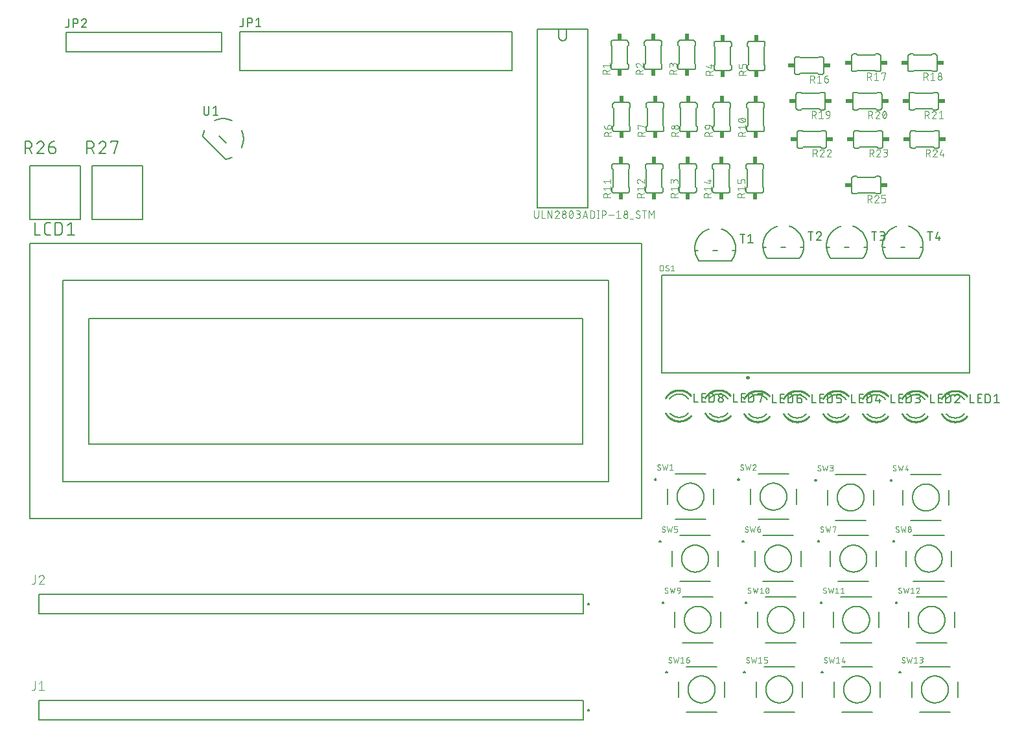
<source format=gbr>
G04 EAGLE Gerber RS-274X export*
G75*
%MOMM*%
%FSLAX34Y34*%
%LPD*%
%INSilkscreen Top*%
%IPPOS*%
%AMOC8*
5,1,8,0,0,1.08239X$1,22.5*%
G01*
%ADD10C,0.127000*%
%ADD11C,0.240000*%
%ADD12C,0.076200*%
%ADD13C,0.050800*%
%ADD14C,0.200000*%
%ADD15C,0.101600*%
%ADD16C,0.203200*%
%ADD17C,0.152400*%
%ADD18C,0.254000*%
%ADD19R,0.609600X0.863600*%
%ADD20R,0.863600X0.609600*%


D10*
X892900Y644700D02*
X1294900Y644700D01*
X1294900Y516700D01*
X892900Y516700D01*
X892900Y644700D01*
D11*
X1003700Y510700D02*
X1003702Y510769D01*
X1003708Y510838D01*
X1003718Y510906D01*
X1003732Y510974D01*
X1003749Y511041D01*
X1003771Y511107D01*
X1003796Y511171D01*
X1003825Y511234D01*
X1003858Y511295D01*
X1003894Y511354D01*
X1003933Y511411D01*
X1003976Y511465D01*
X1004021Y511517D01*
X1004070Y511567D01*
X1004121Y511613D01*
X1004175Y511656D01*
X1004232Y511697D01*
X1004290Y511733D01*
X1004351Y511767D01*
X1004413Y511797D01*
X1004477Y511823D01*
X1004542Y511845D01*
X1004609Y511864D01*
X1004677Y511879D01*
X1004745Y511890D01*
X1004814Y511897D01*
X1004883Y511900D01*
X1004952Y511899D01*
X1005021Y511894D01*
X1005089Y511885D01*
X1005157Y511872D01*
X1005224Y511855D01*
X1005291Y511835D01*
X1005355Y511810D01*
X1005418Y511782D01*
X1005480Y511751D01*
X1005539Y511715D01*
X1005597Y511677D01*
X1005652Y511635D01*
X1005705Y511590D01*
X1005755Y511542D01*
X1005802Y511492D01*
X1005846Y511438D01*
X1005887Y511383D01*
X1005925Y511325D01*
X1005959Y511265D01*
X1005990Y511203D01*
X1006017Y511139D01*
X1006040Y511074D01*
X1006060Y511008D01*
X1006076Y510940D01*
X1006088Y510872D01*
X1006096Y510804D01*
X1006100Y510735D01*
X1006100Y510665D01*
X1006096Y510596D01*
X1006088Y510528D01*
X1006076Y510460D01*
X1006060Y510392D01*
X1006040Y510326D01*
X1006017Y510261D01*
X1005990Y510197D01*
X1005959Y510135D01*
X1005925Y510075D01*
X1005887Y510017D01*
X1005846Y509962D01*
X1005802Y509908D01*
X1005755Y509858D01*
X1005705Y509810D01*
X1005652Y509765D01*
X1005597Y509723D01*
X1005539Y509685D01*
X1005480Y509649D01*
X1005418Y509618D01*
X1005355Y509590D01*
X1005291Y509565D01*
X1005224Y509545D01*
X1005157Y509528D01*
X1005089Y509515D01*
X1005021Y509506D01*
X1004952Y509501D01*
X1004883Y509500D01*
X1004814Y509503D01*
X1004745Y509510D01*
X1004677Y509521D01*
X1004609Y509536D01*
X1004542Y509555D01*
X1004477Y509577D01*
X1004413Y509603D01*
X1004351Y509633D01*
X1004290Y509667D01*
X1004232Y509703D01*
X1004175Y509744D01*
X1004121Y509787D01*
X1004070Y509833D01*
X1004021Y509883D01*
X1003976Y509935D01*
X1003933Y509989D01*
X1003894Y510046D01*
X1003858Y510105D01*
X1003825Y510166D01*
X1003796Y510229D01*
X1003771Y510293D01*
X1003749Y510359D01*
X1003732Y510426D01*
X1003718Y510494D01*
X1003708Y510562D01*
X1003702Y510631D01*
X1003700Y510700D01*
D12*
X890281Y650081D02*
X890281Y657447D01*
X892327Y657447D01*
X892416Y657445D01*
X892505Y657439D01*
X892594Y657429D01*
X892682Y657416D01*
X892770Y657399D01*
X892857Y657377D01*
X892942Y657352D01*
X893027Y657324D01*
X893110Y657291D01*
X893192Y657255D01*
X893272Y657216D01*
X893350Y657173D01*
X893426Y657127D01*
X893501Y657077D01*
X893573Y657024D01*
X893642Y656968D01*
X893709Y656909D01*
X893774Y656848D01*
X893835Y656783D01*
X893894Y656716D01*
X893950Y656647D01*
X894003Y656575D01*
X894053Y656500D01*
X894099Y656424D01*
X894142Y656346D01*
X894181Y656266D01*
X894217Y656184D01*
X894250Y656101D01*
X894278Y656016D01*
X894303Y655931D01*
X894325Y655844D01*
X894342Y655756D01*
X894355Y655668D01*
X894365Y655579D01*
X894371Y655490D01*
X894373Y655401D01*
X894373Y652127D01*
X894371Y652038D01*
X894365Y651949D01*
X894355Y651860D01*
X894342Y651772D01*
X894325Y651684D01*
X894303Y651597D01*
X894278Y651512D01*
X894250Y651427D01*
X894217Y651344D01*
X894181Y651262D01*
X894142Y651182D01*
X894099Y651104D01*
X894053Y651028D01*
X894003Y650953D01*
X893950Y650881D01*
X893894Y650812D01*
X893835Y650745D01*
X893774Y650680D01*
X893709Y650619D01*
X893642Y650560D01*
X893573Y650504D01*
X893501Y650451D01*
X893426Y650401D01*
X893350Y650355D01*
X893272Y650312D01*
X893192Y650273D01*
X893110Y650237D01*
X893027Y650204D01*
X892942Y650176D01*
X892857Y650151D01*
X892770Y650129D01*
X892682Y650112D01*
X892594Y650099D01*
X892505Y650089D01*
X892416Y650083D01*
X892327Y650081D01*
X890281Y650081D01*
X900052Y650081D02*
X900130Y650083D01*
X900208Y650088D01*
X900285Y650098D01*
X900362Y650111D01*
X900438Y650127D01*
X900513Y650147D01*
X900587Y650171D01*
X900660Y650198D01*
X900732Y650229D01*
X900802Y650263D01*
X900871Y650300D01*
X900937Y650341D01*
X901002Y650385D01*
X901064Y650431D01*
X901124Y650481D01*
X901182Y650533D01*
X901237Y650588D01*
X901289Y650646D01*
X901339Y650706D01*
X901385Y650768D01*
X901429Y650833D01*
X901470Y650900D01*
X901507Y650968D01*
X901541Y651038D01*
X901572Y651110D01*
X901599Y651183D01*
X901623Y651257D01*
X901643Y651332D01*
X901659Y651408D01*
X901672Y651485D01*
X901682Y651562D01*
X901687Y651640D01*
X901689Y651718D01*
X900052Y650081D02*
X899938Y650083D01*
X899825Y650088D01*
X899711Y650098D01*
X899598Y650111D01*
X899486Y650128D01*
X899374Y650148D01*
X899263Y650172D01*
X899152Y650200D01*
X899043Y650231D01*
X898935Y650266D01*
X898828Y650305D01*
X898722Y650347D01*
X898618Y650392D01*
X898515Y650441D01*
X898414Y650494D01*
X898315Y650549D01*
X898217Y650608D01*
X898122Y650670D01*
X898029Y650735D01*
X897937Y650803D01*
X897849Y650874D01*
X897762Y650948D01*
X897678Y651025D01*
X897597Y651104D01*
X897801Y655810D02*
X897803Y655888D01*
X897808Y655966D01*
X897818Y656043D01*
X897831Y656120D01*
X897847Y656196D01*
X897867Y656271D01*
X897891Y656345D01*
X897918Y656418D01*
X897949Y656490D01*
X897983Y656560D01*
X898020Y656629D01*
X898061Y656695D01*
X898105Y656760D01*
X898151Y656822D01*
X898201Y656882D01*
X898253Y656940D01*
X898308Y656995D01*
X898366Y657047D01*
X898426Y657097D01*
X898488Y657143D01*
X898553Y657187D01*
X898620Y657228D01*
X898688Y657265D01*
X898758Y657299D01*
X898830Y657330D01*
X898903Y657357D01*
X898977Y657381D01*
X899052Y657401D01*
X899128Y657417D01*
X899205Y657430D01*
X899282Y657440D01*
X899360Y657445D01*
X899438Y657447D01*
X899548Y657445D01*
X899657Y657439D01*
X899767Y657429D01*
X899875Y657416D01*
X899984Y657398D01*
X900091Y657377D01*
X900198Y657351D01*
X900304Y657322D01*
X900409Y657290D01*
X900512Y657253D01*
X900614Y657213D01*
X900715Y657169D01*
X900814Y657121D01*
X900911Y657071D01*
X901006Y657016D01*
X901099Y656958D01*
X901190Y656897D01*
X901279Y656833D01*
X898619Y654377D02*
X898552Y654419D01*
X898487Y654463D01*
X898425Y654511D01*
X898365Y654561D01*
X898307Y654614D01*
X898252Y654670D01*
X898200Y654729D01*
X898150Y654789D01*
X898103Y654853D01*
X898060Y654918D01*
X898019Y654985D01*
X897982Y655054D01*
X897948Y655125D01*
X897917Y655197D01*
X897890Y655271D01*
X897866Y655345D01*
X897846Y655421D01*
X897830Y655498D01*
X897817Y655575D01*
X897807Y655653D01*
X897802Y655732D01*
X897800Y655810D01*
X900870Y653150D02*
X900936Y653108D01*
X901001Y653064D01*
X901063Y653017D01*
X901123Y652966D01*
X901181Y652913D01*
X901236Y652857D01*
X901289Y652799D01*
X901338Y652738D01*
X901385Y652675D01*
X901428Y652610D01*
X901469Y652543D01*
X901506Y652474D01*
X901540Y652403D01*
X901571Y652331D01*
X901598Y652257D01*
X901622Y652182D01*
X901642Y652107D01*
X901658Y652030D01*
X901671Y651953D01*
X901681Y651875D01*
X901686Y651796D01*
X901688Y651718D01*
X900870Y653150D02*
X898619Y654378D01*
X904668Y655810D02*
X906714Y657447D01*
X906714Y650081D01*
X904668Y650081D02*
X908760Y650081D01*
D10*
X755580Y966540D02*
X730180Y966540D01*
X755580Y966540D02*
X765740Y966540D01*
X796220Y966540D01*
X796220Y732860D01*
X730180Y732860D01*
X730180Y966540D01*
X758120Y956380D02*
X758122Y956239D01*
X758128Y956098D01*
X758138Y955957D01*
X758151Y955816D01*
X758169Y955676D01*
X758191Y955537D01*
X758216Y955398D01*
X758245Y955259D01*
X758278Y955122D01*
X758315Y954986D01*
X758356Y954851D01*
X758400Y954716D01*
X758448Y954584D01*
X758500Y954452D01*
X758555Y954322D01*
X758614Y954194D01*
X758677Y954067D01*
X758743Y953943D01*
X758812Y953820D01*
X758885Y953699D01*
X758961Y953580D01*
X759041Y953463D01*
X759124Y953349D01*
X759209Y953236D01*
X759298Y953127D01*
X759390Y953019D01*
X759485Y952915D01*
X759583Y952813D01*
X759684Y952714D01*
X759787Y952617D01*
X759893Y952524D01*
X760001Y952434D01*
X760112Y952346D01*
X760225Y952262D01*
X760341Y952181D01*
X760459Y952103D01*
X760579Y952028D01*
X760701Y951957D01*
X760825Y951889D01*
X760951Y951825D01*
X761078Y951764D01*
X761207Y951707D01*
X761338Y951654D01*
X761470Y951604D01*
X761603Y951557D01*
X761738Y951515D01*
X761874Y951476D01*
X762011Y951441D01*
X762148Y951410D01*
X762287Y951383D01*
X762426Y951359D01*
X762566Y951340D01*
X762706Y951324D01*
X762847Y951312D01*
X762988Y951304D01*
X763129Y951300D01*
X763271Y951300D01*
X763412Y951304D01*
X763553Y951312D01*
X763694Y951324D01*
X763834Y951340D01*
X763974Y951359D01*
X764113Y951383D01*
X764252Y951410D01*
X764389Y951441D01*
X764526Y951476D01*
X764662Y951515D01*
X764797Y951557D01*
X764930Y951604D01*
X765062Y951654D01*
X765193Y951707D01*
X765322Y951764D01*
X765449Y951825D01*
X765575Y951889D01*
X765699Y951957D01*
X765821Y952028D01*
X765941Y952103D01*
X766059Y952181D01*
X766175Y952262D01*
X766288Y952346D01*
X766399Y952434D01*
X766507Y952524D01*
X766613Y952617D01*
X766716Y952714D01*
X766817Y952813D01*
X766915Y952915D01*
X767010Y953019D01*
X767102Y953127D01*
X767191Y953236D01*
X767276Y953349D01*
X767359Y953463D01*
X767439Y953580D01*
X767515Y953699D01*
X767588Y953820D01*
X767657Y953943D01*
X767723Y954067D01*
X767786Y954194D01*
X767845Y954322D01*
X767900Y954452D01*
X767952Y954584D01*
X768000Y954716D01*
X768044Y954851D01*
X768085Y954986D01*
X768122Y955122D01*
X768155Y955259D01*
X768184Y955398D01*
X768209Y955537D01*
X768231Y955676D01*
X768249Y955816D01*
X768262Y955957D01*
X768272Y956098D01*
X768278Y956239D01*
X768280Y956380D01*
X758120Y956380D02*
X758120Y966540D01*
X768280Y966540D02*
X768280Y956380D01*
D13*
X725846Y728796D02*
X725846Y721825D01*
X725848Y721722D01*
X725854Y721620D01*
X725864Y721518D01*
X725877Y721416D01*
X725895Y721315D01*
X725917Y721214D01*
X725942Y721115D01*
X725971Y721016D01*
X726004Y720919D01*
X726040Y720823D01*
X726081Y720728D01*
X726124Y720635D01*
X726172Y720544D01*
X726222Y720455D01*
X726277Y720368D01*
X726334Y720283D01*
X726395Y720200D01*
X726459Y720119D01*
X726525Y720041D01*
X726595Y719966D01*
X726668Y719893D01*
X726743Y719823D01*
X726821Y719757D01*
X726902Y719693D01*
X726985Y719632D01*
X727070Y719575D01*
X727157Y719520D01*
X727246Y719470D01*
X727337Y719422D01*
X727430Y719379D01*
X727525Y719338D01*
X727621Y719302D01*
X727718Y719269D01*
X727817Y719240D01*
X727916Y719215D01*
X728017Y719193D01*
X728118Y719175D01*
X728220Y719162D01*
X728322Y719152D01*
X728424Y719146D01*
X728527Y719144D01*
X728630Y719146D01*
X728732Y719152D01*
X728834Y719162D01*
X728936Y719175D01*
X729037Y719193D01*
X729138Y719215D01*
X729237Y719240D01*
X729336Y719269D01*
X729433Y719302D01*
X729529Y719338D01*
X729624Y719379D01*
X729717Y719422D01*
X729808Y719470D01*
X729897Y719520D01*
X729984Y719575D01*
X730069Y719632D01*
X730152Y719693D01*
X730233Y719757D01*
X730311Y719823D01*
X730386Y719893D01*
X730459Y719966D01*
X730529Y720041D01*
X730595Y720119D01*
X730659Y720200D01*
X730720Y720283D01*
X730777Y720368D01*
X730832Y720455D01*
X730882Y720544D01*
X730930Y720635D01*
X730973Y720728D01*
X731014Y720823D01*
X731050Y720919D01*
X731083Y721016D01*
X731112Y721115D01*
X731137Y721214D01*
X731159Y721315D01*
X731177Y721416D01*
X731190Y721518D01*
X731200Y721620D01*
X731206Y721722D01*
X731208Y721825D01*
X731208Y728796D01*
X735614Y728796D02*
X735614Y719144D01*
X739904Y719144D01*
X743524Y719144D02*
X743524Y728796D01*
X748887Y719144D01*
X748887Y728796D01*
X755922Y728796D02*
X756019Y728794D01*
X756116Y728788D01*
X756213Y728778D01*
X756309Y728765D01*
X756405Y728747D01*
X756499Y728726D01*
X756593Y728701D01*
X756686Y728672D01*
X756778Y728639D01*
X756868Y728603D01*
X756956Y728563D01*
X757043Y728520D01*
X757129Y728473D01*
X757212Y728422D01*
X757293Y728369D01*
X757372Y728312D01*
X757448Y728252D01*
X757522Y728189D01*
X757594Y728123D01*
X757662Y728055D01*
X757728Y727983D01*
X757791Y727909D01*
X757851Y727833D01*
X757908Y727754D01*
X757961Y727673D01*
X758012Y727590D01*
X758059Y727504D01*
X758102Y727417D01*
X758142Y727329D01*
X758178Y727239D01*
X758211Y727147D01*
X758240Y727054D01*
X758265Y726960D01*
X758286Y726866D01*
X758304Y726770D01*
X758317Y726674D01*
X758327Y726577D01*
X758333Y726480D01*
X758335Y726383D01*
X755922Y728796D02*
X755814Y728794D01*
X755706Y728788D01*
X755598Y728779D01*
X755490Y728766D01*
X755383Y728749D01*
X755277Y728728D01*
X755171Y728704D01*
X755067Y728676D01*
X754963Y728644D01*
X754861Y728609D01*
X754760Y728570D01*
X754660Y728528D01*
X754562Y728482D01*
X754466Y728433D01*
X754371Y728380D01*
X754278Y728324D01*
X754187Y728265D01*
X754099Y728203D01*
X754012Y728138D01*
X753928Y728070D01*
X753846Y727999D01*
X753767Y727925D01*
X753691Y727848D01*
X753617Y727769D01*
X753546Y727687D01*
X753478Y727603D01*
X753413Y727516D01*
X753351Y727428D01*
X753292Y727337D01*
X753236Y727244D01*
X753184Y727149D01*
X753135Y727053D01*
X753089Y726954D01*
X753047Y726855D01*
X753008Y726754D01*
X752973Y726651D01*
X757532Y724506D02*
X757603Y724576D01*
X757671Y724649D01*
X757736Y724725D01*
X757799Y724803D01*
X757858Y724883D01*
X757914Y724966D01*
X757967Y725051D01*
X758017Y725137D01*
X758063Y725226D01*
X758106Y725316D01*
X758146Y725408D01*
X758181Y725501D01*
X758214Y725596D01*
X758242Y725692D01*
X758267Y725789D01*
X758288Y725886D01*
X758305Y725985D01*
X758319Y726084D01*
X758328Y726183D01*
X758334Y726283D01*
X758336Y726383D01*
X757531Y724506D02*
X752973Y719144D01*
X758335Y719144D01*
X762117Y721825D02*
X762119Y721928D01*
X762125Y722030D01*
X762135Y722132D01*
X762148Y722234D01*
X762166Y722335D01*
X762188Y722436D01*
X762213Y722535D01*
X762242Y722634D01*
X762275Y722731D01*
X762311Y722827D01*
X762352Y722922D01*
X762395Y723015D01*
X762443Y723106D01*
X762493Y723195D01*
X762548Y723282D01*
X762605Y723367D01*
X762666Y723450D01*
X762730Y723531D01*
X762796Y723609D01*
X762866Y723684D01*
X762939Y723757D01*
X763014Y723827D01*
X763092Y723893D01*
X763173Y723957D01*
X763256Y724018D01*
X763341Y724075D01*
X763428Y724130D01*
X763517Y724180D01*
X763608Y724228D01*
X763701Y724271D01*
X763796Y724312D01*
X763892Y724348D01*
X763989Y724381D01*
X764088Y724410D01*
X764187Y724435D01*
X764288Y724457D01*
X764389Y724475D01*
X764491Y724488D01*
X764593Y724498D01*
X764695Y724504D01*
X764798Y724506D01*
X764901Y724504D01*
X765003Y724498D01*
X765105Y724488D01*
X765207Y724475D01*
X765308Y724457D01*
X765409Y724435D01*
X765508Y724410D01*
X765607Y724381D01*
X765704Y724348D01*
X765800Y724312D01*
X765895Y724271D01*
X765988Y724228D01*
X766079Y724180D01*
X766168Y724130D01*
X766255Y724075D01*
X766340Y724018D01*
X766423Y723957D01*
X766504Y723893D01*
X766582Y723827D01*
X766657Y723757D01*
X766730Y723684D01*
X766800Y723609D01*
X766866Y723531D01*
X766930Y723450D01*
X766991Y723367D01*
X767048Y723282D01*
X767103Y723195D01*
X767153Y723106D01*
X767201Y723015D01*
X767244Y722922D01*
X767285Y722827D01*
X767321Y722731D01*
X767354Y722634D01*
X767383Y722535D01*
X767408Y722436D01*
X767430Y722335D01*
X767448Y722234D01*
X767461Y722132D01*
X767471Y722030D01*
X767477Y721928D01*
X767479Y721825D01*
X767477Y721722D01*
X767471Y721620D01*
X767461Y721518D01*
X767448Y721416D01*
X767430Y721315D01*
X767408Y721214D01*
X767383Y721115D01*
X767354Y721016D01*
X767321Y720919D01*
X767285Y720823D01*
X767244Y720728D01*
X767201Y720635D01*
X767153Y720544D01*
X767103Y720455D01*
X767048Y720368D01*
X766991Y720283D01*
X766930Y720200D01*
X766866Y720119D01*
X766800Y720041D01*
X766730Y719966D01*
X766657Y719893D01*
X766582Y719823D01*
X766504Y719757D01*
X766423Y719693D01*
X766340Y719632D01*
X766255Y719575D01*
X766168Y719520D01*
X766079Y719470D01*
X765988Y719422D01*
X765895Y719379D01*
X765800Y719338D01*
X765704Y719302D01*
X765607Y719269D01*
X765508Y719240D01*
X765409Y719215D01*
X765308Y719193D01*
X765207Y719175D01*
X765105Y719162D01*
X765003Y719152D01*
X764901Y719146D01*
X764798Y719144D01*
X764695Y719146D01*
X764593Y719152D01*
X764491Y719162D01*
X764389Y719175D01*
X764288Y719193D01*
X764187Y719215D01*
X764088Y719240D01*
X763989Y719269D01*
X763892Y719302D01*
X763796Y719338D01*
X763701Y719379D01*
X763608Y719422D01*
X763517Y719470D01*
X763428Y719520D01*
X763341Y719575D01*
X763256Y719632D01*
X763173Y719693D01*
X763092Y719757D01*
X763014Y719823D01*
X762939Y719893D01*
X762866Y719966D01*
X762796Y720041D01*
X762730Y720119D01*
X762666Y720200D01*
X762605Y720283D01*
X762548Y720368D01*
X762493Y720455D01*
X762443Y720544D01*
X762395Y720635D01*
X762352Y720728D01*
X762311Y720823D01*
X762275Y720919D01*
X762242Y721016D01*
X762213Y721115D01*
X762188Y721214D01*
X762166Y721315D01*
X762148Y721416D01*
X762135Y721518D01*
X762125Y721620D01*
X762119Y721722D01*
X762117Y721825D01*
X762653Y726651D02*
X762655Y726742D01*
X762661Y726833D01*
X762670Y726923D01*
X762684Y727014D01*
X762701Y727103D01*
X762722Y727191D01*
X762747Y727279D01*
X762776Y727366D01*
X762808Y727451D01*
X762843Y727535D01*
X762883Y727617D01*
X762925Y727697D01*
X762971Y727776D01*
X763021Y727852D01*
X763073Y727926D01*
X763129Y727999D01*
X763188Y728068D01*
X763249Y728135D01*
X763314Y728200D01*
X763381Y728261D01*
X763450Y728320D01*
X763523Y728376D01*
X763597Y728428D01*
X763673Y728478D01*
X763752Y728524D01*
X763832Y728566D01*
X763914Y728606D01*
X763998Y728641D01*
X764083Y728673D01*
X764170Y728702D01*
X764258Y728727D01*
X764346Y728748D01*
X764435Y728765D01*
X764526Y728779D01*
X764616Y728788D01*
X764707Y728794D01*
X764798Y728796D01*
X764889Y728794D01*
X764980Y728788D01*
X765070Y728779D01*
X765161Y728765D01*
X765250Y728748D01*
X765338Y728727D01*
X765426Y728702D01*
X765513Y728673D01*
X765598Y728641D01*
X765682Y728606D01*
X765764Y728566D01*
X765844Y728524D01*
X765923Y728478D01*
X765999Y728428D01*
X766073Y728376D01*
X766146Y728320D01*
X766215Y728261D01*
X766282Y728200D01*
X766347Y728135D01*
X766408Y728068D01*
X766467Y727999D01*
X766523Y727926D01*
X766575Y727852D01*
X766625Y727776D01*
X766671Y727697D01*
X766713Y727617D01*
X766753Y727535D01*
X766788Y727451D01*
X766820Y727366D01*
X766849Y727279D01*
X766874Y727191D01*
X766895Y727103D01*
X766912Y727014D01*
X766926Y726923D01*
X766935Y726833D01*
X766941Y726742D01*
X766943Y726651D01*
X766941Y726560D01*
X766935Y726469D01*
X766926Y726379D01*
X766912Y726288D01*
X766895Y726199D01*
X766874Y726111D01*
X766849Y726023D01*
X766820Y725936D01*
X766788Y725851D01*
X766753Y725767D01*
X766713Y725685D01*
X766671Y725605D01*
X766625Y725526D01*
X766575Y725450D01*
X766523Y725376D01*
X766467Y725303D01*
X766408Y725234D01*
X766347Y725167D01*
X766282Y725102D01*
X766215Y725041D01*
X766146Y724982D01*
X766073Y724926D01*
X765999Y724874D01*
X765923Y724824D01*
X765844Y724778D01*
X765764Y724736D01*
X765682Y724696D01*
X765598Y724661D01*
X765513Y724629D01*
X765426Y724600D01*
X765338Y724575D01*
X765250Y724554D01*
X765161Y724537D01*
X765070Y724523D01*
X764980Y724514D01*
X764889Y724508D01*
X764798Y724506D01*
X764707Y724508D01*
X764616Y724514D01*
X764526Y724523D01*
X764435Y724537D01*
X764346Y724554D01*
X764258Y724575D01*
X764170Y724600D01*
X764083Y724629D01*
X763998Y724661D01*
X763914Y724696D01*
X763832Y724736D01*
X763752Y724778D01*
X763673Y724824D01*
X763597Y724874D01*
X763523Y724926D01*
X763450Y724982D01*
X763381Y725041D01*
X763314Y725102D01*
X763249Y725167D01*
X763188Y725234D01*
X763129Y725303D01*
X763073Y725376D01*
X763021Y725450D01*
X762971Y725526D01*
X762925Y725605D01*
X762883Y725685D01*
X762843Y725767D01*
X762808Y725851D01*
X762776Y725936D01*
X762747Y726023D01*
X762722Y726111D01*
X762701Y726199D01*
X762684Y726288D01*
X762670Y726379D01*
X762661Y726469D01*
X762655Y726560D01*
X762653Y726651D01*
X771261Y723970D02*
X771263Y724160D01*
X771270Y724350D01*
X771281Y724539D01*
X771297Y724728D01*
X771318Y724917D01*
X771342Y725105D01*
X771372Y725293D01*
X771406Y725480D01*
X771444Y725666D01*
X771487Y725851D01*
X771534Y726035D01*
X771585Y726218D01*
X771641Y726399D01*
X771701Y726579D01*
X771766Y726758D01*
X771834Y726935D01*
X771907Y727110D01*
X771984Y727284D01*
X772065Y727455D01*
X772096Y727538D01*
X772130Y727619D01*
X772167Y727698D01*
X772208Y727776D01*
X772252Y727852D01*
X772300Y727926D01*
X772351Y727998D01*
X772405Y728067D01*
X772462Y728134D01*
X772522Y728198D01*
X772585Y728259D01*
X772650Y728318D01*
X772718Y728374D01*
X772789Y728426D01*
X772861Y728476D01*
X772936Y728522D01*
X773013Y728565D01*
X773091Y728604D01*
X773172Y728640D01*
X773253Y728673D01*
X773337Y728701D01*
X773421Y728726D01*
X773506Y728748D01*
X773592Y728765D01*
X773679Y728779D01*
X773766Y728788D01*
X773854Y728794D01*
X773942Y728796D01*
X774030Y728794D01*
X774118Y728788D01*
X774205Y728779D01*
X774292Y728765D01*
X774378Y728748D01*
X774463Y728726D01*
X774547Y728701D01*
X774631Y728673D01*
X774712Y728640D01*
X774793Y728604D01*
X774871Y728565D01*
X774948Y728522D01*
X775023Y728476D01*
X775095Y728426D01*
X775166Y728374D01*
X775234Y728318D01*
X775299Y728259D01*
X775362Y728198D01*
X775422Y728134D01*
X775479Y728067D01*
X775533Y727997D01*
X775584Y727926D01*
X775632Y727852D01*
X775676Y727776D01*
X775717Y727698D01*
X775754Y727619D01*
X775788Y727538D01*
X775819Y727455D01*
X775819Y727456D02*
X775900Y727284D01*
X775977Y727110D01*
X776050Y726935D01*
X776118Y726758D01*
X776183Y726579D01*
X776243Y726399D01*
X776299Y726218D01*
X776350Y726035D01*
X776397Y725851D01*
X776440Y725666D01*
X776478Y725480D01*
X776512Y725293D01*
X776542Y725105D01*
X776566Y724917D01*
X776587Y724728D01*
X776603Y724539D01*
X776614Y724350D01*
X776621Y724160D01*
X776623Y723970D01*
X771261Y723970D02*
X771263Y723780D01*
X771270Y723590D01*
X771281Y723401D01*
X771297Y723212D01*
X771318Y723023D01*
X771342Y722835D01*
X771372Y722647D01*
X771406Y722460D01*
X771444Y722274D01*
X771487Y722089D01*
X771534Y721905D01*
X771585Y721722D01*
X771641Y721541D01*
X771701Y721361D01*
X771766Y721182D01*
X771834Y721005D01*
X771907Y720830D01*
X771984Y720656D01*
X772065Y720485D01*
X772096Y720402D01*
X772130Y720321D01*
X772167Y720241D01*
X772208Y720164D01*
X772252Y720088D01*
X772300Y720014D01*
X772351Y719942D01*
X772405Y719873D01*
X772462Y719806D01*
X772522Y719742D01*
X772585Y719681D01*
X772650Y719622D01*
X772718Y719566D01*
X772789Y719514D01*
X772861Y719464D01*
X772936Y719418D01*
X773013Y719375D01*
X773092Y719336D01*
X773172Y719300D01*
X773253Y719267D01*
X773337Y719239D01*
X773421Y719214D01*
X773506Y719192D01*
X773592Y719175D01*
X773679Y719161D01*
X773766Y719152D01*
X773854Y719146D01*
X773942Y719144D01*
X775819Y720485D02*
X775900Y720656D01*
X775977Y720830D01*
X776050Y721005D01*
X776118Y721182D01*
X776183Y721361D01*
X776243Y721541D01*
X776299Y721722D01*
X776350Y721905D01*
X776397Y722089D01*
X776440Y722274D01*
X776478Y722460D01*
X776512Y722647D01*
X776542Y722835D01*
X776566Y723023D01*
X776587Y723212D01*
X776603Y723401D01*
X776614Y723590D01*
X776621Y723780D01*
X776623Y723970D01*
X775819Y720485D02*
X775788Y720402D01*
X775754Y720321D01*
X775717Y720242D01*
X775676Y720164D01*
X775632Y720088D01*
X775584Y720014D01*
X775533Y719942D01*
X775479Y719873D01*
X775422Y719806D01*
X775362Y719742D01*
X775299Y719681D01*
X775234Y719622D01*
X775166Y719566D01*
X775095Y719514D01*
X775023Y719464D01*
X774948Y719418D01*
X774871Y719375D01*
X774793Y719336D01*
X774712Y719300D01*
X774631Y719267D01*
X774547Y719239D01*
X774463Y719214D01*
X774378Y719192D01*
X774292Y719175D01*
X774205Y719161D01*
X774118Y719152D01*
X774030Y719146D01*
X773942Y719144D01*
X771797Y721289D02*
X776087Y726651D01*
X780405Y719144D02*
X783086Y719144D01*
X783189Y719146D01*
X783291Y719152D01*
X783393Y719162D01*
X783495Y719175D01*
X783596Y719193D01*
X783697Y719215D01*
X783796Y719240D01*
X783895Y719269D01*
X783992Y719302D01*
X784088Y719338D01*
X784183Y719379D01*
X784276Y719422D01*
X784367Y719470D01*
X784456Y719520D01*
X784543Y719575D01*
X784628Y719632D01*
X784711Y719693D01*
X784792Y719757D01*
X784870Y719823D01*
X784945Y719893D01*
X785018Y719966D01*
X785088Y720041D01*
X785154Y720119D01*
X785218Y720200D01*
X785279Y720283D01*
X785336Y720368D01*
X785391Y720455D01*
X785441Y720544D01*
X785489Y720635D01*
X785532Y720728D01*
X785573Y720823D01*
X785609Y720919D01*
X785642Y721016D01*
X785671Y721115D01*
X785696Y721214D01*
X785718Y721315D01*
X785736Y721416D01*
X785749Y721518D01*
X785759Y721620D01*
X785765Y721722D01*
X785767Y721825D01*
X785765Y721928D01*
X785759Y722030D01*
X785749Y722132D01*
X785736Y722234D01*
X785718Y722335D01*
X785696Y722436D01*
X785671Y722535D01*
X785642Y722634D01*
X785609Y722731D01*
X785573Y722827D01*
X785532Y722922D01*
X785489Y723015D01*
X785441Y723106D01*
X785391Y723195D01*
X785336Y723282D01*
X785279Y723367D01*
X785218Y723450D01*
X785154Y723531D01*
X785088Y723609D01*
X785018Y723684D01*
X784945Y723757D01*
X784870Y723827D01*
X784792Y723893D01*
X784711Y723957D01*
X784628Y724018D01*
X784543Y724075D01*
X784456Y724130D01*
X784367Y724180D01*
X784276Y724228D01*
X784183Y724271D01*
X784088Y724312D01*
X783992Y724348D01*
X783895Y724381D01*
X783796Y724410D01*
X783697Y724435D01*
X783596Y724457D01*
X783495Y724475D01*
X783393Y724488D01*
X783291Y724498D01*
X783189Y724504D01*
X783086Y724506D01*
X783622Y728796D02*
X780405Y728796D01*
X783622Y728796D02*
X783713Y728794D01*
X783804Y728788D01*
X783894Y728779D01*
X783985Y728765D01*
X784074Y728748D01*
X784162Y728727D01*
X784250Y728702D01*
X784337Y728673D01*
X784422Y728641D01*
X784506Y728606D01*
X784588Y728566D01*
X784668Y728524D01*
X784747Y728478D01*
X784823Y728428D01*
X784897Y728376D01*
X784970Y728320D01*
X785039Y728261D01*
X785106Y728200D01*
X785171Y728135D01*
X785232Y728068D01*
X785291Y727999D01*
X785347Y727926D01*
X785399Y727852D01*
X785449Y727776D01*
X785495Y727697D01*
X785537Y727617D01*
X785577Y727535D01*
X785612Y727451D01*
X785644Y727366D01*
X785673Y727279D01*
X785698Y727191D01*
X785719Y727103D01*
X785736Y727014D01*
X785750Y726923D01*
X785759Y726833D01*
X785765Y726742D01*
X785767Y726651D01*
X785765Y726560D01*
X785759Y726469D01*
X785750Y726379D01*
X785736Y726288D01*
X785719Y726199D01*
X785698Y726111D01*
X785673Y726023D01*
X785644Y725936D01*
X785612Y725851D01*
X785577Y725767D01*
X785537Y725685D01*
X785495Y725605D01*
X785449Y725526D01*
X785399Y725450D01*
X785347Y725376D01*
X785291Y725303D01*
X785232Y725234D01*
X785171Y725167D01*
X785106Y725102D01*
X785039Y725041D01*
X784970Y724982D01*
X784897Y724926D01*
X784823Y724874D01*
X784747Y724824D01*
X784668Y724778D01*
X784588Y724736D01*
X784506Y724696D01*
X784422Y724661D01*
X784337Y724629D01*
X784250Y724600D01*
X784162Y724575D01*
X784074Y724554D01*
X783985Y724537D01*
X783894Y724523D01*
X783804Y724514D01*
X783713Y724508D01*
X783622Y724506D01*
X781477Y724506D01*
X789013Y719144D02*
X792230Y728796D01*
X795447Y719144D01*
X794643Y721557D02*
X789817Y721557D01*
X798998Y719144D02*
X798998Y728796D01*
X801679Y728796D01*
X801782Y728794D01*
X801884Y728788D01*
X801986Y728778D01*
X802088Y728765D01*
X802189Y728747D01*
X802290Y728725D01*
X802389Y728700D01*
X802488Y728671D01*
X802585Y728638D01*
X802681Y728602D01*
X802776Y728561D01*
X802869Y728518D01*
X802960Y728470D01*
X803049Y728420D01*
X803136Y728365D01*
X803221Y728308D01*
X803304Y728247D01*
X803385Y728183D01*
X803463Y728117D01*
X803538Y728047D01*
X803611Y727974D01*
X803681Y727899D01*
X803747Y727821D01*
X803811Y727740D01*
X803872Y727657D01*
X803929Y727572D01*
X803984Y727485D01*
X804034Y727396D01*
X804082Y727305D01*
X804125Y727212D01*
X804166Y727117D01*
X804202Y727021D01*
X804235Y726924D01*
X804264Y726825D01*
X804289Y726726D01*
X804311Y726625D01*
X804329Y726524D01*
X804342Y726422D01*
X804352Y726320D01*
X804358Y726218D01*
X804360Y726115D01*
X804360Y721825D01*
X804358Y721722D01*
X804352Y721620D01*
X804342Y721518D01*
X804329Y721416D01*
X804311Y721315D01*
X804289Y721214D01*
X804264Y721115D01*
X804235Y721016D01*
X804202Y720919D01*
X804166Y720823D01*
X804125Y720728D01*
X804082Y720635D01*
X804034Y720544D01*
X803984Y720455D01*
X803929Y720368D01*
X803872Y720283D01*
X803811Y720200D01*
X803747Y720119D01*
X803680Y720041D01*
X803611Y719966D01*
X803538Y719893D01*
X803463Y719823D01*
X803385Y719757D01*
X803304Y719693D01*
X803221Y719632D01*
X803136Y719575D01*
X803049Y719520D01*
X802960Y719470D01*
X802869Y719422D01*
X802776Y719379D01*
X802681Y719338D01*
X802585Y719302D01*
X802488Y719269D01*
X802389Y719240D01*
X802290Y719215D01*
X802189Y719193D01*
X802088Y719175D01*
X801986Y719162D01*
X801884Y719152D01*
X801782Y719146D01*
X801679Y719144D01*
X798998Y719144D01*
X809299Y719144D02*
X809299Y728796D01*
X808226Y719144D02*
X810371Y719144D01*
X810371Y728796D02*
X808226Y728796D01*
X814348Y728796D02*
X814348Y719144D01*
X814348Y728796D02*
X817029Y728796D01*
X817132Y728794D01*
X817234Y728788D01*
X817336Y728778D01*
X817438Y728765D01*
X817539Y728747D01*
X817640Y728725D01*
X817739Y728700D01*
X817838Y728671D01*
X817935Y728638D01*
X818031Y728602D01*
X818126Y728561D01*
X818219Y728518D01*
X818310Y728470D01*
X818399Y728420D01*
X818486Y728365D01*
X818571Y728308D01*
X818654Y728247D01*
X818735Y728183D01*
X818813Y728117D01*
X818888Y728047D01*
X818961Y727974D01*
X819031Y727899D01*
X819097Y727821D01*
X819161Y727740D01*
X819222Y727657D01*
X819279Y727572D01*
X819334Y727485D01*
X819384Y727396D01*
X819432Y727305D01*
X819475Y727212D01*
X819516Y727117D01*
X819552Y727021D01*
X819585Y726924D01*
X819614Y726825D01*
X819639Y726726D01*
X819661Y726625D01*
X819679Y726524D01*
X819692Y726422D01*
X819702Y726320D01*
X819708Y726218D01*
X819710Y726115D01*
X819708Y726012D01*
X819702Y725910D01*
X819692Y725808D01*
X819679Y725706D01*
X819661Y725605D01*
X819639Y725504D01*
X819614Y725405D01*
X819585Y725306D01*
X819552Y725209D01*
X819516Y725113D01*
X819475Y725018D01*
X819432Y724925D01*
X819384Y724834D01*
X819334Y724745D01*
X819279Y724658D01*
X819222Y724573D01*
X819161Y724490D01*
X819097Y724409D01*
X819031Y724331D01*
X818961Y724256D01*
X818888Y724183D01*
X818813Y724113D01*
X818735Y724047D01*
X818654Y723983D01*
X818571Y723922D01*
X818486Y723865D01*
X818399Y723810D01*
X818310Y723760D01*
X818219Y723712D01*
X818126Y723669D01*
X818031Y723628D01*
X817935Y723592D01*
X817838Y723559D01*
X817739Y723530D01*
X817640Y723505D01*
X817539Y723483D01*
X817438Y723465D01*
X817336Y723452D01*
X817234Y723442D01*
X817132Y723436D01*
X817029Y723434D01*
X814348Y723434D01*
X823150Y722898D02*
X829585Y722898D01*
X833440Y726651D02*
X836121Y728796D01*
X836121Y719144D01*
X833440Y719144D02*
X838802Y719144D01*
X842584Y721825D02*
X842586Y721928D01*
X842592Y722030D01*
X842602Y722132D01*
X842615Y722234D01*
X842633Y722335D01*
X842655Y722436D01*
X842680Y722535D01*
X842709Y722634D01*
X842742Y722731D01*
X842778Y722827D01*
X842819Y722922D01*
X842862Y723015D01*
X842910Y723106D01*
X842960Y723195D01*
X843015Y723282D01*
X843072Y723367D01*
X843133Y723450D01*
X843197Y723531D01*
X843263Y723609D01*
X843333Y723684D01*
X843406Y723757D01*
X843481Y723827D01*
X843559Y723893D01*
X843640Y723957D01*
X843723Y724018D01*
X843808Y724075D01*
X843895Y724130D01*
X843984Y724180D01*
X844075Y724228D01*
X844168Y724271D01*
X844263Y724312D01*
X844359Y724348D01*
X844456Y724381D01*
X844555Y724410D01*
X844654Y724435D01*
X844755Y724457D01*
X844856Y724475D01*
X844958Y724488D01*
X845060Y724498D01*
X845162Y724504D01*
X845265Y724506D01*
X845368Y724504D01*
X845470Y724498D01*
X845572Y724488D01*
X845674Y724475D01*
X845775Y724457D01*
X845876Y724435D01*
X845975Y724410D01*
X846074Y724381D01*
X846171Y724348D01*
X846267Y724312D01*
X846362Y724271D01*
X846455Y724228D01*
X846546Y724180D01*
X846635Y724130D01*
X846722Y724075D01*
X846807Y724018D01*
X846890Y723957D01*
X846971Y723893D01*
X847049Y723827D01*
X847124Y723757D01*
X847197Y723684D01*
X847267Y723609D01*
X847333Y723531D01*
X847397Y723450D01*
X847458Y723367D01*
X847515Y723282D01*
X847570Y723195D01*
X847620Y723106D01*
X847668Y723015D01*
X847711Y722922D01*
X847752Y722827D01*
X847788Y722731D01*
X847821Y722634D01*
X847850Y722535D01*
X847875Y722436D01*
X847897Y722335D01*
X847915Y722234D01*
X847928Y722132D01*
X847938Y722030D01*
X847944Y721928D01*
X847946Y721825D01*
X847944Y721722D01*
X847938Y721620D01*
X847928Y721518D01*
X847915Y721416D01*
X847897Y721315D01*
X847875Y721214D01*
X847850Y721115D01*
X847821Y721016D01*
X847788Y720919D01*
X847752Y720823D01*
X847711Y720728D01*
X847668Y720635D01*
X847620Y720544D01*
X847570Y720455D01*
X847515Y720368D01*
X847458Y720283D01*
X847397Y720200D01*
X847333Y720119D01*
X847267Y720041D01*
X847197Y719966D01*
X847124Y719893D01*
X847049Y719823D01*
X846971Y719757D01*
X846890Y719693D01*
X846807Y719632D01*
X846722Y719575D01*
X846635Y719520D01*
X846546Y719470D01*
X846455Y719422D01*
X846362Y719379D01*
X846267Y719338D01*
X846171Y719302D01*
X846074Y719269D01*
X845975Y719240D01*
X845876Y719215D01*
X845775Y719193D01*
X845674Y719175D01*
X845572Y719162D01*
X845470Y719152D01*
X845368Y719146D01*
X845265Y719144D01*
X845162Y719146D01*
X845060Y719152D01*
X844958Y719162D01*
X844856Y719175D01*
X844755Y719193D01*
X844654Y719215D01*
X844555Y719240D01*
X844456Y719269D01*
X844359Y719302D01*
X844263Y719338D01*
X844168Y719379D01*
X844075Y719422D01*
X843984Y719470D01*
X843895Y719520D01*
X843808Y719575D01*
X843723Y719632D01*
X843640Y719693D01*
X843559Y719757D01*
X843481Y719823D01*
X843406Y719893D01*
X843333Y719966D01*
X843263Y720041D01*
X843197Y720119D01*
X843133Y720200D01*
X843072Y720283D01*
X843015Y720368D01*
X842960Y720455D01*
X842910Y720544D01*
X842862Y720635D01*
X842819Y720728D01*
X842778Y720823D01*
X842742Y720919D01*
X842709Y721016D01*
X842680Y721115D01*
X842655Y721214D01*
X842633Y721315D01*
X842615Y721416D01*
X842602Y721518D01*
X842592Y721620D01*
X842586Y721722D01*
X842584Y721825D01*
X843120Y726651D02*
X843122Y726742D01*
X843128Y726833D01*
X843137Y726923D01*
X843151Y727014D01*
X843168Y727103D01*
X843189Y727191D01*
X843214Y727279D01*
X843243Y727366D01*
X843275Y727451D01*
X843310Y727535D01*
X843350Y727617D01*
X843392Y727697D01*
X843438Y727776D01*
X843488Y727852D01*
X843540Y727926D01*
X843596Y727999D01*
X843655Y728068D01*
X843716Y728135D01*
X843781Y728200D01*
X843848Y728261D01*
X843917Y728320D01*
X843990Y728376D01*
X844064Y728428D01*
X844140Y728478D01*
X844219Y728524D01*
X844299Y728566D01*
X844381Y728606D01*
X844465Y728641D01*
X844550Y728673D01*
X844637Y728702D01*
X844725Y728727D01*
X844813Y728748D01*
X844902Y728765D01*
X844993Y728779D01*
X845083Y728788D01*
X845174Y728794D01*
X845265Y728796D01*
X845356Y728794D01*
X845447Y728788D01*
X845537Y728779D01*
X845628Y728765D01*
X845717Y728748D01*
X845805Y728727D01*
X845893Y728702D01*
X845980Y728673D01*
X846065Y728641D01*
X846149Y728606D01*
X846231Y728566D01*
X846311Y728524D01*
X846390Y728478D01*
X846466Y728428D01*
X846540Y728376D01*
X846613Y728320D01*
X846682Y728261D01*
X846749Y728200D01*
X846814Y728135D01*
X846875Y728068D01*
X846934Y727999D01*
X846990Y727926D01*
X847042Y727852D01*
X847092Y727776D01*
X847138Y727697D01*
X847180Y727617D01*
X847220Y727535D01*
X847255Y727451D01*
X847287Y727366D01*
X847316Y727279D01*
X847341Y727191D01*
X847362Y727103D01*
X847379Y727014D01*
X847393Y726923D01*
X847402Y726833D01*
X847408Y726742D01*
X847410Y726651D01*
X847408Y726560D01*
X847402Y726469D01*
X847393Y726379D01*
X847379Y726288D01*
X847362Y726199D01*
X847341Y726111D01*
X847316Y726023D01*
X847287Y725936D01*
X847255Y725851D01*
X847220Y725767D01*
X847180Y725685D01*
X847138Y725605D01*
X847092Y725526D01*
X847042Y725450D01*
X846990Y725376D01*
X846934Y725303D01*
X846875Y725234D01*
X846814Y725167D01*
X846749Y725102D01*
X846682Y725041D01*
X846613Y724982D01*
X846540Y724926D01*
X846466Y724874D01*
X846390Y724824D01*
X846311Y724778D01*
X846231Y724736D01*
X846149Y724696D01*
X846065Y724661D01*
X845980Y724629D01*
X845893Y724600D01*
X845805Y724575D01*
X845717Y724554D01*
X845628Y724537D01*
X845537Y724523D01*
X845447Y724514D01*
X845356Y724508D01*
X845265Y724506D01*
X845174Y724508D01*
X845083Y724514D01*
X844993Y724523D01*
X844902Y724537D01*
X844813Y724554D01*
X844725Y724575D01*
X844637Y724600D01*
X844550Y724629D01*
X844465Y724661D01*
X844381Y724696D01*
X844299Y724736D01*
X844219Y724778D01*
X844140Y724824D01*
X844064Y724874D01*
X843990Y724926D01*
X843917Y724982D01*
X843848Y725041D01*
X843781Y725102D01*
X843716Y725167D01*
X843655Y725234D01*
X843596Y725303D01*
X843540Y725376D01*
X843488Y725450D01*
X843438Y725526D01*
X843392Y725605D01*
X843350Y725685D01*
X843310Y725767D01*
X843275Y725851D01*
X843243Y725936D01*
X843214Y726023D01*
X843189Y726111D01*
X843168Y726199D01*
X843151Y726288D01*
X843137Y726379D01*
X843128Y726469D01*
X843122Y726560D01*
X843120Y726651D01*
X851350Y718072D02*
X855640Y718072D01*
X861956Y719144D02*
X862047Y719146D01*
X862138Y719152D01*
X862228Y719161D01*
X862319Y719175D01*
X862408Y719192D01*
X862496Y719213D01*
X862584Y719238D01*
X862671Y719267D01*
X862756Y719299D01*
X862840Y719334D01*
X862922Y719374D01*
X863002Y719416D01*
X863081Y719462D01*
X863157Y719512D01*
X863231Y719564D01*
X863304Y719620D01*
X863373Y719679D01*
X863440Y719740D01*
X863505Y719805D01*
X863566Y719872D01*
X863625Y719941D01*
X863681Y720014D01*
X863733Y720088D01*
X863783Y720164D01*
X863829Y720243D01*
X863871Y720323D01*
X863911Y720405D01*
X863946Y720489D01*
X863978Y720574D01*
X864007Y720661D01*
X864032Y720749D01*
X864053Y720837D01*
X864070Y720926D01*
X864084Y721017D01*
X864093Y721107D01*
X864099Y721198D01*
X864101Y721289D01*
X861956Y719144D02*
X861824Y719146D01*
X861691Y719152D01*
X861559Y719161D01*
X861427Y719175D01*
X861296Y719192D01*
X861165Y719214D01*
X861035Y719239D01*
X860906Y719267D01*
X860777Y719300D01*
X860650Y719336D01*
X860523Y719376D01*
X860398Y719420D01*
X860275Y719468D01*
X860152Y719518D01*
X860032Y719573D01*
X859912Y719631D01*
X859795Y719692D01*
X859680Y719757D01*
X859566Y719826D01*
X859454Y719897D01*
X859345Y719972D01*
X859238Y720050D01*
X859133Y720131D01*
X859031Y720215D01*
X858931Y720302D01*
X858833Y720392D01*
X858739Y720485D01*
X859006Y726651D02*
X859008Y726742D01*
X859014Y726833D01*
X859023Y726923D01*
X859037Y727014D01*
X859054Y727103D01*
X859075Y727191D01*
X859100Y727279D01*
X859129Y727366D01*
X859161Y727451D01*
X859196Y727535D01*
X859236Y727617D01*
X859278Y727697D01*
X859324Y727776D01*
X859374Y727852D01*
X859426Y727926D01*
X859482Y727999D01*
X859541Y728068D01*
X859602Y728135D01*
X859667Y728200D01*
X859734Y728261D01*
X859803Y728320D01*
X859876Y728376D01*
X859950Y728428D01*
X860026Y728478D01*
X860105Y728524D01*
X860185Y728566D01*
X860267Y728606D01*
X860351Y728641D01*
X860436Y728673D01*
X860523Y728702D01*
X860611Y728727D01*
X860699Y728748D01*
X860789Y728765D01*
X860879Y728779D01*
X860969Y728788D01*
X861060Y728794D01*
X861151Y728796D01*
X861274Y728794D01*
X861397Y728788D01*
X861520Y728779D01*
X861643Y728766D01*
X861765Y728749D01*
X861886Y728728D01*
X862007Y728704D01*
X862127Y728676D01*
X862246Y728644D01*
X862364Y728609D01*
X862481Y728570D01*
X862597Y728527D01*
X862711Y728481D01*
X862824Y728432D01*
X862935Y728379D01*
X863045Y728322D01*
X863153Y728263D01*
X863259Y728200D01*
X863363Y728133D01*
X863464Y728064D01*
X863564Y727992D01*
X860079Y724775D02*
X860002Y724822D01*
X859927Y724873D01*
X859855Y724927D01*
X859784Y724983D01*
X859716Y725043D01*
X859651Y725105D01*
X859588Y725170D01*
X859528Y725238D01*
X859470Y725308D01*
X859416Y725380D01*
X859365Y725455D01*
X859317Y725531D01*
X859272Y725610D01*
X859230Y725690D01*
X859192Y725772D01*
X859157Y725856D01*
X859126Y725941D01*
X859098Y726027D01*
X859074Y726114D01*
X859054Y726202D01*
X859037Y726291D01*
X859024Y726380D01*
X859015Y726470D01*
X859009Y726561D01*
X859007Y726651D01*
X863028Y723165D02*
X863105Y723118D01*
X863180Y723067D01*
X863252Y723013D01*
X863323Y722957D01*
X863391Y722897D01*
X863456Y722835D01*
X863519Y722770D01*
X863579Y722702D01*
X863637Y722632D01*
X863691Y722560D01*
X863742Y722485D01*
X863790Y722409D01*
X863835Y722330D01*
X863877Y722250D01*
X863915Y722168D01*
X863950Y722084D01*
X863981Y721999D01*
X864009Y721913D01*
X864033Y721826D01*
X864053Y721738D01*
X864070Y721649D01*
X864083Y721560D01*
X864092Y721470D01*
X864098Y721379D01*
X864100Y721289D01*
X863028Y723166D02*
X860079Y724774D01*
X869649Y728796D02*
X869649Y719144D01*
X866968Y728796D02*
X872330Y728796D01*
X875880Y728796D02*
X875880Y719144D01*
X879098Y723434D02*
X875880Y728796D01*
X879098Y723434D02*
X882315Y728796D01*
X882315Y719144D01*
D14*
X79100Y88500D02*
X79100Y63100D01*
X790300Y63100D02*
X790300Y88500D01*
X79100Y88500D01*
X79100Y63100D02*
X790300Y63100D01*
X795800Y75800D02*
X795802Y75863D01*
X795808Y75925D01*
X795818Y75987D01*
X795831Y76049D01*
X795849Y76109D01*
X795870Y76168D01*
X795895Y76226D01*
X795924Y76282D01*
X795956Y76336D01*
X795991Y76388D01*
X796029Y76437D01*
X796071Y76485D01*
X796115Y76529D01*
X796163Y76571D01*
X796212Y76609D01*
X796264Y76644D01*
X796318Y76676D01*
X796374Y76705D01*
X796432Y76730D01*
X796491Y76751D01*
X796551Y76769D01*
X796613Y76782D01*
X796675Y76792D01*
X796737Y76798D01*
X796800Y76800D01*
X796863Y76798D01*
X796925Y76792D01*
X796987Y76782D01*
X797049Y76769D01*
X797109Y76751D01*
X797168Y76730D01*
X797226Y76705D01*
X797282Y76676D01*
X797336Y76644D01*
X797388Y76609D01*
X797437Y76571D01*
X797485Y76529D01*
X797529Y76485D01*
X797571Y76437D01*
X797609Y76388D01*
X797644Y76336D01*
X797676Y76282D01*
X797705Y76226D01*
X797730Y76168D01*
X797751Y76109D01*
X797769Y76049D01*
X797782Y75987D01*
X797792Y75925D01*
X797798Y75863D01*
X797800Y75800D01*
X797798Y75737D01*
X797792Y75675D01*
X797782Y75613D01*
X797769Y75551D01*
X797751Y75491D01*
X797730Y75432D01*
X797705Y75374D01*
X797676Y75318D01*
X797644Y75264D01*
X797609Y75212D01*
X797571Y75163D01*
X797529Y75115D01*
X797485Y75071D01*
X797437Y75029D01*
X797388Y74991D01*
X797336Y74956D01*
X797282Y74924D01*
X797226Y74895D01*
X797168Y74870D01*
X797109Y74849D01*
X797049Y74831D01*
X796987Y74818D01*
X796925Y74808D01*
X796863Y74802D01*
X796800Y74800D01*
X796737Y74802D01*
X796675Y74808D01*
X796613Y74818D01*
X796551Y74831D01*
X796491Y74849D01*
X796432Y74870D01*
X796374Y74895D01*
X796318Y74924D01*
X796264Y74956D01*
X796212Y74991D01*
X796163Y75029D01*
X796115Y75071D01*
X796071Y75115D01*
X796029Y75163D01*
X795991Y75212D01*
X795956Y75264D01*
X795924Y75318D01*
X795895Y75374D01*
X795870Y75432D01*
X795849Y75491D01*
X795831Y75551D01*
X795818Y75613D01*
X795808Y75675D01*
X795802Y75737D01*
X795800Y75800D01*
D15*
X73503Y104104D02*
X73503Y113192D01*
X73502Y104104D02*
X73500Y104005D01*
X73494Y103905D01*
X73485Y103806D01*
X73472Y103708D01*
X73455Y103610D01*
X73434Y103512D01*
X73409Y103416D01*
X73381Y103321D01*
X73349Y103227D01*
X73314Y103134D01*
X73275Y103042D01*
X73232Y102952D01*
X73187Y102864D01*
X73137Y102777D01*
X73085Y102693D01*
X73029Y102610D01*
X72971Y102530D01*
X72909Y102452D01*
X72844Y102377D01*
X72776Y102304D01*
X72706Y102234D01*
X72633Y102166D01*
X72558Y102101D01*
X72480Y102039D01*
X72400Y101981D01*
X72317Y101925D01*
X72233Y101873D01*
X72146Y101823D01*
X72058Y101778D01*
X71968Y101735D01*
X71876Y101696D01*
X71783Y101661D01*
X71689Y101629D01*
X71594Y101601D01*
X71498Y101576D01*
X71400Y101555D01*
X71302Y101538D01*
X71204Y101525D01*
X71105Y101516D01*
X71005Y101510D01*
X70906Y101508D01*
X69608Y101508D01*
X78776Y110596D02*
X82022Y113192D01*
X82022Y101508D01*
X85267Y101508D02*
X78776Y101508D01*
D14*
X79100Y202000D02*
X79100Y227400D01*
X790300Y227400D02*
X790300Y202000D01*
X790300Y227400D02*
X79100Y227400D01*
X79100Y202000D02*
X790300Y202000D01*
X795800Y214700D02*
X795802Y214763D01*
X795808Y214825D01*
X795818Y214887D01*
X795831Y214949D01*
X795849Y215009D01*
X795870Y215068D01*
X795895Y215126D01*
X795924Y215182D01*
X795956Y215236D01*
X795991Y215288D01*
X796029Y215337D01*
X796071Y215385D01*
X796115Y215429D01*
X796163Y215471D01*
X796212Y215509D01*
X796264Y215544D01*
X796318Y215576D01*
X796374Y215605D01*
X796432Y215630D01*
X796491Y215651D01*
X796551Y215669D01*
X796613Y215682D01*
X796675Y215692D01*
X796737Y215698D01*
X796800Y215700D01*
X796863Y215698D01*
X796925Y215692D01*
X796987Y215682D01*
X797049Y215669D01*
X797109Y215651D01*
X797168Y215630D01*
X797226Y215605D01*
X797282Y215576D01*
X797336Y215544D01*
X797388Y215509D01*
X797437Y215471D01*
X797485Y215429D01*
X797529Y215385D01*
X797571Y215337D01*
X797609Y215288D01*
X797644Y215236D01*
X797676Y215182D01*
X797705Y215126D01*
X797730Y215068D01*
X797751Y215009D01*
X797769Y214949D01*
X797782Y214887D01*
X797792Y214825D01*
X797798Y214763D01*
X797800Y214700D01*
X797798Y214637D01*
X797792Y214575D01*
X797782Y214513D01*
X797769Y214451D01*
X797751Y214391D01*
X797730Y214332D01*
X797705Y214274D01*
X797676Y214218D01*
X797644Y214164D01*
X797609Y214112D01*
X797571Y214063D01*
X797529Y214015D01*
X797485Y213971D01*
X797437Y213929D01*
X797388Y213891D01*
X797336Y213856D01*
X797282Y213824D01*
X797226Y213795D01*
X797168Y213770D01*
X797109Y213749D01*
X797049Y213731D01*
X796987Y213718D01*
X796925Y213708D01*
X796863Y213702D01*
X796800Y213700D01*
X796737Y213702D01*
X796675Y213708D01*
X796613Y213718D01*
X796551Y213731D01*
X796491Y213749D01*
X796432Y213770D01*
X796374Y213795D01*
X796318Y213824D01*
X796264Y213856D01*
X796212Y213891D01*
X796163Y213929D01*
X796115Y213971D01*
X796071Y214015D01*
X796029Y214063D01*
X795991Y214112D01*
X795956Y214164D01*
X795924Y214218D01*
X795895Y214274D01*
X795870Y214332D01*
X795849Y214391D01*
X795831Y214451D01*
X795818Y214513D01*
X795808Y214575D01*
X795802Y214637D01*
X795800Y214700D01*
D15*
X73503Y243004D02*
X73503Y252092D01*
X73502Y243004D02*
X73500Y242905D01*
X73494Y242805D01*
X73485Y242706D01*
X73472Y242608D01*
X73455Y242510D01*
X73434Y242412D01*
X73409Y242316D01*
X73381Y242221D01*
X73349Y242127D01*
X73314Y242034D01*
X73275Y241942D01*
X73232Y241852D01*
X73187Y241764D01*
X73137Y241677D01*
X73085Y241593D01*
X73029Y241510D01*
X72971Y241430D01*
X72909Y241352D01*
X72844Y241277D01*
X72776Y241204D01*
X72706Y241134D01*
X72633Y241066D01*
X72558Y241001D01*
X72480Y240939D01*
X72400Y240881D01*
X72317Y240825D01*
X72233Y240773D01*
X72146Y240723D01*
X72058Y240678D01*
X71968Y240635D01*
X71876Y240596D01*
X71783Y240561D01*
X71689Y240529D01*
X71594Y240501D01*
X71498Y240476D01*
X71400Y240455D01*
X71302Y240438D01*
X71204Y240425D01*
X71105Y240416D01*
X71005Y240410D01*
X70906Y240408D01*
X69608Y240408D01*
X82346Y252092D02*
X82453Y252090D01*
X82559Y252084D01*
X82665Y252074D01*
X82771Y252061D01*
X82877Y252043D01*
X82981Y252022D01*
X83085Y251997D01*
X83188Y251968D01*
X83289Y251936D01*
X83389Y251899D01*
X83488Y251859D01*
X83586Y251816D01*
X83682Y251769D01*
X83776Y251718D01*
X83868Y251664D01*
X83958Y251607D01*
X84046Y251547D01*
X84131Y251483D01*
X84214Y251416D01*
X84295Y251346D01*
X84373Y251274D01*
X84449Y251198D01*
X84521Y251120D01*
X84591Y251039D01*
X84658Y250956D01*
X84722Y250871D01*
X84782Y250783D01*
X84839Y250693D01*
X84893Y250601D01*
X84944Y250507D01*
X84991Y250411D01*
X85034Y250313D01*
X85074Y250214D01*
X85111Y250114D01*
X85143Y250013D01*
X85172Y249910D01*
X85197Y249806D01*
X85218Y249702D01*
X85236Y249596D01*
X85249Y249490D01*
X85259Y249384D01*
X85265Y249278D01*
X85267Y249171D01*
X82346Y252092D02*
X82225Y252090D01*
X82104Y252084D01*
X81984Y252074D01*
X81863Y252061D01*
X81744Y252043D01*
X81624Y252022D01*
X81506Y251997D01*
X81389Y251968D01*
X81272Y251935D01*
X81157Y251899D01*
X81043Y251858D01*
X80930Y251815D01*
X80818Y251767D01*
X80709Y251716D01*
X80601Y251661D01*
X80494Y251603D01*
X80390Y251542D01*
X80288Y251477D01*
X80188Y251409D01*
X80090Y251338D01*
X79994Y251264D01*
X79901Y251187D01*
X79811Y251106D01*
X79723Y251023D01*
X79638Y250937D01*
X79555Y250848D01*
X79476Y250757D01*
X79399Y250663D01*
X79326Y250567D01*
X79256Y250469D01*
X79189Y250368D01*
X79125Y250265D01*
X79065Y250160D01*
X79008Y250053D01*
X78954Y249945D01*
X78904Y249835D01*
X78858Y249723D01*
X78815Y249610D01*
X78776Y249495D01*
X84294Y246899D02*
X84373Y246976D01*
X84449Y247057D01*
X84522Y247140D01*
X84592Y247225D01*
X84659Y247313D01*
X84723Y247403D01*
X84783Y247495D01*
X84840Y247590D01*
X84894Y247686D01*
X84945Y247784D01*
X84992Y247884D01*
X85036Y247986D01*
X85076Y248089D01*
X85112Y248193D01*
X85144Y248299D01*
X85173Y248405D01*
X85198Y248513D01*
X85220Y248621D01*
X85237Y248731D01*
X85251Y248840D01*
X85260Y248950D01*
X85266Y249061D01*
X85268Y249171D01*
X84294Y246899D02*
X78776Y240408D01*
X85267Y240408D01*
D10*
X341000Y962500D02*
X696600Y962500D01*
X696600Y911700D01*
X341000Y911700D01*
X341000Y962500D01*
X345445Y972025D02*
X345445Y980915D01*
X345445Y972025D02*
X345443Y971925D01*
X345437Y971826D01*
X345427Y971726D01*
X345414Y971628D01*
X345396Y971529D01*
X345375Y971432D01*
X345350Y971336D01*
X345321Y971240D01*
X345288Y971146D01*
X345252Y971053D01*
X345212Y970962D01*
X345168Y970872D01*
X345121Y970784D01*
X345071Y970698D01*
X345017Y970614D01*
X344960Y970532D01*
X344900Y970453D01*
X344836Y970375D01*
X344770Y970301D01*
X344701Y970229D01*
X344629Y970160D01*
X344555Y970094D01*
X344477Y970030D01*
X344398Y969970D01*
X344316Y969913D01*
X344232Y969859D01*
X344146Y969809D01*
X344058Y969762D01*
X343968Y969718D01*
X343877Y969678D01*
X343784Y969642D01*
X343690Y969609D01*
X343594Y969580D01*
X343498Y969555D01*
X343401Y969534D01*
X343302Y969516D01*
X343204Y969503D01*
X343104Y969493D01*
X343005Y969487D01*
X342905Y969485D01*
X341635Y969485D01*
X351425Y969485D02*
X351425Y980915D01*
X354600Y980915D01*
X354711Y980913D01*
X354821Y980907D01*
X354932Y980898D01*
X355042Y980884D01*
X355151Y980867D01*
X355260Y980846D01*
X355368Y980821D01*
X355475Y980792D01*
X355581Y980760D01*
X355686Y980724D01*
X355789Y980684D01*
X355891Y980641D01*
X355992Y980594D01*
X356091Y980543D01*
X356188Y980490D01*
X356282Y980433D01*
X356375Y980372D01*
X356466Y980309D01*
X356555Y980242D01*
X356641Y980172D01*
X356724Y980099D01*
X356806Y980024D01*
X356884Y979946D01*
X356959Y979864D01*
X357032Y979781D01*
X357102Y979695D01*
X357169Y979606D01*
X357232Y979515D01*
X357293Y979422D01*
X357350Y979327D01*
X357403Y979231D01*
X357454Y979132D01*
X357501Y979031D01*
X357544Y978929D01*
X357584Y978826D01*
X357620Y978721D01*
X357652Y978615D01*
X357681Y978508D01*
X357706Y978400D01*
X357727Y978291D01*
X357744Y978182D01*
X357758Y978072D01*
X357767Y977961D01*
X357773Y977851D01*
X357775Y977740D01*
X357773Y977629D01*
X357767Y977519D01*
X357758Y977408D01*
X357744Y977298D01*
X357727Y977189D01*
X357706Y977080D01*
X357681Y976972D01*
X357652Y976865D01*
X357620Y976759D01*
X357584Y976654D01*
X357544Y976551D01*
X357501Y976449D01*
X357454Y976348D01*
X357403Y976249D01*
X357350Y976153D01*
X357293Y976058D01*
X357232Y975965D01*
X357169Y975874D01*
X357102Y975785D01*
X357032Y975699D01*
X356959Y975616D01*
X356884Y975534D01*
X356806Y975456D01*
X356724Y975381D01*
X356641Y975308D01*
X356555Y975238D01*
X356466Y975171D01*
X356375Y975108D01*
X356282Y975047D01*
X356188Y974990D01*
X356091Y974937D01*
X355992Y974886D01*
X355891Y974839D01*
X355789Y974796D01*
X355686Y974756D01*
X355581Y974720D01*
X355475Y974688D01*
X355368Y974659D01*
X355260Y974634D01*
X355151Y974613D01*
X355042Y974596D01*
X354932Y974582D01*
X354821Y974573D01*
X354711Y974567D01*
X354600Y974565D01*
X351425Y974565D01*
X362284Y978375D02*
X365459Y980915D01*
X365459Y969485D01*
X362284Y969485D02*
X368634Y969485D01*
X317200Y962200D02*
X114000Y962200D01*
X317200Y962200D02*
X317200Y936800D01*
X114000Y936800D01*
X114000Y962200D01*
X117683Y970963D02*
X117683Y979853D01*
X117683Y970963D02*
X117681Y970863D01*
X117675Y970764D01*
X117665Y970664D01*
X117652Y970566D01*
X117634Y970467D01*
X117613Y970370D01*
X117588Y970274D01*
X117559Y970178D01*
X117526Y970084D01*
X117490Y969991D01*
X117450Y969900D01*
X117406Y969810D01*
X117359Y969722D01*
X117309Y969636D01*
X117255Y969552D01*
X117198Y969470D01*
X117138Y969391D01*
X117074Y969313D01*
X117008Y969239D01*
X116939Y969167D01*
X116867Y969098D01*
X116793Y969032D01*
X116715Y968968D01*
X116636Y968908D01*
X116554Y968851D01*
X116470Y968797D01*
X116384Y968747D01*
X116296Y968700D01*
X116206Y968656D01*
X116115Y968616D01*
X116022Y968580D01*
X115928Y968547D01*
X115832Y968518D01*
X115736Y968493D01*
X115639Y968472D01*
X115540Y968454D01*
X115442Y968441D01*
X115342Y968431D01*
X115243Y968425D01*
X115143Y968423D01*
X113873Y968423D01*
X123663Y968423D02*
X123663Y979853D01*
X126838Y979853D01*
X126949Y979851D01*
X127059Y979845D01*
X127170Y979836D01*
X127280Y979822D01*
X127389Y979805D01*
X127498Y979784D01*
X127606Y979759D01*
X127713Y979730D01*
X127819Y979698D01*
X127924Y979662D01*
X128027Y979622D01*
X128129Y979579D01*
X128230Y979532D01*
X128329Y979481D01*
X128426Y979428D01*
X128520Y979371D01*
X128613Y979310D01*
X128704Y979247D01*
X128793Y979180D01*
X128879Y979110D01*
X128962Y979037D01*
X129044Y978962D01*
X129122Y978884D01*
X129197Y978802D01*
X129270Y978719D01*
X129340Y978633D01*
X129407Y978544D01*
X129470Y978453D01*
X129531Y978360D01*
X129588Y978265D01*
X129641Y978169D01*
X129692Y978070D01*
X129739Y977969D01*
X129782Y977867D01*
X129822Y977764D01*
X129858Y977659D01*
X129890Y977553D01*
X129919Y977446D01*
X129944Y977338D01*
X129965Y977229D01*
X129982Y977120D01*
X129996Y977010D01*
X130005Y976899D01*
X130011Y976789D01*
X130013Y976678D01*
X130011Y976567D01*
X130005Y976457D01*
X129996Y976346D01*
X129982Y976236D01*
X129965Y976127D01*
X129944Y976018D01*
X129919Y975910D01*
X129890Y975803D01*
X129858Y975697D01*
X129822Y975592D01*
X129782Y975489D01*
X129739Y975387D01*
X129692Y975286D01*
X129641Y975187D01*
X129588Y975091D01*
X129531Y974996D01*
X129470Y974903D01*
X129407Y974812D01*
X129340Y974723D01*
X129270Y974637D01*
X129197Y974554D01*
X129122Y974472D01*
X129044Y974394D01*
X128962Y974319D01*
X128879Y974246D01*
X128793Y974176D01*
X128704Y974109D01*
X128613Y974046D01*
X128520Y973985D01*
X128425Y973928D01*
X128329Y973875D01*
X128230Y973824D01*
X128129Y973777D01*
X128027Y973734D01*
X127924Y973694D01*
X127819Y973658D01*
X127713Y973626D01*
X127606Y973597D01*
X127498Y973572D01*
X127389Y973551D01*
X127280Y973534D01*
X127170Y973520D01*
X127059Y973511D01*
X126949Y973505D01*
X126838Y973503D01*
X123663Y973503D01*
X138014Y979854D02*
X138118Y979852D01*
X138223Y979846D01*
X138327Y979837D01*
X138430Y979824D01*
X138533Y979806D01*
X138635Y979786D01*
X138737Y979761D01*
X138837Y979733D01*
X138937Y979701D01*
X139035Y979665D01*
X139132Y979626D01*
X139227Y979584D01*
X139321Y979538D01*
X139413Y979488D01*
X139503Y979436D01*
X139591Y979380D01*
X139677Y979320D01*
X139761Y979258D01*
X139842Y979193D01*
X139921Y979125D01*
X139998Y979053D01*
X140071Y978980D01*
X140143Y978903D01*
X140211Y978824D01*
X140276Y978743D01*
X140338Y978659D01*
X140398Y978573D01*
X140454Y978485D01*
X140506Y978395D01*
X140556Y978303D01*
X140602Y978209D01*
X140644Y978114D01*
X140683Y978017D01*
X140719Y977919D01*
X140751Y977819D01*
X140779Y977719D01*
X140804Y977617D01*
X140824Y977515D01*
X140842Y977412D01*
X140855Y977309D01*
X140864Y977205D01*
X140870Y977100D01*
X140872Y976996D01*
X138014Y979853D02*
X137896Y979851D01*
X137777Y979845D01*
X137659Y979836D01*
X137542Y979823D01*
X137425Y979805D01*
X137308Y979785D01*
X137192Y979760D01*
X137077Y979732D01*
X136964Y979699D01*
X136851Y979664D01*
X136739Y979624D01*
X136629Y979582D01*
X136520Y979535D01*
X136412Y979485D01*
X136307Y979432D01*
X136203Y979375D01*
X136101Y979315D01*
X136001Y979252D01*
X135903Y979185D01*
X135807Y979116D01*
X135714Y979043D01*
X135623Y978967D01*
X135534Y978889D01*
X135448Y978807D01*
X135365Y978723D01*
X135284Y978637D01*
X135207Y978547D01*
X135132Y978456D01*
X135060Y978362D01*
X134991Y978265D01*
X134926Y978167D01*
X134863Y978066D01*
X134804Y977963D01*
X134748Y977859D01*
X134696Y977753D01*
X134647Y977645D01*
X134602Y977536D01*
X134560Y977425D01*
X134522Y977313D01*
X139920Y974774D02*
X139996Y974849D01*
X140071Y974928D01*
X140142Y975009D01*
X140211Y975093D01*
X140276Y975179D01*
X140338Y975267D01*
X140398Y975357D01*
X140454Y975449D01*
X140507Y975544D01*
X140556Y975640D01*
X140602Y975738D01*
X140645Y975837D01*
X140684Y975938D01*
X140719Y976040D01*
X140751Y976143D01*
X140779Y976247D01*
X140804Y976352D01*
X140825Y976459D01*
X140842Y976565D01*
X140855Y976672D01*
X140864Y976780D01*
X140870Y976888D01*
X140872Y976996D01*
X139919Y974773D02*
X134522Y968423D01*
X140872Y968423D01*
D16*
X66600Y685900D02*
X866600Y685900D01*
X866600Y325900D01*
X66600Y325900D01*
X66600Y685900D01*
X110100Y637400D02*
X823100Y637400D01*
X823100Y374400D01*
X110100Y374400D01*
X110100Y637400D01*
X144100Y587900D02*
X789100Y587900D01*
X789100Y423900D01*
X144100Y423900D01*
X144100Y587900D01*
D17*
X73662Y697162D02*
X73662Y713418D01*
X73662Y697162D02*
X80887Y697162D01*
X90231Y697162D02*
X93844Y697162D01*
X90231Y697162D02*
X90113Y697164D01*
X89995Y697170D01*
X89877Y697179D01*
X89760Y697193D01*
X89643Y697210D01*
X89526Y697231D01*
X89411Y697256D01*
X89296Y697285D01*
X89182Y697318D01*
X89070Y697354D01*
X88959Y697394D01*
X88849Y697437D01*
X88740Y697484D01*
X88633Y697534D01*
X88528Y697589D01*
X88425Y697646D01*
X88324Y697707D01*
X88224Y697771D01*
X88127Y697838D01*
X88032Y697908D01*
X87940Y697982D01*
X87849Y698058D01*
X87762Y698138D01*
X87677Y698220D01*
X87595Y698305D01*
X87515Y698392D01*
X87439Y698483D01*
X87365Y698575D01*
X87295Y698670D01*
X87228Y698767D01*
X87164Y698867D01*
X87103Y698968D01*
X87046Y699071D01*
X86991Y699176D01*
X86941Y699283D01*
X86894Y699392D01*
X86851Y699502D01*
X86811Y699613D01*
X86775Y699725D01*
X86742Y699839D01*
X86713Y699954D01*
X86688Y700069D01*
X86667Y700186D01*
X86650Y700303D01*
X86636Y700420D01*
X86627Y700538D01*
X86621Y700656D01*
X86619Y700774D01*
X86619Y709806D01*
X86621Y709924D01*
X86627Y710042D01*
X86636Y710160D01*
X86650Y710277D01*
X86667Y710394D01*
X86688Y710511D01*
X86713Y710626D01*
X86742Y710741D01*
X86775Y710855D01*
X86811Y710967D01*
X86851Y711078D01*
X86894Y711188D01*
X86941Y711297D01*
X86991Y711404D01*
X87045Y711509D01*
X87103Y711612D01*
X87164Y711713D01*
X87228Y711813D01*
X87295Y711910D01*
X87365Y712005D01*
X87439Y712097D01*
X87515Y712188D01*
X87595Y712275D01*
X87677Y712360D01*
X87762Y712442D01*
X87849Y712522D01*
X87940Y712598D01*
X88032Y712672D01*
X88127Y712742D01*
X88224Y712809D01*
X88324Y712873D01*
X88425Y712934D01*
X88528Y712991D01*
X88633Y713045D01*
X88740Y713096D01*
X88849Y713143D01*
X88959Y713186D01*
X89070Y713226D01*
X89182Y713262D01*
X89296Y713295D01*
X89411Y713324D01*
X89526Y713349D01*
X89643Y713370D01*
X89760Y713387D01*
X89877Y713401D01*
X89995Y713410D01*
X90113Y713416D01*
X90231Y713418D01*
X93844Y713418D01*
X100205Y713418D02*
X100205Y697162D01*
X100205Y713418D02*
X104721Y713418D01*
X104852Y713416D01*
X104984Y713410D01*
X105115Y713401D01*
X105245Y713387D01*
X105376Y713370D01*
X105505Y713349D01*
X105634Y713325D01*
X105762Y713296D01*
X105890Y713264D01*
X106016Y713228D01*
X106141Y713189D01*
X106266Y713146D01*
X106388Y713099D01*
X106510Y713049D01*
X106630Y712995D01*
X106748Y712938D01*
X106864Y712877D01*
X106979Y712813D01*
X107092Y712746D01*
X107203Y712675D01*
X107311Y712601D01*
X107418Y712524D01*
X107522Y712444D01*
X107624Y712361D01*
X107723Y712276D01*
X107820Y712187D01*
X107914Y712095D01*
X108006Y712001D01*
X108095Y711904D01*
X108180Y711805D01*
X108263Y711703D01*
X108343Y711599D01*
X108420Y711492D01*
X108494Y711384D01*
X108565Y711273D01*
X108632Y711160D01*
X108696Y711045D01*
X108757Y710929D01*
X108814Y710811D01*
X108868Y710691D01*
X108918Y710569D01*
X108965Y710447D01*
X109008Y710322D01*
X109047Y710197D01*
X109083Y710071D01*
X109115Y709943D01*
X109144Y709815D01*
X109168Y709686D01*
X109189Y709557D01*
X109206Y709426D01*
X109220Y709296D01*
X109229Y709165D01*
X109235Y709033D01*
X109237Y708902D01*
X109236Y708902D02*
X109236Y701678D01*
X109237Y701678D02*
X109235Y701547D01*
X109229Y701415D01*
X109220Y701284D01*
X109206Y701154D01*
X109189Y701023D01*
X109168Y700894D01*
X109144Y700765D01*
X109115Y700637D01*
X109083Y700509D01*
X109047Y700383D01*
X109008Y700258D01*
X108965Y700133D01*
X108918Y700011D01*
X108868Y699889D01*
X108814Y699769D01*
X108757Y699651D01*
X108696Y699535D01*
X108632Y699420D01*
X108565Y699307D01*
X108494Y699196D01*
X108420Y699088D01*
X108343Y698981D01*
X108263Y698877D01*
X108180Y698775D01*
X108095Y698676D01*
X108006Y698579D01*
X107914Y698485D01*
X107820Y698393D01*
X107723Y698304D01*
X107624Y698219D01*
X107522Y698136D01*
X107418Y698056D01*
X107311Y697979D01*
X107203Y697905D01*
X107092Y697834D01*
X106979Y697767D01*
X106864Y697703D01*
X106748Y697642D01*
X106630Y697585D01*
X106510Y697531D01*
X106388Y697481D01*
X106266Y697434D01*
X106141Y697391D01*
X106016Y697352D01*
X105890Y697316D01*
X105762Y697284D01*
X105634Y697255D01*
X105505Y697231D01*
X105375Y697210D01*
X105245Y697193D01*
X105115Y697179D01*
X104984Y697170D01*
X104852Y697164D01*
X104721Y697162D01*
X100205Y697162D01*
X116358Y709806D02*
X120873Y713418D01*
X120873Y697162D01*
X116358Y697162D02*
X125389Y697162D01*
X1275800Y488240D02*
X1276172Y488235D01*
X1276543Y488222D01*
X1276914Y488199D01*
X1277284Y488168D01*
X1277653Y488127D01*
X1278021Y488077D01*
X1278388Y488019D01*
X1278753Y487951D01*
X1279117Y487875D01*
X1279478Y487790D01*
X1279837Y487695D01*
X1280194Y487593D01*
X1280549Y487481D01*
X1280900Y487361D01*
X1281249Y487233D01*
X1281594Y487096D01*
X1281936Y486950D01*
X1282274Y486797D01*
X1282608Y486635D01*
X1282938Y486465D01*
X1283264Y486287D01*
X1283586Y486101D01*
X1283903Y485907D01*
X1284215Y485706D01*
X1284522Y485497D01*
X1284824Y485281D01*
X1285121Y485057D01*
X1285412Y484827D01*
X1285697Y484589D01*
X1285977Y484344D01*
X1286250Y484093D01*
X1286517Y483835D01*
X1286778Y483571D01*
X1287033Y483300D01*
X1287280Y483023D01*
X1287521Y482740D01*
X1287755Y482452D01*
X1287982Y482158D01*
X1288201Y481858D01*
X1275800Y488240D02*
X1275428Y488235D01*
X1275057Y488222D01*
X1274685Y488199D01*
X1274315Y488167D01*
X1273945Y488127D01*
X1273577Y488077D01*
X1273209Y488018D01*
X1272844Y487951D01*
X1272480Y487874D01*
X1272118Y487788D01*
X1271758Y487694D01*
X1271401Y487591D01*
X1271046Y487480D01*
X1270694Y487359D01*
X1270345Y487230D01*
X1270000Y487093D01*
X1269658Y486947D01*
X1269319Y486793D01*
X1268984Y486631D01*
X1268654Y486461D01*
X1268328Y486282D01*
X1268006Y486096D01*
X1267688Y485902D01*
X1267376Y485700D01*
X1267069Y485491D01*
X1266767Y485274D01*
X1266470Y485050D01*
X1266178Y484819D01*
X1265893Y484581D01*
X1265613Y484335D01*
X1265340Y484083D01*
X1265072Y483825D01*
X1264812Y483560D01*
X1264557Y483289D01*
X1264309Y483011D01*
X1264069Y482728D01*
X1263835Y482439D01*
X1263608Y482144D01*
X1275800Y457760D02*
X1276165Y457764D01*
X1276530Y457777D01*
X1276894Y457799D01*
X1277257Y457830D01*
X1277620Y457869D01*
X1277982Y457917D01*
X1278342Y457974D01*
X1278701Y458039D01*
X1279059Y458112D01*
X1279414Y458195D01*
X1279767Y458285D01*
X1280119Y458385D01*
X1280467Y458492D01*
X1280813Y458608D01*
X1281156Y458732D01*
X1281496Y458865D01*
X1281833Y459005D01*
X1282166Y459153D01*
X1282496Y459310D01*
X1282822Y459474D01*
X1283144Y459646D01*
X1283461Y459826D01*
X1283774Y460013D01*
X1284083Y460207D01*
X1284387Y460409D01*
X1284686Y460619D01*
X1284980Y460835D01*
X1285268Y461058D01*
X1285551Y461288D01*
X1285829Y461525D01*
X1286101Y461768D01*
X1286367Y462018D01*
X1286627Y462274D01*
X1286880Y462537D01*
X1287128Y462805D01*
X1287368Y463079D01*
X1287603Y463359D01*
X1287830Y463644D01*
X1275800Y457760D02*
X1275435Y457764D01*
X1275070Y457777D01*
X1274706Y457799D01*
X1274343Y457830D01*
X1273980Y457869D01*
X1273618Y457917D01*
X1273258Y457974D01*
X1272899Y458039D01*
X1272541Y458112D01*
X1272186Y458195D01*
X1271833Y458285D01*
X1271481Y458385D01*
X1271133Y458492D01*
X1270787Y458608D01*
X1270444Y458732D01*
X1270104Y458865D01*
X1269767Y459005D01*
X1269434Y459153D01*
X1269104Y459310D01*
X1268778Y459474D01*
X1268456Y459646D01*
X1268139Y459826D01*
X1267826Y460013D01*
X1267517Y460207D01*
X1267213Y460409D01*
X1266914Y460619D01*
X1266620Y460835D01*
X1266332Y461058D01*
X1266049Y461288D01*
X1265771Y461525D01*
X1265499Y461768D01*
X1265233Y462018D01*
X1264973Y462274D01*
X1264720Y462537D01*
X1264472Y462805D01*
X1264232Y463079D01*
X1263997Y463359D01*
X1263770Y463644D01*
D18*
X1275800Y493320D02*
X1276294Y493314D01*
X1276788Y493296D01*
X1277282Y493266D01*
X1277775Y493224D01*
X1278266Y493170D01*
X1278756Y493104D01*
X1279244Y493026D01*
X1279731Y492936D01*
X1280215Y492835D01*
X1280696Y492721D01*
X1281174Y492596D01*
X1281650Y492460D01*
X1282121Y492312D01*
X1282589Y492152D01*
X1283053Y491981D01*
X1283513Y491799D01*
X1283968Y491606D01*
X1284419Y491402D01*
X1284864Y491187D01*
X1285304Y490961D01*
X1285738Y490724D01*
X1286166Y490477D01*
X1286588Y490220D01*
X1287004Y489952D01*
X1287413Y489674D01*
X1287815Y489387D01*
X1288211Y489090D01*
X1288598Y488783D01*
X1288979Y488467D01*
X1289351Y488142D01*
X1289716Y487807D01*
X1290072Y487464D01*
X1290419Y487113D01*
X1290759Y486753D01*
X1291089Y486385D01*
X1291410Y486009D01*
X1275800Y493320D02*
X1275312Y493314D01*
X1274825Y493297D01*
X1274338Y493267D01*
X1273851Y493226D01*
X1273366Y493174D01*
X1272882Y493109D01*
X1272400Y493033D01*
X1271920Y492946D01*
X1271442Y492847D01*
X1270967Y492737D01*
X1270494Y492615D01*
X1270025Y492482D01*
X1269558Y492337D01*
X1269096Y492182D01*
X1268637Y492015D01*
X1268182Y491838D01*
X1267732Y491649D01*
X1267287Y491450D01*
X1266846Y491240D01*
X1266410Y491020D01*
X1265980Y490789D01*
X1265556Y490548D01*
X1265138Y490297D01*
X1264725Y490036D01*
X1264319Y489765D01*
X1263920Y489485D01*
X1263527Y489195D01*
X1263142Y488895D01*
X1262764Y488586D01*
X1262393Y488269D01*
X1262031Y487942D01*
X1261676Y487607D01*
X1261329Y487264D01*
X1260991Y486912D01*
X1260661Y486553D01*
X1260340Y486185D01*
X1260027Y485810D01*
X1259724Y485427D01*
X1259430Y485038D01*
X1259146Y484641D01*
X1258871Y484238D01*
X1258606Y483828D01*
X1258351Y483412D01*
X1258106Y482990D01*
X1257871Y482562D01*
X1275800Y452680D02*
X1276290Y452686D01*
X1276780Y452704D01*
X1277269Y452733D01*
X1277758Y452775D01*
X1278245Y452828D01*
X1278731Y452892D01*
X1279215Y452969D01*
X1279697Y453057D01*
X1280177Y453157D01*
X1280655Y453268D01*
X1281129Y453391D01*
X1281601Y453526D01*
X1282069Y453671D01*
X1282533Y453828D01*
X1282994Y453996D01*
X1283450Y454175D01*
X1283902Y454365D01*
X1284349Y454566D01*
X1284791Y454778D01*
X1285228Y455000D01*
X1285660Y455232D01*
X1286086Y455475D01*
X1286505Y455729D01*
X1286919Y455992D01*
X1287326Y456265D01*
X1287726Y456548D01*
X1288120Y456841D01*
X1288506Y457142D01*
X1288885Y457454D01*
X1289256Y457774D01*
X1289619Y458103D01*
X1289975Y458440D01*
X1290322Y458787D01*
X1290660Y459141D01*
X1290990Y459504D01*
X1291312Y459874D01*
X1275800Y452680D02*
X1275303Y452686D01*
X1274806Y452704D01*
X1274310Y452735D01*
X1273815Y452777D01*
X1273321Y452832D01*
X1272828Y452898D01*
X1272338Y452977D01*
X1271849Y453068D01*
X1271363Y453170D01*
X1270879Y453285D01*
X1270399Y453411D01*
X1269921Y453549D01*
X1269447Y453698D01*
X1268977Y453859D01*
X1268511Y454032D01*
X1268049Y454216D01*
X1267592Y454411D01*
X1267140Y454617D01*
X1266693Y454834D01*
X1266252Y455063D01*
X1265816Y455301D01*
X1265386Y455551D01*
X1264963Y455811D01*
X1264545Y456081D01*
X1264135Y456361D01*
X1263732Y456651D01*
X1263335Y456951D01*
X1262947Y457261D01*
X1262566Y457580D01*
X1262193Y457908D01*
X1261828Y458245D01*
X1261471Y458591D01*
X1261123Y458946D01*
X1260784Y459309D01*
X1260453Y459680D01*
X1260132Y460060D01*
X1259820Y460447D01*
X1259518Y460841D01*
X1259226Y461243D01*
X1258943Y461652D01*
X1258671Y462067D01*
X1258408Y462490D01*
X1258157Y462918D01*
D10*
X1295485Y477445D02*
X1295485Y488875D01*
X1295485Y477445D02*
X1300565Y477445D01*
X1305391Y477445D02*
X1310471Y477445D01*
X1305391Y477445D02*
X1305391Y488875D01*
X1310471Y488875D01*
X1309201Y483795D02*
X1305391Y483795D01*
X1315272Y488875D02*
X1315272Y477445D01*
X1315272Y488875D02*
X1318447Y488875D01*
X1318558Y488873D01*
X1318668Y488867D01*
X1318779Y488858D01*
X1318889Y488844D01*
X1318998Y488827D01*
X1319107Y488806D01*
X1319215Y488781D01*
X1319322Y488752D01*
X1319428Y488720D01*
X1319533Y488684D01*
X1319636Y488644D01*
X1319738Y488601D01*
X1319839Y488554D01*
X1319938Y488503D01*
X1320035Y488450D01*
X1320129Y488393D01*
X1320222Y488332D01*
X1320313Y488269D01*
X1320402Y488202D01*
X1320488Y488132D01*
X1320571Y488059D01*
X1320653Y487984D01*
X1320731Y487906D01*
X1320806Y487824D01*
X1320879Y487741D01*
X1320949Y487655D01*
X1321016Y487566D01*
X1321079Y487475D01*
X1321140Y487382D01*
X1321197Y487288D01*
X1321250Y487191D01*
X1321301Y487092D01*
X1321348Y486991D01*
X1321391Y486889D01*
X1321431Y486786D01*
X1321467Y486681D01*
X1321499Y486575D01*
X1321528Y486468D01*
X1321553Y486360D01*
X1321574Y486251D01*
X1321591Y486142D01*
X1321605Y486032D01*
X1321614Y485921D01*
X1321620Y485811D01*
X1321622Y485700D01*
X1321622Y480620D01*
X1321620Y480509D01*
X1321614Y480399D01*
X1321605Y480288D01*
X1321591Y480178D01*
X1321574Y480069D01*
X1321553Y479960D01*
X1321528Y479852D01*
X1321499Y479745D01*
X1321467Y479639D01*
X1321431Y479534D01*
X1321391Y479431D01*
X1321348Y479329D01*
X1321301Y479228D01*
X1321250Y479129D01*
X1321197Y479032D01*
X1321140Y478938D01*
X1321079Y478845D01*
X1321016Y478754D01*
X1320949Y478665D01*
X1320879Y478579D01*
X1320806Y478496D01*
X1320731Y478414D01*
X1320653Y478336D01*
X1320571Y478261D01*
X1320488Y478188D01*
X1320402Y478118D01*
X1320313Y478051D01*
X1320222Y477988D01*
X1320129Y477927D01*
X1320035Y477870D01*
X1319938Y477817D01*
X1319839Y477766D01*
X1319738Y477719D01*
X1319636Y477676D01*
X1319533Y477636D01*
X1319428Y477600D01*
X1319322Y477568D01*
X1319215Y477539D01*
X1319107Y477514D01*
X1318998Y477493D01*
X1318889Y477476D01*
X1318779Y477462D01*
X1318668Y477453D01*
X1318558Y477447D01*
X1318447Y477445D01*
X1315272Y477445D01*
X1327083Y486335D02*
X1330258Y488875D01*
X1330258Y477445D01*
X1327083Y477445D02*
X1333433Y477445D01*
D17*
X1236601Y481858D02*
X1236382Y482158D01*
X1236155Y482452D01*
X1235921Y482740D01*
X1235680Y483023D01*
X1235433Y483300D01*
X1235178Y483571D01*
X1234917Y483835D01*
X1234650Y484093D01*
X1234377Y484344D01*
X1234097Y484589D01*
X1233812Y484827D01*
X1233521Y485057D01*
X1233224Y485281D01*
X1232922Y485497D01*
X1232615Y485706D01*
X1232303Y485907D01*
X1231986Y486101D01*
X1231664Y486287D01*
X1231338Y486465D01*
X1231008Y486635D01*
X1230674Y486797D01*
X1230336Y486950D01*
X1229994Y487096D01*
X1229649Y487233D01*
X1229300Y487361D01*
X1228949Y487481D01*
X1228594Y487593D01*
X1228237Y487695D01*
X1227878Y487790D01*
X1227517Y487875D01*
X1227153Y487951D01*
X1226788Y488019D01*
X1226421Y488077D01*
X1226053Y488127D01*
X1225684Y488168D01*
X1225314Y488199D01*
X1224943Y488222D01*
X1224572Y488235D01*
X1224200Y488240D01*
X1223828Y488235D01*
X1223457Y488222D01*
X1223085Y488199D01*
X1222715Y488167D01*
X1222345Y488127D01*
X1221977Y488077D01*
X1221609Y488018D01*
X1221244Y487951D01*
X1220880Y487874D01*
X1220518Y487788D01*
X1220158Y487694D01*
X1219801Y487591D01*
X1219446Y487480D01*
X1219094Y487359D01*
X1218745Y487230D01*
X1218400Y487093D01*
X1218058Y486947D01*
X1217719Y486793D01*
X1217384Y486631D01*
X1217054Y486461D01*
X1216728Y486282D01*
X1216406Y486096D01*
X1216088Y485902D01*
X1215776Y485700D01*
X1215469Y485491D01*
X1215167Y485274D01*
X1214870Y485050D01*
X1214578Y484819D01*
X1214293Y484581D01*
X1214013Y484335D01*
X1213740Y484083D01*
X1213472Y483825D01*
X1213212Y483560D01*
X1212957Y483289D01*
X1212709Y483011D01*
X1212469Y482728D01*
X1212235Y482439D01*
X1212008Y482144D01*
X1224200Y457760D02*
X1224565Y457764D01*
X1224930Y457777D01*
X1225294Y457799D01*
X1225657Y457830D01*
X1226020Y457869D01*
X1226382Y457917D01*
X1226742Y457974D01*
X1227101Y458039D01*
X1227459Y458112D01*
X1227814Y458195D01*
X1228167Y458285D01*
X1228519Y458385D01*
X1228867Y458492D01*
X1229213Y458608D01*
X1229556Y458732D01*
X1229896Y458865D01*
X1230233Y459005D01*
X1230566Y459153D01*
X1230896Y459310D01*
X1231222Y459474D01*
X1231544Y459646D01*
X1231861Y459826D01*
X1232174Y460013D01*
X1232483Y460207D01*
X1232787Y460409D01*
X1233086Y460619D01*
X1233380Y460835D01*
X1233668Y461058D01*
X1233951Y461288D01*
X1234229Y461525D01*
X1234501Y461768D01*
X1234767Y462018D01*
X1235027Y462274D01*
X1235280Y462537D01*
X1235528Y462805D01*
X1235768Y463079D01*
X1236003Y463359D01*
X1236230Y463644D01*
X1224200Y457760D02*
X1223835Y457764D01*
X1223470Y457777D01*
X1223106Y457799D01*
X1222743Y457830D01*
X1222380Y457869D01*
X1222018Y457917D01*
X1221658Y457974D01*
X1221299Y458039D01*
X1220941Y458112D01*
X1220586Y458195D01*
X1220233Y458285D01*
X1219881Y458385D01*
X1219533Y458492D01*
X1219187Y458608D01*
X1218844Y458732D01*
X1218504Y458865D01*
X1218167Y459005D01*
X1217834Y459153D01*
X1217504Y459310D01*
X1217178Y459474D01*
X1216856Y459646D01*
X1216539Y459826D01*
X1216226Y460013D01*
X1215917Y460207D01*
X1215613Y460409D01*
X1215314Y460619D01*
X1215020Y460835D01*
X1214732Y461058D01*
X1214449Y461288D01*
X1214171Y461525D01*
X1213899Y461768D01*
X1213633Y462018D01*
X1213373Y462274D01*
X1213120Y462537D01*
X1212872Y462805D01*
X1212632Y463079D01*
X1212397Y463359D01*
X1212170Y463644D01*
D18*
X1224200Y493320D02*
X1224694Y493314D01*
X1225188Y493296D01*
X1225682Y493266D01*
X1226175Y493224D01*
X1226666Y493170D01*
X1227156Y493104D01*
X1227644Y493026D01*
X1228131Y492936D01*
X1228615Y492835D01*
X1229096Y492721D01*
X1229574Y492596D01*
X1230050Y492460D01*
X1230521Y492312D01*
X1230989Y492152D01*
X1231453Y491981D01*
X1231913Y491799D01*
X1232368Y491606D01*
X1232819Y491402D01*
X1233264Y491187D01*
X1233704Y490961D01*
X1234138Y490724D01*
X1234566Y490477D01*
X1234988Y490220D01*
X1235404Y489952D01*
X1235813Y489674D01*
X1236215Y489387D01*
X1236611Y489090D01*
X1236998Y488783D01*
X1237379Y488467D01*
X1237751Y488142D01*
X1238116Y487807D01*
X1238472Y487464D01*
X1238819Y487113D01*
X1239159Y486753D01*
X1239489Y486385D01*
X1239810Y486009D01*
X1224200Y493320D02*
X1223712Y493314D01*
X1223225Y493297D01*
X1222738Y493267D01*
X1222251Y493226D01*
X1221766Y493174D01*
X1221282Y493109D01*
X1220800Y493033D01*
X1220320Y492946D01*
X1219842Y492847D01*
X1219367Y492737D01*
X1218894Y492615D01*
X1218425Y492482D01*
X1217958Y492337D01*
X1217496Y492182D01*
X1217037Y492015D01*
X1216582Y491838D01*
X1216132Y491649D01*
X1215687Y491450D01*
X1215246Y491240D01*
X1214810Y491020D01*
X1214380Y490789D01*
X1213956Y490548D01*
X1213538Y490297D01*
X1213125Y490036D01*
X1212719Y489765D01*
X1212320Y489485D01*
X1211927Y489195D01*
X1211542Y488895D01*
X1211164Y488586D01*
X1210793Y488269D01*
X1210431Y487942D01*
X1210076Y487607D01*
X1209729Y487264D01*
X1209391Y486912D01*
X1209061Y486553D01*
X1208740Y486185D01*
X1208427Y485810D01*
X1208124Y485427D01*
X1207830Y485038D01*
X1207546Y484641D01*
X1207271Y484238D01*
X1207006Y483828D01*
X1206751Y483412D01*
X1206506Y482990D01*
X1206271Y482562D01*
X1224200Y452680D02*
X1224690Y452686D01*
X1225180Y452704D01*
X1225669Y452733D01*
X1226158Y452775D01*
X1226645Y452828D01*
X1227131Y452892D01*
X1227615Y452969D01*
X1228097Y453057D01*
X1228577Y453157D01*
X1229055Y453268D01*
X1229529Y453391D01*
X1230001Y453526D01*
X1230469Y453671D01*
X1230933Y453828D01*
X1231394Y453996D01*
X1231850Y454175D01*
X1232302Y454365D01*
X1232749Y454566D01*
X1233191Y454778D01*
X1233628Y455000D01*
X1234060Y455232D01*
X1234486Y455475D01*
X1234905Y455729D01*
X1235319Y455992D01*
X1235726Y456265D01*
X1236126Y456548D01*
X1236520Y456841D01*
X1236906Y457142D01*
X1237285Y457454D01*
X1237656Y457774D01*
X1238019Y458103D01*
X1238375Y458440D01*
X1238722Y458787D01*
X1239060Y459141D01*
X1239390Y459504D01*
X1239712Y459874D01*
X1224200Y452680D02*
X1223703Y452686D01*
X1223206Y452704D01*
X1222710Y452735D01*
X1222215Y452777D01*
X1221721Y452832D01*
X1221228Y452898D01*
X1220738Y452977D01*
X1220249Y453068D01*
X1219763Y453170D01*
X1219279Y453285D01*
X1218799Y453411D01*
X1218321Y453549D01*
X1217847Y453698D01*
X1217377Y453859D01*
X1216911Y454032D01*
X1216449Y454216D01*
X1215992Y454411D01*
X1215540Y454617D01*
X1215093Y454834D01*
X1214652Y455063D01*
X1214216Y455301D01*
X1213786Y455551D01*
X1213363Y455811D01*
X1212945Y456081D01*
X1212535Y456361D01*
X1212132Y456651D01*
X1211735Y456951D01*
X1211347Y457261D01*
X1210966Y457580D01*
X1210593Y457908D01*
X1210228Y458245D01*
X1209871Y458591D01*
X1209523Y458946D01*
X1209184Y459309D01*
X1208853Y459680D01*
X1208532Y460060D01*
X1208220Y460447D01*
X1207918Y460841D01*
X1207626Y461243D01*
X1207343Y461652D01*
X1207071Y462067D01*
X1206808Y462490D01*
X1206557Y462918D01*
D10*
X1243885Y477445D02*
X1243885Y488875D01*
X1243885Y477445D02*
X1248965Y477445D01*
X1253791Y477445D02*
X1258871Y477445D01*
X1253791Y477445D02*
X1253791Y488875D01*
X1258871Y488875D01*
X1257601Y483795D02*
X1253791Y483795D01*
X1263672Y488875D02*
X1263672Y477445D01*
X1263672Y488875D02*
X1266847Y488875D01*
X1266958Y488873D01*
X1267068Y488867D01*
X1267179Y488858D01*
X1267289Y488844D01*
X1267398Y488827D01*
X1267507Y488806D01*
X1267615Y488781D01*
X1267722Y488752D01*
X1267828Y488720D01*
X1267933Y488684D01*
X1268036Y488644D01*
X1268138Y488601D01*
X1268239Y488554D01*
X1268338Y488503D01*
X1268435Y488450D01*
X1268529Y488393D01*
X1268622Y488332D01*
X1268713Y488269D01*
X1268802Y488202D01*
X1268888Y488132D01*
X1268971Y488059D01*
X1269053Y487984D01*
X1269131Y487906D01*
X1269206Y487824D01*
X1269279Y487741D01*
X1269349Y487655D01*
X1269416Y487566D01*
X1269479Y487475D01*
X1269540Y487382D01*
X1269597Y487288D01*
X1269650Y487191D01*
X1269701Y487092D01*
X1269748Y486991D01*
X1269791Y486889D01*
X1269831Y486786D01*
X1269867Y486681D01*
X1269899Y486575D01*
X1269928Y486468D01*
X1269953Y486360D01*
X1269974Y486251D01*
X1269991Y486142D01*
X1270005Y486032D01*
X1270014Y485921D01*
X1270020Y485811D01*
X1270022Y485700D01*
X1270022Y480620D01*
X1270020Y480509D01*
X1270014Y480399D01*
X1270005Y480288D01*
X1269991Y480178D01*
X1269974Y480069D01*
X1269953Y479960D01*
X1269928Y479852D01*
X1269899Y479745D01*
X1269867Y479639D01*
X1269831Y479534D01*
X1269791Y479431D01*
X1269748Y479329D01*
X1269701Y479228D01*
X1269650Y479129D01*
X1269597Y479032D01*
X1269540Y478938D01*
X1269479Y478845D01*
X1269416Y478754D01*
X1269349Y478665D01*
X1269279Y478579D01*
X1269206Y478496D01*
X1269131Y478414D01*
X1269053Y478336D01*
X1268971Y478261D01*
X1268888Y478188D01*
X1268802Y478118D01*
X1268713Y478051D01*
X1268622Y477988D01*
X1268529Y477927D01*
X1268435Y477870D01*
X1268338Y477817D01*
X1268239Y477766D01*
X1268138Y477719D01*
X1268036Y477676D01*
X1267933Y477636D01*
X1267828Y477600D01*
X1267722Y477568D01*
X1267615Y477539D01*
X1267507Y477514D01*
X1267398Y477493D01*
X1267289Y477476D01*
X1267179Y477462D01*
X1267068Y477453D01*
X1266958Y477447D01*
X1266847Y477445D01*
X1263672Y477445D01*
X1278975Y488876D02*
X1279079Y488874D01*
X1279184Y488868D01*
X1279288Y488859D01*
X1279391Y488846D01*
X1279494Y488828D01*
X1279596Y488808D01*
X1279698Y488783D01*
X1279798Y488755D01*
X1279898Y488723D01*
X1279996Y488687D01*
X1280093Y488648D01*
X1280188Y488606D01*
X1280282Y488560D01*
X1280374Y488510D01*
X1280464Y488458D01*
X1280552Y488402D01*
X1280638Y488342D01*
X1280722Y488280D01*
X1280803Y488215D01*
X1280882Y488147D01*
X1280959Y488075D01*
X1281032Y488002D01*
X1281104Y487925D01*
X1281172Y487846D01*
X1281237Y487765D01*
X1281299Y487681D01*
X1281359Y487595D01*
X1281415Y487507D01*
X1281467Y487417D01*
X1281517Y487325D01*
X1281563Y487231D01*
X1281605Y487136D01*
X1281644Y487039D01*
X1281680Y486941D01*
X1281712Y486841D01*
X1281740Y486741D01*
X1281765Y486639D01*
X1281785Y486537D01*
X1281803Y486434D01*
X1281816Y486331D01*
X1281825Y486227D01*
X1281831Y486122D01*
X1281833Y486018D01*
X1278975Y488875D02*
X1278857Y488873D01*
X1278738Y488867D01*
X1278620Y488858D01*
X1278503Y488845D01*
X1278386Y488827D01*
X1278269Y488807D01*
X1278153Y488782D01*
X1278038Y488754D01*
X1277925Y488721D01*
X1277812Y488686D01*
X1277700Y488646D01*
X1277590Y488604D01*
X1277481Y488557D01*
X1277373Y488507D01*
X1277268Y488454D01*
X1277164Y488397D01*
X1277062Y488337D01*
X1276962Y488274D01*
X1276864Y488207D01*
X1276768Y488138D01*
X1276675Y488065D01*
X1276584Y487989D01*
X1276495Y487911D01*
X1276409Y487829D01*
X1276326Y487745D01*
X1276245Y487659D01*
X1276168Y487569D01*
X1276093Y487478D01*
X1276021Y487384D01*
X1275952Y487287D01*
X1275887Y487189D01*
X1275824Y487088D01*
X1275765Y486985D01*
X1275709Y486881D01*
X1275657Y486775D01*
X1275608Y486667D01*
X1275563Y486558D01*
X1275521Y486447D01*
X1275483Y486335D01*
X1280880Y483796D02*
X1280956Y483871D01*
X1281031Y483950D01*
X1281102Y484031D01*
X1281171Y484115D01*
X1281236Y484201D01*
X1281298Y484289D01*
X1281358Y484379D01*
X1281414Y484471D01*
X1281467Y484566D01*
X1281516Y484662D01*
X1281562Y484760D01*
X1281605Y484859D01*
X1281644Y484960D01*
X1281679Y485062D01*
X1281711Y485165D01*
X1281739Y485269D01*
X1281764Y485374D01*
X1281785Y485481D01*
X1281802Y485587D01*
X1281815Y485694D01*
X1281824Y485802D01*
X1281830Y485910D01*
X1281832Y486018D01*
X1280880Y483795D02*
X1275483Y477445D01*
X1281833Y477445D01*
D17*
X1185001Y481858D02*
X1184782Y482158D01*
X1184555Y482452D01*
X1184321Y482740D01*
X1184080Y483023D01*
X1183833Y483300D01*
X1183578Y483571D01*
X1183317Y483835D01*
X1183050Y484093D01*
X1182777Y484344D01*
X1182497Y484589D01*
X1182212Y484827D01*
X1181921Y485057D01*
X1181624Y485281D01*
X1181322Y485497D01*
X1181015Y485706D01*
X1180703Y485907D01*
X1180386Y486101D01*
X1180064Y486287D01*
X1179738Y486465D01*
X1179408Y486635D01*
X1179074Y486797D01*
X1178736Y486950D01*
X1178394Y487096D01*
X1178049Y487233D01*
X1177700Y487361D01*
X1177349Y487481D01*
X1176994Y487593D01*
X1176637Y487695D01*
X1176278Y487790D01*
X1175917Y487875D01*
X1175553Y487951D01*
X1175188Y488019D01*
X1174821Y488077D01*
X1174453Y488127D01*
X1174084Y488168D01*
X1173714Y488199D01*
X1173343Y488222D01*
X1172972Y488235D01*
X1172600Y488240D01*
X1172228Y488235D01*
X1171857Y488222D01*
X1171485Y488199D01*
X1171115Y488167D01*
X1170745Y488127D01*
X1170377Y488077D01*
X1170009Y488018D01*
X1169644Y487951D01*
X1169280Y487874D01*
X1168918Y487788D01*
X1168558Y487694D01*
X1168201Y487591D01*
X1167846Y487480D01*
X1167494Y487359D01*
X1167145Y487230D01*
X1166800Y487093D01*
X1166458Y486947D01*
X1166119Y486793D01*
X1165784Y486631D01*
X1165454Y486461D01*
X1165128Y486282D01*
X1164806Y486096D01*
X1164488Y485902D01*
X1164176Y485700D01*
X1163869Y485491D01*
X1163567Y485274D01*
X1163270Y485050D01*
X1162978Y484819D01*
X1162693Y484581D01*
X1162413Y484335D01*
X1162140Y484083D01*
X1161872Y483825D01*
X1161612Y483560D01*
X1161357Y483289D01*
X1161109Y483011D01*
X1160869Y482728D01*
X1160635Y482439D01*
X1160408Y482144D01*
X1172600Y457760D02*
X1172965Y457764D01*
X1173330Y457777D01*
X1173694Y457799D01*
X1174057Y457830D01*
X1174420Y457869D01*
X1174782Y457917D01*
X1175142Y457974D01*
X1175501Y458039D01*
X1175859Y458112D01*
X1176214Y458195D01*
X1176567Y458285D01*
X1176919Y458385D01*
X1177267Y458492D01*
X1177613Y458608D01*
X1177956Y458732D01*
X1178296Y458865D01*
X1178633Y459005D01*
X1178966Y459153D01*
X1179296Y459310D01*
X1179622Y459474D01*
X1179944Y459646D01*
X1180261Y459826D01*
X1180574Y460013D01*
X1180883Y460207D01*
X1181187Y460409D01*
X1181486Y460619D01*
X1181780Y460835D01*
X1182068Y461058D01*
X1182351Y461288D01*
X1182629Y461525D01*
X1182901Y461768D01*
X1183167Y462018D01*
X1183427Y462274D01*
X1183680Y462537D01*
X1183928Y462805D01*
X1184168Y463079D01*
X1184403Y463359D01*
X1184630Y463644D01*
X1172600Y457760D02*
X1172235Y457764D01*
X1171870Y457777D01*
X1171506Y457799D01*
X1171143Y457830D01*
X1170780Y457869D01*
X1170418Y457917D01*
X1170058Y457974D01*
X1169699Y458039D01*
X1169341Y458112D01*
X1168986Y458195D01*
X1168633Y458285D01*
X1168281Y458385D01*
X1167933Y458492D01*
X1167587Y458608D01*
X1167244Y458732D01*
X1166904Y458865D01*
X1166567Y459005D01*
X1166234Y459153D01*
X1165904Y459310D01*
X1165578Y459474D01*
X1165256Y459646D01*
X1164939Y459826D01*
X1164626Y460013D01*
X1164317Y460207D01*
X1164013Y460409D01*
X1163714Y460619D01*
X1163420Y460835D01*
X1163132Y461058D01*
X1162849Y461288D01*
X1162571Y461525D01*
X1162299Y461768D01*
X1162033Y462018D01*
X1161773Y462274D01*
X1161520Y462537D01*
X1161272Y462805D01*
X1161032Y463079D01*
X1160797Y463359D01*
X1160570Y463644D01*
D18*
X1172600Y493320D02*
X1173094Y493314D01*
X1173588Y493296D01*
X1174082Y493266D01*
X1174575Y493224D01*
X1175066Y493170D01*
X1175556Y493104D01*
X1176044Y493026D01*
X1176531Y492936D01*
X1177015Y492835D01*
X1177496Y492721D01*
X1177974Y492596D01*
X1178450Y492460D01*
X1178921Y492312D01*
X1179389Y492152D01*
X1179853Y491981D01*
X1180313Y491799D01*
X1180768Y491606D01*
X1181219Y491402D01*
X1181664Y491187D01*
X1182104Y490961D01*
X1182538Y490724D01*
X1182966Y490477D01*
X1183388Y490220D01*
X1183804Y489952D01*
X1184213Y489674D01*
X1184615Y489387D01*
X1185011Y489090D01*
X1185398Y488783D01*
X1185779Y488467D01*
X1186151Y488142D01*
X1186516Y487807D01*
X1186872Y487464D01*
X1187219Y487113D01*
X1187559Y486753D01*
X1187889Y486385D01*
X1188210Y486009D01*
X1172600Y493320D02*
X1172112Y493314D01*
X1171625Y493297D01*
X1171138Y493267D01*
X1170651Y493226D01*
X1170166Y493174D01*
X1169682Y493109D01*
X1169200Y493033D01*
X1168720Y492946D01*
X1168242Y492847D01*
X1167767Y492737D01*
X1167294Y492615D01*
X1166825Y492482D01*
X1166358Y492337D01*
X1165896Y492182D01*
X1165437Y492015D01*
X1164982Y491838D01*
X1164532Y491649D01*
X1164087Y491450D01*
X1163646Y491240D01*
X1163210Y491020D01*
X1162780Y490789D01*
X1162356Y490548D01*
X1161938Y490297D01*
X1161525Y490036D01*
X1161119Y489765D01*
X1160720Y489485D01*
X1160327Y489195D01*
X1159942Y488895D01*
X1159564Y488586D01*
X1159193Y488269D01*
X1158831Y487942D01*
X1158476Y487607D01*
X1158129Y487264D01*
X1157791Y486912D01*
X1157461Y486553D01*
X1157140Y486185D01*
X1156827Y485810D01*
X1156524Y485427D01*
X1156230Y485038D01*
X1155946Y484641D01*
X1155671Y484238D01*
X1155406Y483828D01*
X1155151Y483412D01*
X1154906Y482990D01*
X1154671Y482562D01*
X1172600Y452680D02*
X1173090Y452686D01*
X1173580Y452704D01*
X1174069Y452733D01*
X1174558Y452775D01*
X1175045Y452828D01*
X1175531Y452892D01*
X1176015Y452969D01*
X1176497Y453057D01*
X1176977Y453157D01*
X1177455Y453268D01*
X1177929Y453391D01*
X1178401Y453526D01*
X1178869Y453671D01*
X1179333Y453828D01*
X1179794Y453996D01*
X1180250Y454175D01*
X1180702Y454365D01*
X1181149Y454566D01*
X1181591Y454778D01*
X1182028Y455000D01*
X1182460Y455232D01*
X1182886Y455475D01*
X1183305Y455729D01*
X1183719Y455992D01*
X1184126Y456265D01*
X1184526Y456548D01*
X1184920Y456841D01*
X1185306Y457142D01*
X1185685Y457454D01*
X1186056Y457774D01*
X1186419Y458103D01*
X1186775Y458440D01*
X1187122Y458787D01*
X1187460Y459141D01*
X1187790Y459504D01*
X1188112Y459874D01*
X1172600Y452680D02*
X1172103Y452686D01*
X1171606Y452704D01*
X1171110Y452735D01*
X1170615Y452777D01*
X1170121Y452832D01*
X1169628Y452898D01*
X1169138Y452977D01*
X1168649Y453068D01*
X1168163Y453170D01*
X1167679Y453285D01*
X1167199Y453411D01*
X1166721Y453549D01*
X1166247Y453698D01*
X1165777Y453859D01*
X1165311Y454032D01*
X1164849Y454216D01*
X1164392Y454411D01*
X1163940Y454617D01*
X1163493Y454834D01*
X1163052Y455063D01*
X1162616Y455301D01*
X1162186Y455551D01*
X1161763Y455811D01*
X1161345Y456081D01*
X1160935Y456361D01*
X1160532Y456651D01*
X1160135Y456951D01*
X1159747Y457261D01*
X1159366Y457580D01*
X1158993Y457908D01*
X1158628Y458245D01*
X1158271Y458591D01*
X1157923Y458946D01*
X1157584Y459309D01*
X1157253Y459680D01*
X1156932Y460060D01*
X1156620Y460447D01*
X1156318Y460841D01*
X1156026Y461243D01*
X1155743Y461652D01*
X1155471Y462067D01*
X1155208Y462490D01*
X1154957Y462918D01*
D10*
X1192285Y477445D02*
X1192285Y488875D01*
X1192285Y477445D02*
X1197365Y477445D01*
X1202191Y477445D02*
X1207271Y477445D01*
X1202191Y477445D02*
X1202191Y488875D01*
X1207271Y488875D01*
X1206001Y483795D02*
X1202191Y483795D01*
X1212072Y488875D02*
X1212072Y477445D01*
X1212072Y488875D02*
X1215247Y488875D01*
X1215358Y488873D01*
X1215468Y488867D01*
X1215579Y488858D01*
X1215689Y488844D01*
X1215798Y488827D01*
X1215907Y488806D01*
X1216015Y488781D01*
X1216122Y488752D01*
X1216228Y488720D01*
X1216333Y488684D01*
X1216436Y488644D01*
X1216538Y488601D01*
X1216639Y488554D01*
X1216738Y488503D01*
X1216835Y488450D01*
X1216929Y488393D01*
X1217022Y488332D01*
X1217113Y488269D01*
X1217202Y488202D01*
X1217288Y488132D01*
X1217371Y488059D01*
X1217453Y487984D01*
X1217531Y487906D01*
X1217606Y487824D01*
X1217679Y487741D01*
X1217749Y487655D01*
X1217816Y487566D01*
X1217879Y487475D01*
X1217940Y487382D01*
X1217997Y487288D01*
X1218050Y487191D01*
X1218101Y487092D01*
X1218148Y486991D01*
X1218191Y486889D01*
X1218231Y486786D01*
X1218267Y486681D01*
X1218299Y486575D01*
X1218328Y486468D01*
X1218353Y486360D01*
X1218374Y486251D01*
X1218391Y486142D01*
X1218405Y486032D01*
X1218414Y485921D01*
X1218420Y485811D01*
X1218422Y485700D01*
X1218422Y480620D01*
X1218420Y480509D01*
X1218414Y480399D01*
X1218405Y480288D01*
X1218391Y480178D01*
X1218374Y480069D01*
X1218353Y479960D01*
X1218328Y479852D01*
X1218299Y479745D01*
X1218267Y479639D01*
X1218231Y479534D01*
X1218191Y479431D01*
X1218148Y479329D01*
X1218101Y479228D01*
X1218050Y479129D01*
X1217997Y479032D01*
X1217940Y478938D01*
X1217879Y478845D01*
X1217816Y478754D01*
X1217749Y478665D01*
X1217679Y478579D01*
X1217606Y478496D01*
X1217531Y478414D01*
X1217453Y478336D01*
X1217371Y478261D01*
X1217288Y478188D01*
X1217202Y478118D01*
X1217113Y478051D01*
X1217022Y477988D01*
X1216929Y477927D01*
X1216835Y477870D01*
X1216738Y477817D01*
X1216639Y477766D01*
X1216538Y477719D01*
X1216436Y477676D01*
X1216333Y477636D01*
X1216228Y477600D01*
X1216122Y477568D01*
X1216015Y477539D01*
X1215907Y477514D01*
X1215798Y477493D01*
X1215689Y477476D01*
X1215579Y477462D01*
X1215468Y477453D01*
X1215358Y477447D01*
X1215247Y477445D01*
X1212072Y477445D01*
X1223883Y477445D02*
X1227058Y477445D01*
X1227169Y477447D01*
X1227279Y477453D01*
X1227390Y477462D01*
X1227500Y477476D01*
X1227609Y477493D01*
X1227718Y477514D01*
X1227826Y477539D01*
X1227933Y477568D01*
X1228039Y477600D01*
X1228144Y477636D01*
X1228247Y477676D01*
X1228349Y477719D01*
X1228450Y477766D01*
X1228549Y477817D01*
X1228646Y477870D01*
X1228740Y477927D01*
X1228833Y477988D01*
X1228924Y478051D01*
X1229013Y478118D01*
X1229099Y478188D01*
X1229182Y478261D01*
X1229264Y478336D01*
X1229342Y478414D01*
X1229417Y478496D01*
X1229490Y478579D01*
X1229560Y478665D01*
X1229627Y478754D01*
X1229690Y478845D01*
X1229751Y478938D01*
X1229808Y479032D01*
X1229861Y479129D01*
X1229912Y479228D01*
X1229959Y479329D01*
X1230002Y479431D01*
X1230042Y479534D01*
X1230078Y479639D01*
X1230110Y479745D01*
X1230139Y479852D01*
X1230164Y479960D01*
X1230185Y480069D01*
X1230202Y480178D01*
X1230216Y480288D01*
X1230225Y480399D01*
X1230231Y480509D01*
X1230233Y480620D01*
X1230231Y480731D01*
X1230225Y480841D01*
X1230216Y480952D01*
X1230202Y481062D01*
X1230185Y481171D01*
X1230164Y481280D01*
X1230139Y481388D01*
X1230110Y481495D01*
X1230078Y481601D01*
X1230042Y481706D01*
X1230002Y481809D01*
X1229959Y481911D01*
X1229912Y482012D01*
X1229861Y482111D01*
X1229808Y482207D01*
X1229751Y482302D01*
X1229690Y482395D01*
X1229627Y482486D01*
X1229560Y482575D01*
X1229490Y482661D01*
X1229417Y482744D01*
X1229342Y482826D01*
X1229264Y482904D01*
X1229182Y482979D01*
X1229099Y483052D01*
X1229013Y483122D01*
X1228924Y483189D01*
X1228833Y483252D01*
X1228740Y483313D01*
X1228646Y483370D01*
X1228549Y483423D01*
X1228450Y483474D01*
X1228349Y483521D01*
X1228247Y483564D01*
X1228144Y483604D01*
X1228039Y483640D01*
X1227933Y483672D01*
X1227826Y483701D01*
X1227718Y483726D01*
X1227609Y483747D01*
X1227500Y483764D01*
X1227390Y483778D01*
X1227279Y483787D01*
X1227169Y483793D01*
X1227058Y483795D01*
X1227693Y488875D02*
X1223883Y488875D01*
X1227693Y488875D02*
X1227793Y488873D01*
X1227892Y488867D01*
X1227992Y488857D01*
X1228090Y488844D01*
X1228189Y488826D01*
X1228286Y488805D01*
X1228382Y488780D01*
X1228478Y488751D01*
X1228572Y488718D01*
X1228665Y488682D01*
X1228756Y488642D01*
X1228846Y488598D01*
X1228934Y488551D01*
X1229020Y488501D01*
X1229104Y488447D01*
X1229186Y488390D01*
X1229265Y488330D01*
X1229343Y488266D01*
X1229417Y488200D01*
X1229489Y488131D01*
X1229558Y488059D01*
X1229624Y487985D01*
X1229688Y487907D01*
X1229748Y487828D01*
X1229805Y487746D01*
X1229859Y487662D01*
X1229909Y487576D01*
X1229956Y487488D01*
X1230000Y487398D01*
X1230040Y487307D01*
X1230076Y487214D01*
X1230109Y487120D01*
X1230138Y487024D01*
X1230163Y486928D01*
X1230184Y486831D01*
X1230202Y486732D01*
X1230215Y486634D01*
X1230225Y486534D01*
X1230231Y486435D01*
X1230233Y486335D01*
X1230231Y486235D01*
X1230225Y486136D01*
X1230215Y486036D01*
X1230202Y485938D01*
X1230184Y485839D01*
X1230163Y485742D01*
X1230138Y485646D01*
X1230109Y485550D01*
X1230076Y485456D01*
X1230040Y485363D01*
X1230000Y485272D01*
X1229956Y485182D01*
X1229909Y485094D01*
X1229859Y485008D01*
X1229805Y484924D01*
X1229748Y484842D01*
X1229688Y484763D01*
X1229624Y484685D01*
X1229558Y484611D01*
X1229489Y484539D01*
X1229417Y484470D01*
X1229343Y484404D01*
X1229265Y484340D01*
X1229186Y484280D01*
X1229104Y484223D01*
X1229020Y484169D01*
X1228934Y484119D01*
X1228846Y484072D01*
X1228756Y484028D01*
X1228665Y483988D01*
X1228572Y483952D01*
X1228478Y483919D01*
X1228382Y483890D01*
X1228286Y483865D01*
X1228189Y483844D01*
X1228090Y483826D01*
X1227992Y483813D01*
X1227892Y483803D01*
X1227793Y483797D01*
X1227693Y483795D01*
X1225153Y483795D01*
D17*
X1133401Y481858D02*
X1133182Y482158D01*
X1132955Y482452D01*
X1132721Y482740D01*
X1132480Y483023D01*
X1132233Y483300D01*
X1131978Y483571D01*
X1131717Y483835D01*
X1131450Y484093D01*
X1131177Y484344D01*
X1130897Y484589D01*
X1130612Y484827D01*
X1130321Y485057D01*
X1130024Y485281D01*
X1129722Y485497D01*
X1129415Y485706D01*
X1129103Y485907D01*
X1128786Y486101D01*
X1128464Y486287D01*
X1128138Y486465D01*
X1127808Y486635D01*
X1127474Y486797D01*
X1127136Y486950D01*
X1126794Y487096D01*
X1126449Y487233D01*
X1126100Y487361D01*
X1125749Y487481D01*
X1125394Y487593D01*
X1125037Y487695D01*
X1124678Y487790D01*
X1124317Y487875D01*
X1123953Y487951D01*
X1123588Y488019D01*
X1123221Y488077D01*
X1122853Y488127D01*
X1122484Y488168D01*
X1122114Y488199D01*
X1121743Y488222D01*
X1121372Y488235D01*
X1121000Y488240D01*
X1120628Y488235D01*
X1120257Y488222D01*
X1119885Y488199D01*
X1119515Y488167D01*
X1119145Y488127D01*
X1118777Y488077D01*
X1118409Y488018D01*
X1118044Y487951D01*
X1117680Y487874D01*
X1117318Y487788D01*
X1116958Y487694D01*
X1116601Y487591D01*
X1116246Y487480D01*
X1115894Y487359D01*
X1115545Y487230D01*
X1115200Y487093D01*
X1114858Y486947D01*
X1114519Y486793D01*
X1114184Y486631D01*
X1113854Y486461D01*
X1113528Y486282D01*
X1113206Y486096D01*
X1112888Y485902D01*
X1112576Y485700D01*
X1112269Y485491D01*
X1111967Y485274D01*
X1111670Y485050D01*
X1111378Y484819D01*
X1111093Y484581D01*
X1110813Y484335D01*
X1110540Y484083D01*
X1110272Y483825D01*
X1110012Y483560D01*
X1109757Y483289D01*
X1109509Y483011D01*
X1109269Y482728D01*
X1109035Y482439D01*
X1108808Y482144D01*
X1121000Y457760D02*
X1121365Y457764D01*
X1121730Y457777D01*
X1122094Y457799D01*
X1122457Y457830D01*
X1122820Y457869D01*
X1123182Y457917D01*
X1123542Y457974D01*
X1123901Y458039D01*
X1124259Y458112D01*
X1124614Y458195D01*
X1124967Y458285D01*
X1125319Y458385D01*
X1125667Y458492D01*
X1126013Y458608D01*
X1126356Y458732D01*
X1126696Y458865D01*
X1127033Y459005D01*
X1127366Y459153D01*
X1127696Y459310D01*
X1128022Y459474D01*
X1128344Y459646D01*
X1128661Y459826D01*
X1128974Y460013D01*
X1129283Y460207D01*
X1129587Y460409D01*
X1129886Y460619D01*
X1130180Y460835D01*
X1130468Y461058D01*
X1130751Y461288D01*
X1131029Y461525D01*
X1131301Y461768D01*
X1131567Y462018D01*
X1131827Y462274D01*
X1132080Y462537D01*
X1132328Y462805D01*
X1132568Y463079D01*
X1132803Y463359D01*
X1133030Y463644D01*
X1121000Y457760D02*
X1120635Y457764D01*
X1120270Y457777D01*
X1119906Y457799D01*
X1119543Y457830D01*
X1119180Y457869D01*
X1118818Y457917D01*
X1118458Y457974D01*
X1118099Y458039D01*
X1117741Y458112D01*
X1117386Y458195D01*
X1117033Y458285D01*
X1116681Y458385D01*
X1116333Y458492D01*
X1115987Y458608D01*
X1115644Y458732D01*
X1115304Y458865D01*
X1114967Y459005D01*
X1114634Y459153D01*
X1114304Y459310D01*
X1113978Y459474D01*
X1113656Y459646D01*
X1113339Y459826D01*
X1113026Y460013D01*
X1112717Y460207D01*
X1112413Y460409D01*
X1112114Y460619D01*
X1111820Y460835D01*
X1111532Y461058D01*
X1111249Y461288D01*
X1110971Y461525D01*
X1110699Y461768D01*
X1110433Y462018D01*
X1110173Y462274D01*
X1109920Y462537D01*
X1109672Y462805D01*
X1109432Y463079D01*
X1109197Y463359D01*
X1108970Y463644D01*
D18*
X1121000Y493320D02*
X1121494Y493314D01*
X1121988Y493296D01*
X1122482Y493266D01*
X1122975Y493224D01*
X1123466Y493170D01*
X1123956Y493104D01*
X1124444Y493026D01*
X1124931Y492936D01*
X1125415Y492835D01*
X1125896Y492721D01*
X1126374Y492596D01*
X1126850Y492460D01*
X1127321Y492312D01*
X1127789Y492152D01*
X1128253Y491981D01*
X1128713Y491799D01*
X1129168Y491606D01*
X1129619Y491402D01*
X1130064Y491187D01*
X1130504Y490961D01*
X1130938Y490724D01*
X1131366Y490477D01*
X1131788Y490220D01*
X1132204Y489952D01*
X1132613Y489674D01*
X1133015Y489387D01*
X1133411Y489090D01*
X1133798Y488783D01*
X1134179Y488467D01*
X1134551Y488142D01*
X1134916Y487807D01*
X1135272Y487464D01*
X1135619Y487113D01*
X1135959Y486753D01*
X1136289Y486385D01*
X1136610Y486009D01*
X1121000Y493320D02*
X1120512Y493314D01*
X1120025Y493297D01*
X1119538Y493267D01*
X1119051Y493226D01*
X1118566Y493174D01*
X1118082Y493109D01*
X1117600Y493033D01*
X1117120Y492946D01*
X1116642Y492847D01*
X1116167Y492737D01*
X1115694Y492615D01*
X1115225Y492482D01*
X1114758Y492337D01*
X1114296Y492182D01*
X1113837Y492015D01*
X1113382Y491838D01*
X1112932Y491649D01*
X1112487Y491450D01*
X1112046Y491240D01*
X1111610Y491020D01*
X1111180Y490789D01*
X1110756Y490548D01*
X1110338Y490297D01*
X1109925Y490036D01*
X1109519Y489765D01*
X1109120Y489485D01*
X1108727Y489195D01*
X1108342Y488895D01*
X1107964Y488586D01*
X1107593Y488269D01*
X1107231Y487942D01*
X1106876Y487607D01*
X1106529Y487264D01*
X1106191Y486912D01*
X1105861Y486553D01*
X1105540Y486185D01*
X1105227Y485810D01*
X1104924Y485427D01*
X1104630Y485038D01*
X1104346Y484641D01*
X1104071Y484238D01*
X1103806Y483828D01*
X1103551Y483412D01*
X1103306Y482990D01*
X1103071Y482562D01*
X1121000Y452680D02*
X1121490Y452686D01*
X1121980Y452704D01*
X1122469Y452733D01*
X1122958Y452775D01*
X1123445Y452828D01*
X1123931Y452892D01*
X1124415Y452969D01*
X1124897Y453057D01*
X1125377Y453157D01*
X1125855Y453268D01*
X1126329Y453391D01*
X1126801Y453526D01*
X1127269Y453671D01*
X1127733Y453828D01*
X1128194Y453996D01*
X1128650Y454175D01*
X1129102Y454365D01*
X1129549Y454566D01*
X1129991Y454778D01*
X1130428Y455000D01*
X1130860Y455232D01*
X1131286Y455475D01*
X1131705Y455729D01*
X1132119Y455992D01*
X1132526Y456265D01*
X1132926Y456548D01*
X1133320Y456841D01*
X1133706Y457142D01*
X1134085Y457454D01*
X1134456Y457774D01*
X1134819Y458103D01*
X1135175Y458440D01*
X1135522Y458787D01*
X1135860Y459141D01*
X1136190Y459504D01*
X1136512Y459874D01*
X1121000Y452680D02*
X1120503Y452686D01*
X1120006Y452704D01*
X1119510Y452735D01*
X1119015Y452777D01*
X1118521Y452832D01*
X1118028Y452898D01*
X1117538Y452977D01*
X1117049Y453068D01*
X1116563Y453170D01*
X1116079Y453285D01*
X1115599Y453411D01*
X1115121Y453549D01*
X1114647Y453698D01*
X1114177Y453859D01*
X1113711Y454032D01*
X1113249Y454216D01*
X1112792Y454411D01*
X1112340Y454617D01*
X1111893Y454834D01*
X1111452Y455063D01*
X1111016Y455301D01*
X1110586Y455551D01*
X1110163Y455811D01*
X1109745Y456081D01*
X1109335Y456361D01*
X1108932Y456651D01*
X1108535Y456951D01*
X1108147Y457261D01*
X1107766Y457580D01*
X1107393Y457908D01*
X1107028Y458245D01*
X1106671Y458591D01*
X1106323Y458946D01*
X1105984Y459309D01*
X1105653Y459680D01*
X1105332Y460060D01*
X1105020Y460447D01*
X1104718Y460841D01*
X1104426Y461243D01*
X1104143Y461652D01*
X1103871Y462067D01*
X1103608Y462490D01*
X1103357Y462918D01*
D10*
X1140685Y477445D02*
X1140685Y488875D01*
X1140685Y477445D02*
X1145765Y477445D01*
X1150591Y477445D02*
X1155671Y477445D01*
X1150591Y477445D02*
X1150591Y488875D01*
X1155671Y488875D01*
X1154401Y483795D02*
X1150591Y483795D01*
X1160472Y488875D02*
X1160472Y477445D01*
X1160472Y488875D02*
X1163647Y488875D01*
X1163758Y488873D01*
X1163868Y488867D01*
X1163979Y488858D01*
X1164089Y488844D01*
X1164198Y488827D01*
X1164307Y488806D01*
X1164415Y488781D01*
X1164522Y488752D01*
X1164628Y488720D01*
X1164733Y488684D01*
X1164836Y488644D01*
X1164938Y488601D01*
X1165039Y488554D01*
X1165138Y488503D01*
X1165235Y488450D01*
X1165329Y488393D01*
X1165422Y488332D01*
X1165513Y488269D01*
X1165602Y488202D01*
X1165688Y488132D01*
X1165771Y488059D01*
X1165853Y487984D01*
X1165931Y487906D01*
X1166006Y487824D01*
X1166079Y487741D01*
X1166149Y487655D01*
X1166216Y487566D01*
X1166279Y487475D01*
X1166340Y487382D01*
X1166397Y487288D01*
X1166450Y487191D01*
X1166501Y487092D01*
X1166548Y486991D01*
X1166591Y486889D01*
X1166631Y486786D01*
X1166667Y486681D01*
X1166699Y486575D01*
X1166728Y486468D01*
X1166753Y486360D01*
X1166774Y486251D01*
X1166791Y486142D01*
X1166805Y486032D01*
X1166814Y485921D01*
X1166820Y485811D01*
X1166822Y485700D01*
X1166822Y480620D01*
X1166820Y480509D01*
X1166814Y480399D01*
X1166805Y480288D01*
X1166791Y480178D01*
X1166774Y480069D01*
X1166753Y479960D01*
X1166728Y479852D01*
X1166699Y479745D01*
X1166667Y479639D01*
X1166631Y479534D01*
X1166591Y479431D01*
X1166548Y479329D01*
X1166501Y479228D01*
X1166450Y479129D01*
X1166397Y479032D01*
X1166340Y478938D01*
X1166279Y478845D01*
X1166216Y478754D01*
X1166149Y478665D01*
X1166079Y478579D01*
X1166006Y478496D01*
X1165931Y478414D01*
X1165853Y478336D01*
X1165771Y478261D01*
X1165688Y478188D01*
X1165602Y478118D01*
X1165513Y478051D01*
X1165422Y477988D01*
X1165329Y477927D01*
X1165235Y477870D01*
X1165138Y477817D01*
X1165039Y477766D01*
X1164938Y477719D01*
X1164836Y477676D01*
X1164733Y477636D01*
X1164628Y477600D01*
X1164522Y477568D01*
X1164415Y477539D01*
X1164307Y477514D01*
X1164198Y477493D01*
X1164089Y477476D01*
X1163979Y477462D01*
X1163868Y477453D01*
X1163758Y477447D01*
X1163647Y477445D01*
X1160472Y477445D01*
X1172283Y479985D02*
X1174823Y488875D01*
X1172283Y479985D02*
X1178633Y479985D01*
X1176728Y482525D02*
X1176728Y477445D01*
D17*
X1081801Y481858D02*
X1081582Y482158D01*
X1081355Y482452D01*
X1081121Y482740D01*
X1080880Y483023D01*
X1080633Y483300D01*
X1080378Y483571D01*
X1080117Y483835D01*
X1079850Y484093D01*
X1079577Y484344D01*
X1079297Y484589D01*
X1079012Y484827D01*
X1078721Y485057D01*
X1078424Y485281D01*
X1078122Y485497D01*
X1077815Y485706D01*
X1077503Y485907D01*
X1077186Y486101D01*
X1076864Y486287D01*
X1076538Y486465D01*
X1076208Y486635D01*
X1075874Y486797D01*
X1075536Y486950D01*
X1075194Y487096D01*
X1074849Y487233D01*
X1074500Y487361D01*
X1074149Y487481D01*
X1073794Y487593D01*
X1073437Y487695D01*
X1073078Y487790D01*
X1072717Y487875D01*
X1072353Y487951D01*
X1071988Y488019D01*
X1071621Y488077D01*
X1071253Y488127D01*
X1070884Y488168D01*
X1070514Y488199D01*
X1070143Y488222D01*
X1069772Y488235D01*
X1069400Y488240D01*
X1069028Y488235D01*
X1068657Y488222D01*
X1068285Y488199D01*
X1067915Y488167D01*
X1067545Y488127D01*
X1067177Y488077D01*
X1066809Y488018D01*
X1066444Y487951D01*
X1066080Y487874D01*
X1065718Y487788D01*
X1065358Y487694D01*
X1065001Y487591D01*
X1064646Y487480D01*
X1064294Y487359D01*
X1063945Y487230D01*
X1063600Y487093D01*
X1063258Y486947D01*
X1062919Y486793D01*
X1062584Y486631D01*
X1062254Y486461D01*
X1061928Y486282D01*
X1061606Y486096D01*
X1061288Y485902D01*
X1060976Y485700D01*
X1060669Y485491D01*
X1060367Y485274D01*
X1060070Y485050D01*
X1059778Y484819D01*
X1059493Y484581D01*
X1059213Y484335D01*
X1058940Y484083D01*
X1058672Y483825D01*
X1058412Y483560D01*
X1058157Y483289D01*
X1057909Y483011D01*
X1057669Y482728D01*
X1057435Y482439D01*
X1057208Y482144D01*
X1069400Y457760D02*
X1069765Y457764D01*
X1070130Y457777D01*
X1070494Y457799D01*
X1070857Y457830D01*
X1071220Y457869D01*
X1071582Y457917D01*
X1071942Y457974D01*
X1072301Y458039D01*
X1072659Y458112D01*
X1073014Y458195D01*
X1073367Y458285D01*
X1073719Y458385D01*
X1074067Y458492D01*
X1074413Y458608D01*
X1074756Y458732D01*
X1075096Y458865D01*
X1075433Y459005D01*
X1075766Y459153D01*
X1076096Y459310D01*
X1076422Y459474D01*
X1076744Y459646D01*
X1077061Y459826D01*
X1077374Y460013D01*
X1077683Y460207D01*
X1077987Y460409D01*
X1078286Y460619D01*
X1078580Y460835D01*
X1078868Y461058D01*
X1079151Y461288D01*
X1079429Y461525D01*
X1079701Y461768D01*
X1079967Y462018D01*
X1080227Y462274D01*
X1080480Y462537D01*
X1080728Y462805D01*
X1080968Y463079D01*
X1081203Y463359D01*
X1081430Y463644D01*
X1069400Y457760D02*
X1069035Y457764D01*
X1068670Y457777D01*
X1068306Y457799D01*
X1067943Y457830D01*
X1067580Y457869D01*
X1067218Y457917D01*
X1066858Y457974D01*
X1066499Y458039D01*
X1066141Y458112D01*
X1065786Y458195D01*
X1065433Y458285D01*
X1065081Y458385D01*
X1064733Y458492D01*
X1064387Y458608D01*
X1064044Y458732D01*
X1063704Y458865D01*
X1063367Y459005D01*
X1063034Y459153D01*
X1062704Y459310D01*
X1062378Y459474D01*
X1062056Y459646D01*
X1061739Y459826D01*
X1061426Y460013D01*
X1061117Y460207D01*
X1060813Y460409D01*
X1060514Y460619D01*
X1060220Y460835D01*
X1059932Y461058D01*
X1059649Y461288D01*
X1059371Y461525D01*
X1059099Y461768D01*
X1058833Y462018D01*
X1058573Y462274D01*
X1058320Y462537D01*
X1058072Y462805D01*
X1057832Y463079D01*
X1057597Y463359D01*
X1057370Y463644D01*
D18*
X1069400Y493320D02*
X1069894Y493314D01*
X1070388Y493296D01*
X1070882Y493266D01*
X1071375Y493224D01*
X1071866Y493170D01*
X1072356Y493104D01*
X1072844Y493026D01*
X1073331Y492936D01*
X1073815Y492835D01*
X1074296Y492721D01*
X1074774Y492596D01*
X1075250Y492460D01*
X1075721Y492312D01*
X1076189Y492152D01*
X1076653Y491981D01*
X1077113Y491799D01*
X1077568Y491606D01*
X1078019Y491402D01*
X1078464Y491187D01*
X1078904Y490961D01*
X1079338Y490724D01*
X1079766Y490477D01*
X1080188Y490220D01*
X1080604Y489952D01*
X1081013Y489674D01*
X1081415Y489387D01*
X1081811Y489090D01*
X1082198Y488783D01*
X1082579Y488467D01*
X1082951Y488142D01*
X1083316Y487807D01*
X1083672Y487464D01*
X1084019Y487113D01*
X1084359Y486753D01*
X1084689Y486385D01*
X1085010Y486009D01*
X1069400Y493320D02*
X1068912Y493314D01*
X1068425Y493297D01*
X1067938Y493267D01*
X1067451Y493226D01*
X1066966Y493174D01*
X1066482Y493109D01*
X1066000Y493033D01*
X1065520Y492946D01*
X1065042Y492847D01*
X1064567Y492737D01*
X1064094Y492615D01*
X1063625Y492482D01*
X1063158Y492337D01*
X1062696Y492182D01*
X1062237Y492015D01*
X1061782Y491838D01*
X1061332Y491649D01*
X1060887Y491450D01*
X1060446Y491240D01*
X1060010Y491020D01*
X1059580Y490789D01*
X1059156Y490548D01*
X1058738Y490297D01*
X1058325Y490036D01*
X1057919Y489765D01*
X1057520Y489485D01*
X1057127Y489195D01*
X1056742Y488895D01*
X1056364Y488586D01*
X1055993Y488269D01*
X1055631Y487942D01*
X1055276Y487607D01*
X1054929Y487264D01*
X1054591Y486912D01*
X1054261Y486553D01*
X1053940Y486185D01*
X1053627Y485810D01*
X1053324Y485427D01*
X1053030Y485038D01*
X1052746Y484641D01*
X1052471Y484238D01*
X1052206Y483828D01*
X1051951Y483412D01*
X1051706Y482990D01*
X1051471Y482562D01*
X1069400Y452680D02*
X1069890Y452686D01*
X1070380Y452704D01*
X1070869Y452733D01*
X1071358Y452775D01*
X1071845Y452828D01*
X1072331Y452892D01*
X1072815Y452969D01*
X1073297Y453057D01*
X1073777Y453157D01*
X1074255Y453268D01*
X1074729Y453391D01*
X1075201Y453526D01*
X1075669Y453671D01*
X1076133Y453828D01*
X1076594Y453996D01*
X1077050Y454175D01*
X1077502Y454365D01*
X1077949Y454566D01*
X1078391Y454778D01*
X1078828Y455000D01*
X1079260Y455232D01*
X1079686Y455475D01*
X1080105Y455729D01*
X1080519Y455992D01*
X1080926Y456265D01*
X1081326Y456548D01*
X1081720Y456841D01*
X1082106Y457142D01*
X1082485Y457454D01*
X1082856Y457774D01*
X1083219Y458103D01*
X1083575Y458440D01*
X1083922Y458787D01*
X1084260Y459141D01*
X1084590Y459504D01*
X1084912Y459874D01*
X1069400Y452680D02*
X1068903Y452686D01*
X1068406Y452704D01*
X1067910Y452735D01*
X1067415Y452777D01*
X1066921Y452832D01*
X1066428Y452898D01*
X1065938Y452977D01*
X1065449Y453068D01*
X1064963Y453170D01*
X1064479Y453285D01*
X1063999Y453411D01*
X1063521Y453549D01*
X1063047Y453698D01*
X1062577Y453859D01*
X1062111Y454032D01*
X1061649Y454216D01*
X1061192Y454411D01*
X1060740Y454617D01*
X1060293Y454834D01*
X1059852Y455063D01*
X1059416Y455301D01*
X1058986Y455551D01*
X1058563Y455811D01*
X1058145Y456081D01*
X1057735Y456361D01*
X1057332Y456651D01*
X1056935Y456951D01*
X1056547Y457261D01*
X1056166Y457580D01*
X1055793Y457908D01*
X1055428Y458245D01*
X1055071Y458591D01*
X1054723Y458946D01*
X1054384Y459309D01*
X1054053Y459680D01*
X1053732Y460060D01*
X1053420Y460447D01*
X1053118Y460841D01*
X1052826Y461243D01*
X1052543Y461652D01*
X1052271Y462067D01*
X1052008Y462490D01*
X1051757Y462918D01*
D10*
X1089085Y477445D02*
X1089085Y488875D01*
X1089085Y477445D02*
X1094165Y477445D01*
X1098991Y477445D02*
X1104071Y477445D01*
X1098991Y477445D02*
X1098991Y488875D01*
X1104071Y488875D01*
X1102801Y483795D02*
X1098991Y483795D01*
X1108872Y488875D02*
X1108872Y477445D01*
X1108872Y488875D02*
X1112047Y488875D01*
X1112158Y488873D01*
X1112268Y488867D01*
X1112379Y488858D01*
X1112489Y488844D01*
X1112598Y488827D01*
X1112707Y488806D01*
X1112815Y488781D01*
X1112922Y488752D01*
X1113028Y488720D01*
X1113133Y488684D01*
X1113236Y488644D01*
X1113338Y488601D01*
X1113439Y488554D01*
X1113538Y488503D01*
X1113635Y488450D01*
X1113729Y488393D01*
X1113822Y488332D01*
X1113913Y488269D01*
X1114002Y488202D01*
X1114088Y488132D01*
X1114171Y488059D01*
X1114253Y487984D01*
X1114331Y487906D01*
X1114406Y487824D01*
X1114479Y487741D01*
X1114549Y487655D01*
X1114616Y487566D01*
X1114679Y487475D01*
X1114740Y487382D01*
X1114797Y487288D01*
X1114850Y487191D01*
X1114901Y487092D01*
X1114948Y486991D01*
X1114991Y486889D01*
X1115031Y486786D01*
X1115067Y486681D01*
X1115099Y486575D01*
X1115128Y486468D01*
X1115153Y486360D01*
X1115174Y486251D01*
X1115191Y486142D01*
X1115205Y486032D01*
X1115214Y485921D01*
X1115220Y485811D01*
X1115222Y485700D01*
X1115222Y480620D01*
X1115220Y480509D01*
X1115214Y480399D01*
X1115205Y480288D01*
X1115191Y480178D01*
X1115174Y480069D01*
X1115153Y479960D01*
X1115128Y479852D01*
X1115099Y479745D01*
X1115067Y479639D01*
X1115031Y479534D01*
X1114991Y479431D01*
X1114948Y479329D01*
X1114901Y479228D01*
X1114850Y479129D01*
X1114797Y479032D01*
X1114740Y478938D01*
X1114679Y478845D01*
X1114616Y478754D01*
X1114549Y478665D01*
X1114479Y478579D01*
X1114406Y478496D01*
X1114331Y478414D01*
X1114253Y478336D01*
X1114171Y478261D01*
X1114088Y478188D01*
X1114002Y478118D01*
X1113913Y478051D01*
X1113822Y477988D01*
X1113729Y477927D01*
X1113635Y477870D01*
X1113538Y477817D01*
X1113439Y477766D01*
X1113338Y477719D01*
X1113236Y477676D01*
X1113133Y477636D01*
X1113028Y477600D01*
X1112922Y477568D01*
X1112815Y477539D01*
X1112707Y477514D01*
X1112598Y477493D01*
X1112489Y477476D01*
X1112379Y477462D01*
X1112268Y477453D01*
X1112158Y477447D01*
X1112047Y477445D01*
X1108872Y477445D01*
X1120683Y477445D02*
X1124493Y477445D01*
X1124593Y477447D01*
X1124692Y477453D01*
X1124792Y477463D01*
X1124890Y477476D01*
X1124989Y477494D01*
X1125086Y477515D01*
X1125182Y477540D01*
X1125278Y477569D01*
X1125372Y477602D01*
X1125465Y477638D01*
X1125556Y477678D01*
X1125646Y477722D01*
X1125734Y477769D01*
X1125820Y477819D01*
X1125904Y477873D01*
X1125986Y477930D01*
X1126065Y477990D01*
X1126143Y478054D01*
X1126217Y478120D01*
X1126289Y478189D01*
X1126358Y478261D01*
X1126424Y478335D01*
X1126488Y478413D01*
X1126548Y478492D01*
X1126605Y478574D01*
X1126659Y478658D01*
X1126709Y478744D01*
X1126756Y478832D01*
X1126800Y478922D01*
X1126840Y479013D01*
X1126876Y479106D01*
X1126909Y479200D01*
X1126938Y479296D01*
X1126963Y479392D01*
X1126984Y479489D01*
X1127002Y479588D01*
X1127015Y479686D01*
X1127025Y479786D01*
X1127031Y479885D01*
X1127033Y479985D01*
X1127033Y481255D01*
X1127031Y481355D01*
X1127025Y481454D01*
X1127015Y481554D01*
X1127002Y481652D01*
X1126984Y481751D01*
X1126963Y481848D01*
X1126938Y481944D01*
X1126909Y482040D01*
X1126876Y482134D01*
X1126840Y482227D01*
X1126800Y482318D01*
X1126756Y482408D01*
X1126709Y482496D01*
X1126659Y482582D01*
X1126605Y482666D01*
X1126548Y482748D01*
X1126488Y482827D01*
X1126424Y482905D01*
X1126358Y482979D01*
X1126289Y483051D01*
X1126217Y483120D01*
X1126143Y483186D01*
X1126065Y483250D01*
X1125986Y483310D01*
X1125904Y483367D01*
X1125820Y483421D01*
X1125734Y483471D01*
X1125646Y483518D01*
X1125556Y483562D01*
X1125465Y483602D01*
X1125372Y483638D01*
X1125278Y483671D01*
X1125182Y483700D01*
X1125086Y483725D01*
X1124989Y483746D01*
X1124890Y483764D01*
X1124792Y483777D01*
X1124692Y483787D01*
X1124593Y483793D01*
X1124493Y483795D01*
X1120683Y483795D01*
X1120683Y488875D01*
X1127033Y488875D01*
D17*
X1030201Y481858D02*
X1029982Y482158D01*
X1029755Y482452D01*
X1029521Y482740D01*
X1029280Y483023D01*
X1029033Y483300D01*
X1028778Y483571D01*
X1028517Y483835D01*
X1028250Y484093D01*
X1027977Y484344D01*
X1027697Y484589D01*
X1027412Y484827D01*
X1027121Y485057D01*
X1026824Y485281D01*
X1026522Y485497D01*
X1026215Y485706D01*
X1025903Y485907D01*
X1025586Y486101D01*
X1025264Y486287D01*
X1024938Y486465D01*
X1024608Y486635D01*
X1024274Y486797D01*
X1023936Y486950D01*
X1023594Y487096D01*
X1023249Y487233D01*
X1022900Y487361D01*
X1022549Y487481D01*
X1022194Y487593D01*
X1021837Y487695D01*
X1021478Y487790D01*
X1021117Y487875D01*
X1020753Y487951D01*
X1020388Y488019D01*
X1020021Y488077D01*
X1019653Y488127D01*
X1019284Y488168D01*
X1018914Y488199D01*
X1018543Y488222D01*
X1018172Y488235D01*
X1017800Y488240D01*
X1017428Y488235D01*
X1017057Y488222D01*
X1016685Y488199D01*
X1016315Y488167D01*
X1015945Y488127D01*
X1015577Y488077D01*
X1015209Y488018D01*
X1014844Y487951D01*
X1014480Y487874D01*
X1014118Y487788D01*
X1013758Y487694D01*
X1013401Y487591D01*
X1013046Y487480D01*
X1012694Y487359D01*
X1012345Y487230D01*
X1012000Y487093D01*
X1011658Y486947D01*
X1011319Y486793D01*
X1010984Y486631D01*
X1010654Y486461D01*
X1010328Y486282D01*
X1010006Y486096D01*
X1009688Y485902D01*
X1009376Y485700D01*
X1009069Y485491D01*
X1008767Y485274D01*
X1008470Y485050D01*
X1008178Y484819D01*
X1007893Y484581D01*
X1007613Y484335D01*
X1007340Y484083D01*
X1007072Y483825D01*
X1006812Y483560D01*
X1006557Y483289D01*
X1006309Y483011D01*
X1006069Y482728D01*
X1005835Y482439D01*
X1005608Y482144D01*
X1017800Y457760D02*
X1018165Y457764D01*
X1018530Y457777D01*
X1018894Y457799D01*
X1019257Y457830D01*
X1019620Y457869D01*
X1019982Y457917D01*
X1020342Y457974D01*
X1020701Y458039D01*
X1021059Y458112D01*
X1021414Y458195D01*
X1021767Y458285D01*
X1022119Y458385D01*
X1022467Y458492D01*
X1022813Y458608D01*
X1023156Y458732D01*
X1023496Y458865D01*
X1023833Y459005D01*
X1024166Y459153D01*
X1024496Y459310D01*
X1024822Y459474D01*
X1025144Y459646D01*
X1025461Y459826D01*
X1025774Y460013D01*
X1026083Y460207D01*
X1026387Y460409D01*
X1026686Y460619D01*
X1026980Y460835D01*
X1027268Y461058D01*
X1027551Y461288D01*
X1027829Y461525D01*
X1028101Y461768D01*
X1028367Y462018D01*
X1028627Y462274D01*
X1028880Y462537D01*
X1029128Y462805D01*
X1029368Y463079D01*
X1029603Y463359D01*
X1029830Y463644D01*
X1017800Y457760D02*
X1017435Y457764D01*
X1017070Y457777D01*
X1016706Y457799D01*
X1016343Y457830D01*
X1015980Y457869D01*
X1015618Y457917D01*
X1015258Y457974D01*
X1014899Y458039D01*
X1014541Y458112D01*
X1014186Y458195D01*
X1013833Y458285D01*
X1013481Y458385D01*
X1013133Y458492D01*
X1012787Y458608D01*
X1012444Y458732D01*
X1012104Y458865D01*
X1011767Y459005D01*
X1011434Y459153D01*
X1011104Y459310D01*
X1010778Y459474D01*
X1010456Y459646D01*
X1010139Y459826D01*
X1009826Y460013D01*
X1009517Y460207D01*
X1009213Y460409D01*
X1008914Y460619D01*
X1008620Y460835D01*
X1008332Y461058D01*
X1008049Y461288D01*
X1007771Y461525D01*
X1007499Y461768D01*
X1007233Y462018D01*
X1006973Y462274D01*
X1006720Y462537D01*
X1006472Y462805D01*
X1006232Y463079D01*
X1005997Y463359D01*
X1005770Y463644D01*
D18*
X1017800Y493320D02*
X1018294Y493314D01*
X1018788Y493296D01*
X1019282Y493266D01*
X1019775Y493224D01*
X1020266Y493170D01*
X1020756Y493104D01*
X1021244Y493026D01*
X1021731Y492936D01*
X1022215Y492835D01*
X1022696Y492721D01*
X1023174Y492596D01*
X1023650Y492460D01*
X1024121Y492312D01*
X1024589Y492152D01*
X1025053Y491981D01*
X1025513Y491799D01*
X1025968Y491606D01*
X1026419Y491402D01*
X1026864Y491187D01*
X1027304Y490961D01*
X1027738Y490724D01*
X1028166Y490477D01*
X1028588Y490220D01*
X1029004Y489952D01*
X1029413Y489674D01*
X1029815Y489387D01*
X1030211Y489090D01*
X1030598Y488783D01*
X1030979Y488467D01*
X1031351Y488142D01*
X1031716Y487807D01*
X1032072Y487464D01*
X1032419Y487113D01*
X1032759Y486753D01*
X1033089Y486385D01*
X1033410Y486009D01*
X1017800Y493320D02*
X1017312Y493314D01*
X1016825Y493297D01*
X1016338Y493267D01*
X1015851Y493226D01*
X1015366Y493174D01*
X1014882Y493109D01*
X1014400Y493033D01*
X1013920Y492946D01*
X1013442Y492847D01*
X1012967Y492737D01*
X1012494Y492615D01*
X1012025Y492482D01*
X1011558Y492337D01*
X1011096Y492182D01*
X1010637Y492015D01*
X1010182Y491838D01*
X1009732Y491649D01*
X1009287Y491450D01*
X1008846Y491240D01*
X1008410Y491020D01*
X1007980Y490789D01*
X1007556Y490548D01*
X1007138Y490297D01*
X1006725Y490036D01*
X1006319Y489765D01*
X1005920Y489485D01*
X1005527Y489195D01*
X1005142Y488895D01*
X1004764Y488586D01*
X1004393Y488269D01*
X1004031Y487942D01*
X1003676Y487607D01*
X1003329Y487264D01*
X1002991Y486912D01*
X1002661Y486553D01*
X1002340Y486185D01*
X1002027Y485810D01*
X1001724Y485427D01*
X1001430Y485038D01*
X1001146Y484641D01*
X1000871Y484238D01*
X1000606Y483828D01*
X1000351Y483412D01*
X1000106Y482990D01*
X999871Y482562D01*
X1017800Y452680D02*
X1018290Y452686D01*
X1018780Y452704D01*
X1019269Y452733D01*
X1019758Y452775D01*
X1020245Y452828D01*
X1020731Y452892D01*
X1021215Y452969D01*
X1021697Y453057D01*
X1022177Y453157D01*
X1022655Y453268D01*
X1023129Y453391D01*
X1023601Y453526D01*
X1024069Y453671D01*
X1024533Y453828D01*
X1024994Y453996D01*
X1025450Y454175D01*
X1025902Y454365D01*
X1026349Y454566D01*
X1026791Y454778D01*
X1027228Y455000D01*
X1027660Y455232D01*
X1028086Y455475D01*
X1028505Y455729D01*
X1028919Y455992D01*
X1029326Y456265D01*
X1029726Y456548D01*
X1030120Y456841D01*
X1030506Y457142D01*
X1030885Y457454D01*
X1031256Y457774D01*
X1031619Y458103D01*
X1031975Y458440D01*
X1032322Y458787D01*
X1032660Y459141D01*
X1032990Y459504D01*
X1033312Y459874D01*
X1017800Y452680D02*
X1017303Y452686D01*
X1016806Y452704D01*
X1016310Y452735D01*
X1015815Y452777D01*
X1015321Y452832D01*
X1014828Y452898D01*
X1014338Y452977D01*
X1013849Y453068D01*
X1013363Y453170D01*
X1012879Y453285D01*
X1012399Y453411D01*
X1011921Y453549D01*
X1011447Y453698D01*
X1010977Y453859D01*
X1010511Y454032D01*
X1010049Y454216D01*
X1009592Y454411D01*
X1009140Y454617D01*
X1008693Y454834D01*
X1008252Y455063D01*
X1007816Y455301D01*
X1007386Y455551D01*
X1006963Y455811D01*
X1006545Y456081D01*
X1006135Y456361D01*
X1005732Y456651D01*
X1005335Y456951D01*
X1004947Y457261D01*
X1004566Y457580D01*
X1004193Y457908D01*
X1003828Y458245D01*
X1003471Y458591D01*
X1003123Y458946D01*
X1002784Y459309D01*
X1002453Y459680D01*
X1002132Y460060D01*
X1001820Y460447D01*
X1001518Y460841D01*
X1001226Y461243D01*
X1000943Y461652D01*
X1000671Y462067D01*
X1000408Y462490D01*
X1000157Y462918D01*
D10*
X1037485Y477445D02*
X1037485Y488875D01*
X1037485Y477445D02*
X1042565Y477445D01*
X1047391Y477445D02*
X1052471Y477445D01*
X1047391Y477445D02*
X1047391Y488875D01*
X1052471Y488875D01*
X1051201Y483795D02*
X1047391Y483795D01*
X1057272Y488875D02*
X1057272Y477445D01*
X1057272Y488875D02*
X1060447Y488875D01*
X1060558Y488873D01*
X1060668Y488867D01*
X1060779Y488858D01*
X1060889Y488844D01*
X1060998Y488827D01*
X1061107Y488806D01*
X1061215Y488781D01*
X1061322Y488752D01*
X1061428Y488720D01*
X1061533Y488684D01*
X1061636Y488644D01*
X1061738Y488601D01*
X1061839Y488554D01*
X1061938Y488503D01*
X1062035Y488450D01*
X1062129Y488393D01*
X1062222Y488332D01*
X1062313Y488269D01*
X1062402Y488202D01*
X1062488Y488132D01*
X1062571Y488059D01*
X1062653Y487984D01*
X1062731Y487906D01*
X1062806Y487824D01*
X1062879Y487741D01*
X1062949Y487655D01*
X1063016Y487566D01*
X1063079Y487475D01*
X1063140Y487382D01*
X1063197Y487288D01*
X1063250Y487191D01*
X1063301Y487092D01*
X1063348Y486991D01*
X1063391Y486889D01*
X1063431Y486786D01*
X1063467Y486681D01*
X1063499Y486575D01*
X1063528Y486468D01*
X1063553Y486360D01*
X1063574Y486251D01*
X1063591Y486142D01*
X1063605Y486032D01*
X1063614Y485921D01*
X1063620Y485811D01*
X1063622Y485700D01*
X1063622Y480620D01*
X1063620Y480509D01*
X1063614Y480399D01*
X1063605Y480288D01*
X1063591Y480178D01*
X1063574Y480069D01*
X1063553Y479960D01*
X1063528Y479852D01*
X1063499Y479745D01*
X1063467Y479639D01*
X1063431Y479534D01*
X1063391Y479431D01*
X1063348Y479329D01*
X1063301Y479228D01*
X1063250Y479129D01*
X1063197Y479032D01*
X1063140Y478938D01*
X1063079Y478845D01*
X1063016Y478754D01*
X1062949Y478665D01*
X1062879Y478579D01*
X1062806Y478496D01*
X1062731Y478414D01*
X1062653Y478336D01*
X1062571Y478261D01*
X1062488Y478188D01*
X1062402Y478118D01*
X1062313Y478051D01*
X1062222Y477988D01*
X1062129Y477927D01*
X1062035Y477870D01*
X1061938Y477817D01*
X1061839Y477766D01*
X1061738Y477719D01*
X1061636Y477676D01*
X1061533Y477636D01*
X1061428Y477600D01*
X1061322Y477568D01*
X1061215Y477539D01*
X1061107Y477514D01*
X1060998Y477493D01*
X1060889Y477476D01*
X1060779Y477462D01*
X1060668Y477453D01*
X1060558Y477447D01*
X1060447Y477445D01*
X1057272Y477445D01*
X1069083Y483795D02*
X1072893Y483795D01*
X1072993Y483793D01*
X1073092Y483787D01*
X1073192Y483777D01*
X1073290Y483764D01*
X1073389Y483746D01*
X1073486Y483725D01*
X1073582Y483700D01*
X1073678Y483671D01*
X1073772Y483638D01*
X1073865Y483602D01*
X1073956Y483562D01*
X1074046Y483518D01*
X1074134Y483471D01*
X1074220Y483421D01*
X1074304Y483367D01*
X1074386Y483310D01*
X1074465Y483250D01*
X1074543Y483186D01*
X1074617Y483120D01*
X1074689Y483051D01*
X1074758Y482979D01*
X1074824Y482905D01*
X1074888Y482827D01*
X1074948Y482748D01*
X1075005Y482666D01*
X1075059Y482582D01*
X1075109Y482496D01*
X1075156Y482408D01*
X1075200Y482318D01*
X1075240Y482227D01*
X1075276Y482134D01*
X1075309Y482040D01*
X1075338Y481944D01*
X1075363Y481848D01*
X1075384Y481751D01*
X1075402Y481652D01*
X1075415Y481554D01*
X1075425Y481454D01*
X1075431Y481355D01*
X1075433Y481255D01*
X1075433Y480620D01*
X1075431Y480509D01*
X1075425Y480399D01*
X1075416Y480288D01*
X1075402Y480178D01*
X1075385Y480069D01*
X1075364Y479960D01*
X1075339Y479852D01*
X1075310Y479745D01*
X1075278Y479639D01*
X1075242Y479534D01*
X1075202Y479431D01*
X1075159Y479329D01*
X1075112Y479228D01*
X1075061Y479129D01*
X1075008Y479032D01*
X1074951Y478938D01*
X1074890Y478845D01*
X1074827Y478754D01*
X1074760Y478665D01*
X1074690Y478579D01*
X1074617Y478496D01*
X1074542Y478414D01*
X1074464Y478336D01*
X1074382Y478261D01*
X1074299Y478188D01*
X1074213Y478118D01*
X1074124Y478051D01*
X1074033Y477988D01*
X1073940Y477927D01*
X1073846Y477870D01*
X1073749Y477817D01*
X1073650Y477766D01*
X1073549Y477719D01*
X1073447Y477676D01*
X1073344Y477636D01*
X1073239Y477600D01*
X1073133Y477568D01*
X1073026Y477539D01*
X1072918Y477514D01*
X1072809Y477493D01*
X1072700Y477476D01*
X1072590Y477462D01*
X1072479Y477453D01*
X1072369Y477447D01*
X1072258Y477445D01*
X1072147Y477447D01*
X1072037Y477453D01*
X1071926Y477462D01*
X1071816Y477476D01*
X1071707Y477493D01*
X1071598Y477514D01*
X1071490Y477539D01*
X1071383Y477568D01*
X1071277Y477600D01*
X1071172Y477636D01*
X1071069Y477676D01*
X1070967Y477719D01*
X1070866Y477766D01*
X1070767Y477817D01*
X1070671Y477870D01*
X1070576Y477927D01*
X1070483Y477988D01*
X1070392Y478051D01*
X1070303Y478118D01*
X1070217Y478188D01*
X1070134Y478261D01*
X1070052Y478336D01*
X1069974Y478414D01*
X1069899Y478496D01*
X1069826Y478579D01*
X1069756Y478665D01*
X1069689Y478754D01*
X1069626Y478845D01*
X1069565Y478938D01*
X1069508Y479033D01*
X1069455Y479129D01*
X1069404Y479228D01*
X1069357Y479329D01*
X1069314Y479431D01*
X1069274Y479534D01*
X1069238Y479639D01*
X1069206Y479745D01*
X1069177Y479852D01*
X1069152Y479960D01*
X1069131Y480069D01*
X1069114Y480178D01*
X1069100Y480288D01*
X1069091Y480399D01*
X1069085Y480509D01*
X1069083Y480620D01*
X1069083Y483795D01*
X1069085Y483935D01*
X1069091Y484075D01*
X1069100Y484215D01*
X1069114Y484354D01*
X1069131Y484493D01*
X1069152Y484631D01*
X1069177Y484769D01*
X1069206Y484906D01*
X1069238Y485042D01*
X1069275Y485177D01*
X1069315Y485311D01*
X1069358Y485444D01*
X1069406Y485576D01*
X1069456Y485707D01*
X1069511Y485836D01*
X1069569Y485963D01*
X1069630Y486089D01*
X1069695Y486213D01*
X1069764Y486335D01*
X1069835Y486455D01*
X1069910Y486573D01*
X1069988Y486690D01*
X1070070Y486804D01*
X1070154Y486915D01*
X1070242Y487024D01*
X1070332Y487131D01*
X1070426Y487236D01*
X1070522Y487337D01*
X1070621Y487436D01*
X1070722Y487532D01*
X1070827Y487626D01*
X1070934Y487716D01*
X1071043Y487804D01*
X1071154Y487888D01*
X1071268Y487970D01*
X1071385Y488048D01*
X1071503Y488123D01*
X1071623Y488194D01*
X1071745Y488263D01*
X1071869Y488328D01*
X1071995Y488389D01*
X1072122Y488447D01*
X1072251Y488502D01*
X1072382Y488552D01*
X1072514Y488600D01*
X1072647Y488643D01*
X1072781Y488683D01*
X1072916Y488720D01*
X1073052Y488752D01*
X1073189Y488781D01*
X1073327Y488806D01*
X1073465Y488827D01*
X1073604Y488844D01*
X1073743Y488858D01*
X1073883Y488867D01*
X1074023Y488873D01*
X1074163Y488875D01*
D17*
X979201Y482658D02*
X978982Y482958D01*
X978755Y483252D01*
X978521Y483540D01*
X978280Y483823D01*
X978033Y484100D01*
X977778Y484371D01*
X977517Y484635D01*
X977250Y484893D01*
X976977Y485144D01*
X976697Y485389D01*
X976412Y485627D01*
X976121Y485857D01*
X975824Y486081D01*
X975522Y486297D01*
X975215Y486506D01*
X974903Y486707D01*
X974586Y486901D01*
X974264Y487087D01*
X973938Y487265D01*
X973608Y487435D01*
X973274Y487597D01*
X972936Y487750D01*
X972594Y487896D01*
X972249Y488033D01*
X971900Y488161D01*
X971549Y488281D01*
X971194Y488393D01*
X970837Y488495D01*
X970478Y488590D01*
X970117Y488675D01*
X969753Y488751D01*
X969388Y488819D01*
X969021Y488877D01*
X968653Y488927D01*
X968284Y488968D01*
X967914Y488999D01*
X967543Y489022D01*
X967172Y489035D01*
X966800Y489040D01*
X966428Y489035D01*
X966057Y489022D01*
X965685Y488999D01*
X965315Y488967D01*
X964945Y488927D01*
X964577Y488877D01*
X964209Y488818D01*
X963844Y488751D01*
X963480Y488674D01*
X963118Y488588D01*
X962758Y488494D01*
X962401Y488391D01*
X962046Y488280D01*
X961694Y488159D01*
X961345Y488030D01*
X961000Y487893D01*
X960658Y487747D01*
X960319Y487593D01*
X959984Y487431D01*
X959654Y487261D01*
X959328Y487082D01*
X959006Y486896D01*
X958688Y486702D01*
X958376Y486500D01*
X958069Y486291D01*
X957767Y486074D01*
X957470Y485850D01*
X957178Y485619D01*
X956893Y485381D01*
X956613Y485135D01*
X956340Y484883D01*
X956072Y484625D01*
X955812Y484360D01*
X955557Y484089D01*
X955309Y483811D01*
X955069Y483528D01*
X954835Y483239D01*
X954608Y482944D01*
X966800Y458560D02*
X967165Y458564D01*
X967530Y458577D01*
X967894Y458599D01*
X968257Y458630D01*
X968620Y458669D01*
X968982Y458717D01*
X969342Y458774D01*
X969701Y458839D01*
X970059Y458912D01*
X970414Y458995D01*
X970767Y459085D01*
X971119Y459185D01*
X971467Y459292D01*
X971813Y459408D01*
X972156Y459532D01*
X972496Y459665D01*
X972833Y459805D01*
X973166Y459953D01*
X973496Y460110D01*
X973822Y460274D01*
X974144Y460446D01*
X974461Y460626D01*
X974774Y460813D01*
X975083Y461007D01*
X975387Y461209D01*
X975686Y461419D01*
X975980Y461635D01*
X976268Y461858D01*
X976551Y462088D01*
X976829Y462325D01*
X977101Y462568D01*
X977367Y462818D01*
X977627Y463074D01*
X977880Y463337D01*
X978128Y463605D01*
X978368Y463879D01*
X978603Y464159D01*
X978830Y464444D01*
X966800Y458560D02*
X966435Y458564D01*
X966070Y458577D01*
X965706Y458599D01*
X965343Y458630D01*
X964980Y458669D01*
X964618Y458717D01*
X964258Y458774D01*
X963899Y458839D01*
X963541Y458912D01*
X963186Y458995D01*
X962833Y459085D01*
X962481Y459185D01*
X962133Y459292D01*
X961787Y459408D01*
X961444Y459532D01*
X961104Y459665D01*
X960767Y459805D01*
X960434Y459953D01*
X960104Y460110D01*
X959778Y460274D01*
X959456Y460446D01*
X959139Y460626D01*
X958826Y460813D01*
X958517Y461007D01*
X958213Y461209D01*
X957914Y461419D01*
X957620Y461635D01*
X957332Y461858D01*
X957049Y462088D01*
X956771Y462325D01*
X956499Y462568D01*
X956233Y462818D01*
X955973Y463074D01*
X955720Y463337D01*
X955472Y463605D01*
X955232Y463879D01*
X954997Y464159D01*
X954770Y464444D01*
D18*
X966800Y494120D02*
X967294Y494114D01*
X967788Y494096D01*
X968282Y494066D01*
X968775Y494024D01*
X969266Y493970D01*
X969756Y493904D01*
X970244Y493826D01*
X970731Y493736D01*
X971215Y493635D01*
X971696Y493521D01*
X972174Y493396D01*
X972650Y493260D01*
X973121Y493112D01*
X973589Y492952D01*
X974053Y492781D01*
X974513Y492599D01*
X974968Y492406D01*
X975419Y492202D01*
X975864Y491987D01*
X976304Y491761D01*
X976738Y491524D01*
X977166Y491277D01*
X977588Y491020D01*
X978004Y490752D01*
X978413Y490474D01*
X978815Y490187D01*
X979211Y489890D01*
X979598Y489583D01*
X979979Y489267D01*
X980351Y488942D01*
X980716Y488607D01*
X981072Y488264D01*
X981419Y487913D01*
X981759Y487553D01*
X982089Y487185D01*
X982410Y486809D01*
X966800Y494120D02*
X966312Y494114D01*
X965825Y494097D01*
X965338Y494067D01*
X964851Y494026D01*
X964366Y493974D01*
X963882Y493909D01*
X963400Y493833D01*
X962920Y493746D01*
X962442Y493647D01*
X961967Y493537D01*
X961494Y493415D01*
X961025Y493282D01*
X960558Y493137D01*
X960096Y492982D01*
X959637Y492815D01*
X959182Y492638D01*
X958732Y492449D01*
X958287Y492250D01*
X957846Y492040D01*
X957410Y491820D01*
X956980Y491589D01*
X956556Y491348D01*
X956138Y491097D01*
X955725Y490836D01*
X955319Y490565D01*
X954920Y490285D01*
X954527Y489995D01*
X954142Y489695D01*
X953764Y489386D01*
X953393Y489069D01*
X953031Y488742D01*
X952676Y488407D01*
X952329Y488064D01*
X951991Y487712D01*
X951661Y487353D01*
X951340Y486985D01*
X951027Y486610D01*
X950724Y486227D01*
X950430Y485838D01*
X950146Y485441D01*
X949871Y485038D01*
X949606Y484628D01*
X949351Y484212D01*
X949106Y483790D01*
X948871Y483362D01*
X966800Y453480D02*
X967290Y453486D01*
X967780Y453504D01*
X968269Y453533D01*
X968758Y453575D01*
X969245Y453628D01*
X969731Y453692D01*
X970215Y453769D01*
X970697Y453857D01*
X971177Y453957D01*
X971655Y454068D01*
X972129Y454191D01*
X972601Y454326D01*
X973069Y454471D01*
X973533Y454628D01*
X973994Y454796D01*
X974450Y454975D01*
X974902Y455165D01*
X975349Y455366D01*
X975791Y455578D01*
X976228Y455800D01*
X976660Y456032D01*
X977086Y456275D01*
X977505Y456529D01*
X977919Y456792D01*
X978326Y457065D01*
X978726Y457348D01*
X979120Y457641D01*
X979506Y457942D01*
X979885Y458254D01*
X980256Y458574D01*
X980619Y458903D01*
X980975Y459240D01*
X981322Y459587D01*
X981660Y459941D01*
X981990Y460304D01*
X982312Y460674D01*
X966800Y453480D02*
X966303Y453486D01*
X965806Y453504D01*
X965310Y453535D01*
X964815Y453577D01*
X964321Y453632D01*
X963828Y453698D01*
X963338Y453777D01*
X962849Y453868D01*
X962363Y453970D01*
X961879Y454085D01*
X961399Y454211D01*
X960921Y454349D01*
X960447Y454498D01*
X959977Y454659D01*
X959511Y454832D01*
X959049Y455016D01*
X958592Y455211D01*
X958140Y455417D01*
X957693Y455634D01*
X957252Y455863D01*
X956816Y456101D01*
X956386Y456351D01*
X955963Y456611D01*
X955545Y456881D01*
X955135Y457161D01*
X954732Y457451D01*
X954335Y457751D01*
X953947Y458061D01*
X953566Y458380D01*
X953193Y458708D01*
X952828Y459045D01*
X952471Y459391D01*
X952123Y459746D01*
X951784Y460109D01*
X951453Y460480D01*
X951132Y460860D01*
X950820Y461247D01*
X950518Y461641D01*
X950226Y462043D01*
X949943Y462452D01*
X949671Y462867D01*
X949408Y463290D01*
X949157Y463718D01*
D10*
X986485Y478245D02*
X986485Y489675D01*
X986485Y478245D02*
X991565Y478245D01*
X996391Y478245D02*
X1001471Y478245D01*
X996391Y478245D02*
X996391Y489675D01*
X1001471Y489675D01*
X1000201Y484595D02*
X996391Y484595D01*
X1006272Y489675D02*
X1006272Y478245D01*
X1006272Y489675D02*
X1009447Y489675D01*
X1009558Y489673D01*
X1009668Y489667D01*
X1009779Y489658D01*
X1009889Y489644D01*
X1009998Y489627D01*
X1010107Y489606D01*
X1010215Y489581D01*
X1010322Y489552D01*
X1010428Y489520D01*
X1010533Y489484D01*
X1010636Y489444D01*
X1010738Y489401D01*
X1010839Y489354D01*
X1010938Y489303D01*
X1011035Y489250D01*
X1011129Y489193D01*
X1011222Y489132D01*
X1011313Y489069D01*
X1011402Y489002D01*
X1011488Y488932D01*
X1011571Y488859D01*
X1011653Y488784D01*
X1011731Y488706D01*
X1011806Y488624D01*
X1011879Y488541D01*
X1011949Y488455D01*
X1012016Y488366D01*
X1012079Y488275D01*
X1012140Y488182D01*
X1012197Y488088D01*
X1012250Y487991D01*
X1012301Y487892D01*
X1012348Y487791D01*
X1012391Y487689D01*
X1012431Y487586D01*
X1012467Y487481D01*
X1012499Y487375D01*
X1012528Y487268D01*
X1012553Y487160D01*
X1012574Y487051D01*
X1012591Y486942D01*
X1012605Y486832D01*
X1012614Y486721D01*
X1012620Y486611D01*
X1012622Y486500D01*
X1012622Y481420D01*
X1012620Y481309D01*
X1012614Y481199D01*
X1012605Y481088D01*
X1012591Y480978D01*
X1012574Y480869D01*
X1012553Y480760D01*
X1012528Y480652D01*
X1012499Y480545D01*
X1012467Y480439D01*
X1012431Y480334D01*
X1012391Y480231D01*
X1012348Y480129D01*
X1012301Y480028D01*
X1012250Y479929D01*
X1012197Y479832D01*
X1012140Y479738D01*
X1012079Y479645D01*
X1012016Y479554D01*
X1011949Y479465D01*
X1011879Y479379D01*
X1011806Y479296D01*
X1011731Y479214D01*
X1011653Y479136D01*
X1011571Y479061D01*
X1011488Y478988D01*
X1011402Y478918D01*
X1011313Y478851D01*
X1011222Y478788D01*
X1011129Y478727D01*
X1011035Y478670D01*
X1010938Y478617D01*
X1010839Y478566D01*
X1010738Y478519D01*
X1010636Y478476D01*
X1010533Y478436D01*
X1010428Y478400D01*
X1010322Y478368D01*
X1010215Y478339D01*
X1010107Y478314D01*
X1009998Y478293D01*
X1009889Y478276D01*
X1009779Y478262D01*
X1009668Y478253D01*
X1009558Y478247D01*
X1009447Y478245D01*
X1006272Y478245D01*
X1018083Y488405D02*
X1018083Y489675D01*
X1024433Y489675D01*
X1021258Y478245D01*
D17*
X927601Y482658D02*
X927382Y482958D01*
X927155Y483252D01*
X926921Y483540D01*
X926680Y483823D01*
X926433Y484100D01*
X926178Y484371D01*
X925917Y484635D01*
X925650Y484893D01*
X925377Y485144D01*
X925097Y485389D01*
X924812Y485627D01*
X924521Y485857D01*
X924224Y486081D01*
X923922Y486297D01*
X923615Y486506D01*
X923303Y486707D01*
X922986Y486901D01*
X922664Y487087D01*
X922338Y487265D01*
X922008Y487435D01*
X921674Y487597D01*
X921336Y487750D01*
X920994Y487896D01*
X920649Y488033D01*
X920300Y488161D01*
X919949Y488281D01*
X919594Y488393D01*
X919237Y488495D01*
X918878Y488590D01*
X918517Y488675D01*
X918153Y488751D01*
X917788Y488819D01*
X917421Y488877D01*
X917053Y488927D01*
X916684Y488968D01*
X916314Y488999D01*
X915943Y489022D01*
X915572Y489035D01*
X915200Y489040D01*
X914828Y489035D01*
X914457Y489022D01*
X914085Y488999D01*
X913715Y488967D01*
X913345Y488927D01*
X912977Y488877D01*
X912609Y488818D01*
X912244Y488751D01*
X911880Y488674D01*
X911518Y488588D01*
X911158Y488494D01*
X910801Y488391D01*
X910446Y488280D01*
X910094Y488159D01*
X909745Y488030D01*
X909400Y487893D01*
X909058Y487747D01*
X908719Y487593D01*
X908384Y487431D01*
X908054Y487261D01*
X907728Y487082D01*
X907406Y486896D01*
X907088Y486702D01*
X906776Y486500D01*
X906469Y486291D01*
X906167Y486074D01*
X905870Y485850D01*
X905578Y485619D01*
X905293Y485381D01*
X905013Y485135D01*
X904740Y484883D01*
X904472Y484625D01*
X904212Y484360D01*
X903957Y484089D01*
X903709Y483811D01*
X903469Y483528D01*
X903235Y483239D01*
X903008Y482944D01*
X915200Y458560D02*
X915565Y458564D01*
X915930Y458577D01*
X916294Y458599D01*
X916657Y458630D01*
X917020Y458669D01*
X917382Y458717D01*
X917742Y458774D01*
X918101Y458839D01*
X918459Y458912D01*
X918814Y458995D01*
X919167Y459085D01*
X919519Y459185D01*
X919867Y459292D01*
X920213Y459408D01*
X920556Y459532D01*
X920896Y459665D01*
X921233Y459805D01*
X921566Y459953D01*
X921896Y460110D01*
X922222Y460274D01*
X922544Y460446D01*
X922861Y460626D01*
X923174Y460813D01*
X923483Y461007D01*
X923787Y461209D01*
X924086Y461419D01*
X924380Y461635D01*
X924668Y461858D01*
X924951Y462088D01*
X925229Y462325D01*
X925501Y462568D01*
X925767Y462818D01*
X926027Y463074D01*
X926280Y463337D01*
X926528Y463605D01*
X926768Y463879D01*
X927003Y464159D01*
X927230Y464444D01*
X915200Y458560D02*
X914835Y458564D01*
X914470Y458577D01*
X914106Y458599D01*
X913743Y458630D01*
X913380Y458669D01*
X913018Y458717D01*
X912658Y458774D01*
X912299Y458839D01*
X911941Y458912D01*
X911586Y458995D01*
X911233Y459085D01*
X910881Y459185D01*
X910533Y459292D01*
X910187Y459408D01*
X909844Y459532D01*
X909504Y459665D01*
X909167Y459805D01*
X908834Y459953D01*
X908504Y460110D01*
X908178Y460274D01*
X907856Y460446D01*
X907539Y460626D01*
X907226Y460813D01*
X906917Y461007D01*
X906613Y461209D01*
X906314Y461419D01*
X906020Y461635D01*
X905732Y461858D01*
X905449Y462088D01*
X905171Y462325D01*
X904899Y462568D01*
X904633Y462818D01*
X904373Y463074D01*
X904120Y463337D01*
X903872Y463605D01*
X903632Y463879D01*
X903397Y464159D01*
X903170Y464444D01*
D18*
X915200Y494120D02*
X915694Y494114D01*
X916188Y494096D01*
X916682Y494066D01*
X917175Y494024D01*
X917666Y493970D01*
X918156Y493904D01*
X918644Y493826D01*
X919131Y493736D01*
X919615Y493635D01*
X920096Y493521D01*
X920574Y493396D01*
X921050Y493260D01*
X921521Y493112D01*
X921989Y492952D01*
X922453Y492781D01*
X922913Y492599D01*
X923368Y492406D01*
X923819Y492202D01*
X924264Y491987D01*
X924704Y491761D01*
X925138Y491524D01*
X925566Y491277D01*
X925988Y491020D01*
X926404Y490752D01*
X926813Y490474D01*
X927215Y490187D01*
X927611Y489890D01*
X927998Y489583D01*
X928379Y489267D01*
X928751Y488942D01*
X929116Y488607D01*
X929472Y488264D01*
X929819Y487913D01*
X930159Y487553D01*
X930489Y487185D01*
X930810Y486809D01*
X915200Y494120D02*
X914712Y494114D01*
X914225Y494097D01*
X913738Y494067D01*
X913251Y494026D01*
X912766Y493974D01*
X912282Y493909D01*
X911800Y493833D01*
X911320Y493746D01*
X910842Y493647D01*
X910367Y493537D01*
X909894Y493415D01*
X909425Y493282D01*
X908958Y493137D01*
X908496Y492982D01*
X908037Y492815D01*
X907582Y492638D01*
X907132Y492449D01*
X906687Y492250D01*
X906246Y492040D01*
X905810Y491820D01*
X905380Y491589D01*
X904956Y491348D01*
X904538Y491097D01*
X904125Y490836D01*
X903719Y490565D01*
X903320Y490285D01*
X902927Y489995D01*
X902542Y489695D01*
X902164Y489386D01*
X901793Y489069D01*
X901431Y488742D01*
X901076Y488407D01*
X900729Y488064D01*
X900391Y487712D01*
X900061Y487353D01*
X899740Y486985D01*
X899427Y486610D01*
X899124Y486227D01*
X898830Y485838D01*
X898546Y485441D01*
X898271Y485038D01*
X898006Y484628D01*
X897751Y484212D01*
X897506Y483790D01*
X897271Y483362D01*
X915200Y453480D02*
X915690Y453486D01*
X916180Y453504D01*
X916669Y453533D01*
X917158Y453575D01*
X917645Y453628D01*
X918131Y453692D01*
X918615Y453769D01*
X919097Y453857D01*
X919577Y453957D01*
X920055Y454068D01*
X920529Y454191D01*
X921001Y454326D01*
X921469Y454471D01*
X921933Y454628D01*
X922394Y454796D01*
X922850Y454975D01*
X923302Y455165D01*
X923749Y455366D01*
X924191Y455578D01*
X924628Y455800D01*
X925060Y456032D01*
X925486Y456275D01*
X925905Y456529D01*
X926319Y456792D01*
X926726Y457065D01*
X927126Y457348D01*
X927520Y457641D01*
X927906Y457942D01*
X928285Y458254D01*
X928656Y458574D01*
X929019Y458903D01*
X929375Y459240D01*
X929722Y459587D01*
X930060Y459941D01*
X930390Y460304D01*
X930712Y460674D01*
X915200Y453480D02*
X914703Y453486D01*
X914206Y453504D01*
X913710Y453535D01*
X913215Y453577D01*
X912721Y453632D01*
X912228Y453698D01*
X911738Y453777D01*
X911249Y453868D01*
X910763Y453970D01*
X910279Y454085D01*
X909799Y454211D01*
X909321Y454349D01*
X908847Y454498D01*
X908377Y454659D01*
X907911Y454832D01*
X907449Y455016D01*
X906992Y455211D01*
X906540Y455417D01*
X906093Y455634D01*
X905652Y455863D01*
X905216Y456101D01*
X904786Y456351D01*
X904363Y456611D01*
X903945Y456881D01*
X903535Y457161D01*
X903132Y457451D01*
X902735Y457751D01*
X902347Y458061D01*
X901966Y458380D01*
X901593Y458708D01*
X901228Y459045D01*
X900871Y459391D01*
X900523Y459746D01*
X900184Y460109D01*
X899853Y460480D01*
X899532Y460860D01*
X899220Y461247D01*
X898918Y461641D01*
X898626Y462043D01*
X898343Y462452D01*
X898071Y462867D01*
X897808Y463290D01*
X897557Y463718D01*
D10*
X934885Y478245D02*
X934885Y489675D01*
X934885Y478245D02*
X939965Y478245D01*
X944791Y478245D02*
X949871Y478245D01*
X944791Y478245D02*
X944791Y489675D01*
X949871Y489675D01*
X948601Y484595D02*
X944791Y484595D01*
X954672Y489675D02*
X954672Y478245D01*
X954672Y489675D02*
X957847Y489675D01*
X957958Y489673D01*
X958068Y489667D01*
X958179Y489658D01*
X958289Y489644D01*
X958398Y489627D01*
X958507Y489606D01*
X958615Y489581D01*
X958722Y489552D01*
X958828Y489520D01*
X958933Y489484D01*
X959036Y489444D01*
X959138Y489401D01*
X959239Y489354D01*
X959338Y489303D01*
X959435Y489250D01*
X959529Y489193D01*
X959622Y489132D01*
X959713Y489069D01*
X959802Y489002D01*
X959888Y488932D01*
X959971Y488859D01*
X960053Y488784D01*
X960131Y488706D01*
X960206Y488624D01*
X960279Y488541D01*
X960349Y488455D01*
X960416Y488366D01*
X960479Y488275D01*
X960540Y488182D01*
X960597Y488088D01*
X960650Y487991D01*
X960701Y487892D01*
X960748Y487791D01*
X960791Y487689D01*
X960831Y487586D01*
X960867Y487481D01*
X960899Y487375D01*
X960928Y487268D01*
X960953Y487160D01*
X960974Y487051D01*
X960991Y486942D01*
X961005Y486832D01*
X961014Y486721D01*
X961020Y486611D01*
X961022Y486500D01*
X961022Y481420D01*
X961020Y481309D01*
X961014Y481199D01*
X961005Y481088D01*
X960991Y480978D01*
X960974Y480869D01*
X960953Y480760D01*
X960928Y480652D01*
X960899Y480545D01*
X960867Y480439D01*
X960831Y480334D01*
X960791Y480231D01*
X960748Y480129D01*
X960701Y480028D01*
X960650Y479929D01*
X960597Y479832D01*
X960540Y479738D01*
X960479Y479645D01*
X960416Y479554D01*
X960349Y479465D01*
X960279Y479379D01*
X960206Y479296D01*
X960131Y479214D01*
X960053Y479136D01*
X959971Y479061D01*
X959888Y478988D01*
X959802Y478918D01*
X959713Y478851D01*
X959622Y478788D01*
X959529Y478727D01*
X959435Y478670D01*
X959338Y478617D01*
X959239Y478566D01*
X959138Y478519D01*
X959036Y478476D01*
X958933Y478436D01*
X958828Y478400D01*
X958722Y478368D01*
X958615Y478339D01*
X958507Y478314D01*
X958398Y478293D01*
X958289Y478276D01*
X958179Y478262D01*
X958068Y478253D01*
X957958Y478247D01*
X957847Y478245D01*
X954672Y478245D01*
X966483Y481420D02*
X966485Y481531D01*
X966491Y481641D01*
X966500Y481752D01*
X966514Y481862D01*
X966531Y481971D01*
X966552Y482080D01*
X966577Y482188D01*
X966606Y482295D01*
X966638Y482401D01*
X966674Y482506D01*
X966714Y482609D01*
X966757Y482711D01*
X966804Y482812D01*
X966855Y482911D01*
X966908Y483008D01*
X966965Y483102D01*
X967026Y483195D01*
X967089Y483286D01*
X967156Y483375D01*
X967226Y483461D01*
X967299Y483544D01*
X967374Y483626D01*
X967452Y483704D01*
X967534Y483779D01*
X967617Y483852D01*
X967703Y483922D01*
X967792Y483989D01*
X967883Y484052D01*
X967976Y484113D01*
X968071Y484170D01*
X968167Y484223D01*
X968266Y484274D01*
X968367Y484321D01*
X968469Y484364D01*
X968572Y484404D01*
X968677Y484440D01*
X968783Y484472D01*
X968890Y484501D01*
X968998Y484526D01*
X969107Y484547D01*
X969216Y484564D01*
X969326Y484578D01*
X969437Y484587D01*
X969547Y484593D01*
X969658Y484595D01*
X969769Y484593D01*
X969879Y484587D01*
X969990Y484578D01*
X970100Y484564D01*
X970209Y484547D01*
X970318Y484526D01*
X970426Y484501D01*
X970533Y484472D01*
X970639Y484440D01*
X970744Y484404D01*
X970847Y484364D01*
X970949Y484321D01*
X971050Y484274D01*
X971149Y484223D01*
X971246Y484170D01*
X971340Y484113D01*
X971433Y484052D01*
X971524Y483989D01*
X971613Y483922D01*
X971699Y483852D01*
X971782Y483779D01*
X971864Y483704D01*
X971942Y483626D01*
X972017Y483544D01*
X972090Y483461D01*
X972160Y483375D01*
X972227Y483286D01*
X972290Y483195D01*
X972351Y483102D01*
X972408Y483008D01*
X972461Y482911D01*
X972512Y482812D01*
X972559Y482711D01*
X972602Y482609D01*
X972642Y482506D01*
X972678Y482401D01*
X972710Y482295D01*
X972739Y482188D01*
X972764Y482080D01*
X972785Y481971D01*
X972802Y481862D01*
X972816Y481752D01*
X972825Y481641D01*
X972831Y481531D01*
X972833Y481420D01*
X972831Y481309D01*
X972825Y481199D01*
X972816Y481088D01*
X972802Y480978D01*
X972785Y480869D01*
X972764Y480760D01*
X972739Y480652D01*
X972710Y480545D01*
X972678Y480439D01*
X972642Y480334D01*
X972602Y480231D01*
X972559Y480129D01*
X972512Y480028D01*
X972461Y479929D01*
X972408Y479832D01*
X972351Y479738D01*
X972290Y479645D01*
X972227Y479554D01*
X972160Y479465D01*
X972090Y479379D01*
X972017Y479296D01*
X971942Y479214D01*
X971864Y479136D01*
X971782Y479061D01*
X971699Y478988D01*
X971613Y478918D01*
X971524Y478851D01*
X971433Y478788D01*
X971340Y478727D01*
X971246Y478670D01*
X971149Y478617D01*
X971050Y478566D01*
X970949Y478519D01*
X970847Y478476D01*
X970744Y478436D01*
X970639Y478400D01*
X970533Y478368D01*
X970426Y478339D01*
X970318Y478314D01*
X970209Y478293D01*
X970100Y478276D01*
X969990Y478262D01*
X969879Y478253D01*
X969769Y478247D01*
X969658Y478245D01*
X969547Y478247D01*
X969437Y478253D01*
X969326Y478262D01*
X969216Y478276D01*
X969107Y478293D01*
X968998Y478314D01*
X968890Y478339D01*
X968783Y478368D01*
X968677Y478400D01*
X968572Y478436D01*
X968469Y478476D01*
X968367Y478519D01*
X968266Y478566D01*
X968167Y478617D01*
X968071Y478670D01*
X967976Y478727D01*
X967883Y478788D01*
X967792Y478851D01*
X967703Y478918D01*
X967617Y478988D01*
X967534Y479061D01*
X967452Y479136D01*
X967374Y479214D01*
X967299Y479296D01*
X967226Y479379D01*
X967156Y479465D01*
X967089Y479554D01*
X967026Y479645D01*
X966965Y479738D01*
X966908Y479833D01*
X966855Y479929D01*
X966804Y480028D01*
X966757Y480129D01*
X966714Y480231D01*
X966674Y480334D01*
X966638Y480439D01*
X966606Y480545D01*
X966577Y480652D01*
X966552Y480760D01*
X966531Y480869D01*
X966514Y480978D01*
X966500Y481088D01*
X966491Y481199D01*
X966485Y481309D01*
X966483Y481420D01*
X967118Y487135D02*
X967120Y487235D01*
X967126Y487334D01*
X967136Y487434D01*
X967149Y487532D01*
X967167Y487631D01*
X967188Y487728D01*
X967213Y487824D01*
X967242Y487920D01*
X967275Y488014D01*
X967311Y488107D01*
X967351Y488198D01*
X967395Y488288D01*
X967442Y488376D01*
X967492Y488462D01*
X967546Y488546D01*
X967603Y488628D01*
X967663Y488707D01*
X967727Y488785D01*
X967793Y488859D01*
X967862Y488931D01*
X967934Y489000D01*
X968008Y489066D01*
X968086Y489130D01*
X968165Y489190D01*
X968247Y489247D01*
X968331Y489301D01*
X968417Y489351D01*
X968505Y489398D01*
X968595Y489442D01*
X968686Y489482D01*
X968779Y489518D01*
X968873Y489551D01*
X968969Y489580D01*
X969065Y489605D01*
X969162Y489626D01*
X969261Y489644D01*
X969359Y489657D01*
X969459Y489667D01*
X969558Y489673D01*
X969658Y489675D01*
X969758Y489673D01*
X969857Y489667D01*
X969957Y489657D01*
X970055Y489644D01*
X970154Y489626D01*
X970251Y489605D01*
X970347Y489580D01*
X970443Y489551D01*
X970537Y489518D01*
X970630Y489482D01*
X970721Y489442D01*
X970811Y489398D01*
X970899Y489351D01*
X970985Y489301D01*
X971069Y489247D01*
X971151Y489190D01*
X971230Y489130D01*
X971308Y489066D01*
X971382Y489000D01*
X971454Y488931D01*
X971523Y488859D01*
X971589Y488785D01*
X971653Y488707D01*
X971713Y488628D01*
X971770Y488546D01*
X971824Y488462D01*
X971874Y488376D01*
X971921Y488288D01*
X971965Y488198D01*
X972005Y488107D01*
X972041Y488014D01*
X972074Y487920D01*
X972103Y487824D01*
X972128Y487728D01*
X972149Y487631D01*
X972167Y487532D01*
X972180Y487434D01*
X972190Y487334D01*
X972196Y487235D01*
X972198Y487135D01*
X972196Y487035D01*
X972190Y486936D01*
X972180Y486836D01*
X972167Y486738D01*
X972149Y486639D01*
X972128Y486542D01*
X972103Y486446D01*
X972074Y486350D01*
X972041Y486256D01*
X972005Y486163D01*
X971965Y486072D01*
X971921Y485982D01*
X971874Y485894D01*
X971824Y485808D01*
X971770Y485724D01*
X971713Y485642D01*
X971653Y485563D01*
X971589Y485485D01*
X971523Y485411D01*
X971454Y485339D01*
X971382Y485270D01*
X971308Y485204D01*
X971230Y485140D01*
X971151Y485080D01*
X971069Y485023D01*
X970985Y484969D01*
X970899Y484919D01*
X970811Y484872D01*
X970721Y484828D01*
X970630Y484788D01*
X970537Y484752D01*
X970443Y484719D01*
X970347Y484690D01*
X970251Y484665D01*
X970154Y484644D01*
X970055Y484626D01*
X969957Y484613D01*
X969857Y484603D01*
X969758Y484597D01*
X969658Y484595D01*
X969558Y484597D01*
X969459Y484603D01*
X969359Y484613D01*
X969261Y484626D01*
X969162Y484644D01*
X969065Y484665D01*
X968969Y484690D01*
X968873Y484719D01*
X968779Y484752D01*
X968686Y484788D01*
X968595Y484828D01*
X968505Y484872D01*
X968417Y484919D01*
X968331Y484969D01*
X968247Y485023D01*
X968165Y485080D01*
X968086Y485140D01*
X968008Y485204D01*
X967934Y485270D01*
X967862Y485339D01*
X967793Y485411D01*
X967727Y485485D01*
X967663Y485563D01*
X967603Y485642D01*
X967546Y485724D01*
X967492Y485808D01*
X967442Y485894D01*
X967395Y485982D01*
X967351Y486072D01*
X967311Y486163D01*
X967275Y486256D01*
X967242Y486350D01*
X967213Y486446D01*
X967188Y486542D01*
X967167Y486639D01*
X967149Y486738D01*
X967136Y486836D01*
X967126Y486936D01*
X967120Y487035D01*
X967118Y487135D01*
D17*
X828610Y913450D02*
X828510Y913452D01*
X828411Y913458D01*
X828311Y913468D01*
X828213Y913481D01*
X828114Y913499D01*
X828017Y913520D01*
X827921Y913545D01*
X827825Y913574D01*
X827731Y913607D01*
X827638Y913643D01*
X827547Y913683D01*
X827457Y913727D01*
X827369Y913774D01*
X827283Y913824D01*
X827199Y913878D01*
X827117Y913935D01*
X827038Y913995D01*
X826960Y914059D01*
X826886Y914125D01*
X826814Y914194D01*
X826745Y914266D01*
X826679Y914340D01*
X826615Y914418D01*
X826555Y914497D01*
X826498Y914579D01*
X826444Y914663D01*
X826394Y914749D01*
X826347Y914837D01*
X826303Y914927D01*
X826263Y915018D01*
X826227Y915111D01*
X826194Y915205D01*
X826165Y915301D01*
X826140Y915397D01*
X826119Y915494D01*
X826101Y915593D01*
X826088Y915691D01*
X826078Y915791D01*
X826072Y915890D01*
X826070Y915990D01*
X846390Y913450D02*
X846490Y913452D01*
X846589Y913458D01*
X846689Y913468D01*
X846787Y913481D01*
X846886Y913499D01*
X846983Y913520D01*
X847079Y913545D01*
X847175Y913574D01*
X847269Y913607D01*
X847362Y913643D01*
X847453Y913683D01*
X847543Y913727D01*
X847631Y913774D01*
X847717Y913824D01*
X847801Y913878D01*
X847883Y913935D01*
X847962Y913995D01*
X848040Y914059D01*
X848114Y914125D01*
X848186Y914194D01*
X848255Y914266D01*
X848321Y914340D01*
X848385Y914418D01*
X848445Y914497D01*
X848502Y914579D01*
X848556Y914663D01*
X848606Y914749D01*
X848653Y914837D01*
X848697Y914927D01*
X848737Y915018D01*
X848773Y915111D01*
X848806Y915205D01*
X848835Y915301D01*
X848860Y915397D01*
X848881Y915494D01*
X848899Y915593D01*
X848912Y915691D01*
X848922Y915791D01*
X848928Y915890D01*
X848930Y915990D01*
X848930Y949010D02*
X848928Y949110D01*
X848922Y949209D01*
X848912Y949309D01*
X848899Y949407D01*
X848881Y949506D01*
X848860Y949603D01*
X848835Y949699D01*
X848806Y949795D01*
X848773Y949889D01*
X848737Y949982D01*
X848697Y950073D01*
X848653Y950163D01*
X848606Y950251D01*
X848556Y950337D01*
X848502Y950421D01*
X848445Y950503D01*
X848385Y950582D01*
X848321Y950660D01*
X848255Y950734D01*
X848186Y950806D01*
X848114Y950875D01*
X848040Y950941D01*
X847962Y951005D01*
X847883Y951065D01*
X847801Y951122D01*
X847717Y951176D01*
X847631Y951226D01*
X847543Y951273D01*
X847453Y951317D01*
X847362Y951357D01*
X847269Y951393D01*
X847175Y951426D01*
X847079Y951455D01*
X846983Y951480D01*
X846886Y951501D01*
X846787Y951519D01*
X846689Y951532D01*
X846589Y951542D01*
X846490Y951548D01*
X846390Y951550D01*
X828610Y951550D02*
X828510Y951548D01*
X828411Y951542D01*
X828311Y951532D01*
X828213Y951519D01*
X828114Y951501D01*
X828017Y951480D01*
X827921Y951455D01*
X827825Y951426D01*
X827731Y951393D01*
X827638Y951357D01*
X827547Y951317D01*
X827457Y951273D01*
X827369Y951226D01*
X827283Y951176D01*
X827199Y951122D01*
X827117Y951065D01*
X827038Y951005D01*
X826960Y950941D01*
X826886Y950875D01*
X826814Y950806D01*
X826745Y950734D01*
X826679Y950660D01*
X826615Y950582D01*
X826555Y950503D01*
X826498Y950421D01*
X826444Y950337D01*
X826394Y950251D01*
X826347Y950163D01*
X826303Y950073D01*
X826263Y949982D01*
X826227Y949889D01*
X826194Y949795D01*
X826165Y949699D01*
X826140Y949603D01*
X826119Y949506D01*
X826101Y949407D01*
X826088Y949309D01*
X826078Y949209D01*
X826072Y949110D01*
X826070Y949010D01*
X828610Y913450D02*
X846390Y913450D01*
X826070Y915990D02*
X826070Y919800D01*
X827340Y921070D01*
X848930Y919800D02*
X848930Y915990D01*
X848930Y919800D02*
X847660Y921070D01*
X827340Y943930D02*
X826070Y945200D01*
X827340Y943930D02*
X827340Y921070D01*
X847660Y943930D02*
X848930Y945200D01*
X847660Y943930D02*
X847660Y921070D01*
X826070Y945200D02*
X826070Y949010D01*
X848930Y949010D02*
X848930Y945200D01*
X846390Y951550D02*
X828610Y951550D01*
D19*
X837500Y955868D03*
X837500Y909132D03*
D12*
X824419Y907481D02*
X815021Y907481D01*
X815021Y910092D01*
X815023Y910193D01*
X815029Y910294D01*
X815039Y910395D01*
X815052Y910495D01*
X815070Y910595D01*
X815091Y910694D01*
X815117Y910792D01*
X815146Y910889D01*
X815178Y910985D01*
X815215Y911079D01*
X815255Y911172D01*
X815299Y911264D01*
X815346Y911353D01*
X815397Y911441D01*
X815451Y911527D01*
X815508Y911610D01*
X815568Y911692D01*
X815632Y911770D01*
X815698Y911847D01*
X815768Y911920D01*
X815840Y911991D01*
X815915Y912059D01*
X815993Y912124D01*
X816073Y912186D01*
X816155Y912245D01*
X816240Y912301D01*
X816327Y912353D01*
X816415Y912402D01*
X816506Y912448D01*
X816598Y912489D01*
X816692Y912528D01*
X816787Y912562D01*
X816883Y912593D01*
X816981Y912620D01*
X817079Y912644D01*
X817179Y912663D01*
X817279Y912679D01*
X817379Y912691D01*
X817480Y912699D01*
X817581Y912703D01*
X817683Y912703D01*
X817784Y912699D01*
X817885Y912691D01*
X817985Y912679D01*
X818085Y912663D01*
X818185Y912644D01*
X818283Y912620D01*
X818381Y912593D01*
X818477Y912562D01*
X818572Y912528D01*
X818666Y912489D01*
X818758Y912448D01*
X818849Y912402D01*
X818938Y912353D01*
X819024Y912301D01*
X819109Y912245D01*
X819191Y912186D01*
X819271Y912124D01*
X819349Y912059D01*
X819424Y911991D01*
X819496Y911920D01*
X819566Y911847D01*
X819632Y911770D01*
X819696Y911692D01*
X819756Y911610D01*
X819813Y911527D01*
X819867Y911441D01*
X819918Y911353D01*
X819965Y911264D01*
X820009Y911172D01*
X820049Y911079D01*
X820086Y910985D01*
X820118Y910889D01*
X820147Y910792D01*
X820173Y910694D01*
X820194Y910595D01*
X820212Y910495D01*
X820225Y910395D01*
X820235Y910294D01*
X820241Y910193D01*
X820243Y910092D01*
X820242Y910092D02*
X820242Y907481D01*
X820242Y910614D02*
X824419Y912702D01*
X817109Y916568D02*
X815021Y919178D01*
X824419Y919178D01*
X824419Y916568D02*
X824419Y921789D01*
D17*
X1003570Y834890D02*
X1003572Y834790D01*
X1003578Y834691D01*
X1003588Y834591D01*
X1003601Y834493D01*
X1003619Y834394D01*
X1003640Y834297D01*
X1003665Y834201D01*
X1003694Y834105D01*
X1003727Y834011D01*
X1003763Y833918D01*
X1003803Y833827D01*
X1003847Y833737D01*
X1003894Y833649D01*
X1003944Y833563D01*
X1003998Y833479D01*
X1004055Y833397D01*
X1004115Y833318D01*
X1004179Y833240D01*
X1004245Y833166D01*
X1004314Y833094D01*
X1004386Y833025D01*
X1004460Y832959D01*
X1004538Y832895D01*
X1004617Y832835D01*
X1004699Y832778D01*
X1004783Y832724D01*
X1004869Y832674D01*
X1004957Y832627D01*
X1005047Y832583D01*
X1005138Y832543D01*
X1005231Y832507D01*
X1005325Y832474D01*
X1005421Y832445D01*
X1005517Y832420D01*
X1005614Y832399D01*
X1005713Y832381D01*
X1005811Y832368D01*
X1005911Y832358D01*
X1006010Y832352D01*
X1006110Y832350D01*
X1023890Y832350D02*
X1023990Y832352D01*
X1024089Y832358D01*
X1024189Y832368D01*
X1024287Y832381D01*
X1024386Y832399D01*
X1024483Y832420D01*
X1024579Y832445D01*
X1024675Y832474D01*
X1024769Y832507D01*
X1024862Y832543D01*
X1024953Y832583D01*
X1025043Y832627D01*
X1025131Y832674D01*
X1025217Y832724D01*
X1025301Y832778D01*
X1025383Y832835D01*
X1025462Y832895D01*
X1025540Y832959D01*
X1025614Y833025D01*
X1025686Y833094D01*
X1025755Y833166D01*
X1025821Y833240D01*
X1025885Y833318D01*
X1025945Y833397D01*
X1026002Y833479D01*
X1026056Y833563D01*
X1026106Y833649D01*
X1026153Y833737D01*
X1026197Y833827D01*
X1026237Y833918D01*
X1026273Y834011D01*
X1026306Y834105D01*
X1026335Y834201D01*
X1026360Y834297D01*
X1026381Y834394D01*
X1026399Y834493D01*
X1026412Y834591D01*
X1026422Y834691D01*
X1026428Y834790D01*
X1026430Y834890D01*
X1026430Y867910D02*
X1026428Y868010D01*
X1026422Y868109D01*
X1026412Y868209D01*
X1026399Y868307D01*
X1026381Y868406D01*
X1026360Y868503D01*
X1026335Y868599D01*
X1026306Y868695D01*
X1026273Y868789D01*
X1026237Y868882D01*
X1026197Y868973D01*
X1026153Y869063D01*
X1026106Y869151D01*
X1026056Y869237D01*
X1026002Y869321D01*
X1025945Y869403D01*
X1025885Y869482D01*
X1025821Y869560D01*
X1025755Y869634D01*
X1025686Y869706D01*
X1025614Y869775D01*
X1025540Y869841D01*
X1025462Y869905D01*
X1025383Y869965D01*
X1025301Y870022D01*
X1025217Y870076D01*
X1025131Y870126D01*
X1025043Y870173D01*
X1024953Y870217D01*
X1024862Y870257D01*
X1024769Y870293D01*
X1024675Y870326D01*
X1024579Y870355D01*
X1024483Y870380D01*
X1024386Y870401D01*
X1024287Y870419D01*
X1024189Y870432D01*
X1024089Y870442D01*
X1023990Y870448D01*
X1023890Y870450D01*
X1006110Y870450D02*
X1006010Y870448D01*
X1005911Y870442D01*
X1005811Y870432D01*
X1005713Y870419D01*
X1005614Y870401D01*
X1005517Y870380D01*
X1005421Y870355D01*
X1005325Y870326D01*
X1005231Y870293D01*
X1005138Y870257D01*
X1005047Y870217D01*
X1004957Y870173D01*
X1004869Y870126D01*
X1004783Y870076D01*
X1004699Y870022D01*
X1004617Y869965D01*
X1004538Y869905D01*
X1004460Y869841D01*
X1004386Y869775D01*
X1004314Y869706D01*
X1004245Y869634D01*
X1004179Y869560D01*
X1004115Y869482D01*
X1004055Y869403D01*
X1003998Y869321D01*
X1003944Y869237D01*
X1003894Y869151D01*
X1003847Y869063D01*
X1003803Y868973D01*
X1003763Y868882D01*
X1003727Y868789D01*
X1003694Y868695D01*
X1003665Y868599D01*
X1003640Y868503D01*
X1003619Y868406D01*
X1003601Y868307D01*
X1003588Y868209D01*
X1003578Y868109D01*
X1003572Y868010D01*
X1003570Y867910D01*
X1006110Y832350D02*
X1023890Y832350D01*
X1003570Y834890D02*
X1003570Y838700D01*
X1004840Y839970D01*
X1026430Y838700D02*
X1026430Y834890D01*
X1026430Y838700D02*
X1025160Y839970D01*
X1004840Y862830D02*
X1003570Y864100D01*
X1004840Y862830D02*
X1004840Y839970D01*
X1025160Y862830D02*
X1026430Y864100D01*
X1025160Y862830D02*
X1025160Y839970D01*
X1003570Y864100D02*
X1003570Y867910D01*
X1026430Y867910D02*
X1026430Y864100D01*
X1023890Y870450D02*
X1006110Y870450D01*
D19*
X1015000Y874768D03*
X1015000Y828032D03*
D12*
X1001919Y826381D02*
X992521Y826381D01*
X992521Y828992D01*
X992523Y829093D01*
X992529Y829194D01*
X992539Y829295D01*
X992552Y829395D01*
X992570Y829495D01*
X992591Y829594D01*
X992617Y829692D01*
X992646Y829789D01*
X992678Y829885D01*
X992715Y829979D01*
X992755Y830072D01*
X992799Y830164D01*
X992846Y830253D01*
X992897Y830341D01*
X992951Y830427D01*
X993008Y830510D01*
X993068Y830592D01*
X993132Y830670D01*
X993198Y830747D01*
X993268Y830820D01*
X993340Y830891D01*
X993415Y830959D01*
X993493Y831024D01*
X993573Y831086D01*
X993655Y831145D01*
X993740Y831201D01*
X993827Y831253D01*
X993915Y831302D01*
X994006Y831348D01*
X994098Y831389D01*
X994192Y831428D01*
X994287Y831462D01*
X994383Y831493D01*
X994481Y831520D01*
X994579Y831544D01*
X994679Y831563D01*
X994779Y831579D01*
X994879Y831591D01*
X994980Y831599D01*
X995081Y831603D01*
X995183Y831603D01*
X995284Y831599D01*
X995385Y831591D01*
X995485Y831579D01*
X995585Y831563D01*
X995685Y831544D01*
X995783Y831520D01*
X995881Y831493D01*
X995977Y831462D01*
X996072Y831428D01*
X996166Y831389D01*
X996258Y831348D01*
X996349Y831302D01*
X996438Y831253D01*
X996524Y831201D01*
X996609Y831145D01*
X996691Y831086D01*
X996771Y831024D01*
X996849Y830959D01*
X996924Y830891D01*
X996996Y830820D01*
X997066Y830747D01*
X997132Y830670D01*
X997196Y830592D01*
X997256Y830510D01*
X997313Y830427D01*
X997367Y830341D01*
X997418Y830253D01*
X997465Y830164D01*
X997509Y830072D01*
X997549Y829979D01*
X997586Y829885D01*
X997618Y829789D01*
X997647Y829692D01*
X997673Y829594D01*
X997694Y829495D01*
X997712Y829395D01*
X997725Y829295D01*
X997735Y829194D01*
X997741Y829093D01*
X997743Y828992D01*
X997742Y828992D02*
X997742Y826381D01*
X997742Y829514D02*
X1001919Y831602D01*
X994609Y835468D02*
X992521Y838078D01*
X1001919Y838078D01*
X1001919Y835468D02*
X1001919Y840689D01*
X997220Y844612D02*
X997035Y844614D01*
X996850Y844621D01*
X996666Y844632D01*
X996482Y844647D01*
X996298Y844667D01*
X996114Y844691D01*
X995932Y844720D01*
X995750Y844753D01*
X995569Y844790D01*
X995389Y844832D01*
X995209Y844878D01*
X995031Y844928D01*
X994855Y844982D01*
X994679Y845041D01*
X994505Y845103D01*
X994333Y845170D01*
X994162Y845241D01*
X993993Y845316D01*
X993826Y845395D01*
X993826Y845394D02*
X993746Y845424D01*
X993667Y845457D01*
X993590Y845494D01*
X993514Y845534D01*
X993440Y845577D01*
X993368Y845623D01*
X993299Y845673D01*
X993231Y845725D01*
X993166Y845781D01*
X993103Y845839D01*
X993044Y845901D01*
X992986Y845964D01*
X992932Y846031D01*
X992881Y846099D01*
X992833Y846170D01*
X992788Y846243D01*
X992746Y846317D01*
X992708Y846394D01*
X992673Y846472D01*
X992641Y846551D01*
X992613Y846632D01*
X992589Y846714D01*
X992568Y846798D01*
X992551Y846881D01*
X992538Y846966D01*
X992529Y847051D01*
X992523Y847136D01*
X992521Y847222D01*
X992523Y847308D01*
X992529Y847393D01*
X992538Y847478D01*
X992551Y847563D01*
X992568Y847646D01*
X992589Y847730D01*
X992613Y847812D01*
X992641Y847893D01*
X992673Y847972D01*
X992708Y848050D01*
X992746Y848127D01*
X992788Y848201D01*
X992833Y848274D01*
X992881Y848345D01*
X992932Y848413D01*
X992986Y848480D01*
X993044Y848543D01*
X993103Y848605D01*
X993166Y848663D01*
X993231Y848719D01*
X993299Y848771D01*
X993368Y848821D01*
X993440Y848867D01*
X993514Y848910D01*
X993590Y848950D01*
X993667Y848987D01*
X993746Y849020D01*
X993826Y849050D01*
X993993Y849129D01*
X994162Y849204D01*
X994333Y849275D01*
X994505Y849342D01*
X994679Y849404D01*
X994855Y849463D01*
X995031Y849517D01*
X995209Y849567D01*
X995389Y849613D01*
X995569Y849655D01*
X995750Y849692D01*
X995932Y849725D01*
X996114Y849754D01*
X996298Y849778D01*
X996482Y849798D01*
X996666Y849813D01*
X996850Y849824D01*
X997035Y849831D01*
X997220Y849833D01*
X997220Y844612D02*
X997405Y844614D01*
X997590Y844621D01*
X997774Y844632D01*
X997958Y844647D01*
X998142Y844667D01*
X998326Y844691D01*
X998508Y844720D01*
X998690Y844753D01*
X998871Y844790D01*
X999051Y844832D01*
X999231Y844878D01*
X999409Y844928D01*
X999585Y844982D01*
X999761Y845041D01*
X999935Y845103D01*
X1000107Y845170D01*
X1000278Y845241D01*
X1000447Y845316D01*
X1000614Y845395D01*
X1000614Y845394D02*
X1000694Y845424D01*
X1000773Y845457D01*
X1000850Y845494D01*
X1000926Y845534D01*
X1001000Y845577D01*
X1001072Y845623D01*
X1001141Y845673D01*
X1001209Y845726D01*
X1001274Y845781D01*
X1001337Y845840D01*
X1001396Y845901D01*
X1001454Y845964D01*
X1001508Y846031D01*
X1001559Y846099D01*
X1001607Y846170D01*
X1001652Y846243D01*
X1001694Y846317D01*
X1001732Y846394D01*
X1001767Y846472D01*
X1001799Y846551D01*
X1001827Y846632D01*
X1001851Y846714D01*
X1001872Y846798D01*
X1001889Y846881D01*
X1001902Y846966D01*
X1001911Y847051D01*
X1001917Y847136D01*
X1001919Y847222D01*
X1000614Y849050D02*
X1000447Y849129D01*
X1000278Y849204D01*
X1000107Y849275D01*
X999935Y849342D01*
X999761Y849404D01*
X999585Y849463D01*
X999409Y849517D01*
X999231Y849567D01*
X999051Y849613D01*
X998871Y849655D01*
X998690Y849692D01*
X998508Y849725D01*
X998326Y849754D01*
X998142Y849778D01*
X997958Y849798D01*
X997774Y849813D01*
X997590Y849824D01*
X997405Y849831D01*
X997220Y849833D01*
X1000614Y849050D02*
X1000694Y849020D01*
X1000773Y848987D01*
X1000850Y848950D01*
X1000926Y848910D01*
X1001000Y848867D01*
X1001072Y848821D01*
X1001141Y848771D01*
X1001209Y848719D01*
X1001274Y848663D01*
X1001337Y848605D01*
X1001396Y848543D01*
X1001454Y848480D01*
X1001508Y848413D01*
X1001559Y848345D01*
X1001607Y848274D01*
X1001652Y848201D01*
X1001694Y848127D01*
X1001732Y848050D01*
X1001767Y847972D01*
X1001799Y847893D01*
X1001827Y847812D01*
X1001851Y847730D01*
X1001872Y847646D01*
X1001889Y847563D01*
X1001902Y847478D01*
X1001911Y847393D01*
X1001917Y847308D01*
X1001919Y847222D01*
X999831Y845134D02*
X994609Y849311D01*
D17*
X829910Y752350D02*
X829810Y752352D01*
X829711Y752358D01*
X829611Y752368D01*
X829513Y752381D01*
X829414Y752399D01*
X829317Y752420D01*
X829221Y752445D01*
X829125Y752474D01*
X829031Y752507D01*
X828938Y752543D01*
X828847Y752583D01*
X828757Y752627D01*
X828669Y752674D01*
X828583Y752724D01*
X828499Y752778D01*
X828417Y752835D01*
X828338Y752895D01*
X828260Y752959D01*
X828186Y753025D01*
X828114Y753094D01*
X828045Y753166D01*
X827979Y753240D01*
X827915Y753318D01*
X827855Y753397D01*
X827798Y753479D01*
X827744Y753563D01*
X827694Y753649D01*
X827647Y753737D01*
X827603Y753827D01*
X827563Y753918D01*
X827527Y754011D01*
X827494Y754105D01*
X827465Y754201D01*
X827440Y754297D01*
X827419Y754394D01*
X827401Y754493D01*
X827388Y754591D01*
X827378Y754691D01*
X827372Y754790D01*
X827370Y754890D01*
X847690Y752350D02*
X847790Y752352D01*
X847889Y752358D01*
X847989Y752368D01*
X848087Y752381D01*
X848186Y752399D01*
X848283Y752420D01*
X848379Y752445D01*
X848475Y752474D01*
X848569Y752507D01*
X848662Y752543D01*
X848753Y752583D01*
X848843Y752627D01*
X848931Y752674D01*
X849017Y752724D01*
X849101Y752778D01*
X849183Y752835D01*
X849262Y752895D01*
X849340Y752959D01*
X849414Y753025D01*
X849486Y753094D01*
X849555Y753166D01*
X849621Y753240D01*
X849685Y753318D01*
X849745Y753397D01*
X849802Y753479D01*
X849856Y753563D01*
X849906Y753649D01*
X849953Y753737D01*
X849997Y753827D01*
X850037Y753918D01*
X850073Y754011D01*
X850106Y754105D01*
X850135Y754201D01*
X850160Y754297D01*
X850181Y754394D01*
X850199Y754493D01*
X850212Y754591D01*
X850222Y754691D01*
X850228Y754790D01*
X850230Y754890D01*
X850230Y787910D02*
X850228Y788010D01*
X850222Y788109D01*
X850212Y788209D01*
X850199Y788307D01*
X850181Y788406D01*
X850160Y788503D01*
X850135Y788599D01*
X850106Y788695D01*
X850073Y788789D01*
X850037Y788882D01*
X849997Y788973D01*
X849953Y789063D01*
X849906Y789151D01*
X849856Y789237D01*
X849802Y789321D01*
X849745Y789403D01*
X849685Y789482D01*
X849621Y789560D01*
X849555Y789634D01*
X849486Y789706D01*
X849414Y789775D01*
X849340Y789841D01*
X849262Y789905D01*
X849183Y789965D01*
X849101Y790022D01*
X849017Y790076D01*
X848931Y790126D01*
X848843Y790173D01*
X848753Y790217D01*
X848662Y790257D01*
X848569Y790293D01*
X848475Y790326D01*
X848379Y790355D01*
X848283Y790380D01*
X848186Y790401D01*
X848087Y790419D01*
X847989Y790432D01*
X847889Y790442D01*
X847790Y790448D01*
X847690Y790450D01*
X829910Y790450D02*
X829810Y790448D01*
X829711Y790442D01*
X829611Y790432D01*
X829513Y790419D01*
X829414Y790401D01*
X829317Y790380D01*
X829221Y790355D01*
X829125Y790326D01*
X829031Y790293D01*
X828938Y790257D01*
X828847Y790217D01*
X828757Y790173D01*
X828669Y790126D01*
X828583Y790076D01*
X828499Y790022D01*
X828417Y789965D01*
X828338Y789905D01*
X828260Y789841D01*
X828186Y789775D01*
X828114Y789706D01*
X828045Y789634D01*
X827979Y789560D01*
X827915Y789482D01*
X827855Y789403D01*
X827798Y789321D01*
X827744Y789237D01*
X827694Y789151D01*
X827647Y789063D01*
X827603Y788973D01*
X827563Y788882D01*
X827527Y788789D01*
X827494Y788695D01*
X827465Y788599D01*
X827440Y788503D01*
X827419Y788406D01*
X827401Y788307D01*
X827388Y788209D01*
X827378Y788109D01*
X827372Y788010D01*
X827370Y787910D01*
X829910Y752350D02*
X847690Y752350D01*
X827370Y754890D02*
X827370Y758700D01*
X828640Y759970D01*
X850230Y758700D02*
X850230Y754890D01*
X850230Y758700D02*
X848960Y759970D01*
X828640Y782830D02*
X827370Y784100D01*
X828640Y782830D02*
X828640Y759970D01*
X848960Y782830D02*
X850230Y784100D01*
X848960Y782830D02*
X848960Y759970D01*
X827370Y784100D02*
X827370Y787910D01*
X850230Y787910D02*
X850230Y784100D01*
X847690Y790450D02*
X829910Y790450D01*
D19*
X838800Y794768D03*
X838800Y748032D03*
D12*
X825719Y746381D02*
X816321Y746381D01*
X816321Y748992D01*
X816323Y749093D01*
X816329Y749194D01*
X816339Y749295D01*
X816352Y749395D01*
X816370Y749495D01*
X816391Y749594D01*
X816417Y749692D01*
X816446Y749789D01*
X816478Y749885D01*
X816515Y749979D01*
X816555Y750072D01*
X816599Y750164D01*
X816646Y750253D01*
X816697Y750341D01*
X816751Y750427D01*
X816808Y750510D01*
X816868Y750592D01*
X816932Y750670D01*
X816998Y750747D01*
X817068Y750820D01*
X817140Y750891D01*
X817215Y750959D01*
X817293Y751024D01*
X817373Y751086D01*
X817455Y751145D01*
X817540Y751201D01*
X817627Y751253D01*
X817715Y751302D01*
X817806Y751348D01*
X817898Y751389D01*
X817992Y751428D01*
X818087Y751462D01*
X818183Y751493D01*
X818281Y751520D01*
X818379Y751544D01*
X818479Y751563D01*
X818579Y751579D01*
X818679Y751591D01*
X818780Y751599D01*
X818881Y751603D01*
X818983Y751603D01*
X819084Y751599D01*
X819185Y751591D01*
X819285Y751579D01*
X819385Y751563D01*
X819485Y751544D01*
X819583Y751520D01*
X819681Y751493D01*
X819777Y751462D01*
X819872Y751428D01*
X819966Y751389D01*
X820058Y751348D01*
X820149Y751302D01*
X820238Y751253D01*
X820324Y751201D01*
X820409Y751145D01*
X820491Y751086D01*
X820571Y751024D01*
X820649Y750959D01*
X820724Y750891D01*
X820796Y750820D01*
X820866Y750747D01*
X820932Y750670D01*
X820996Y750592D01*
X821056Y750510D01*
X821113Y750427D01*
X821167Y750341D01*
X821218Y750253D01*
X821265Y750164D01*
X821309Y750072D01*
X821349Y749979D01*
X821386Y749885D01*
X821418Y749789D01*
X821447Y749692D01*
X821473Y749594D01*
X821494Y749495D01*
X821512Y749395D01*
X821525Y749295D01*
X821535Y749194D01*
X821541Y749093D01*
X821543Y748992D01*
X821542Y748992D02*
X821542Y746381D01*
X821542Y749514D02*
X825719Y751602D01*
X818409Y755468D02*
X816321Y758078D01*
X825719Y758078D01*
X825719Y755468D02*
X825719Y760689D01*
X818409Y764612D02*
X816321Y767222D01*
X825719Y767222D01*
X825719Y764612D02*
X825719Y769833D01*
D17*
X871170Y754890D02*
X871172Y754790D01*
X871178Y754691D01*
X871188Y754591D01*
X871201Y754493D01*
X871219Y754394D01*
X871240Y754297D01*
X871265Y754201D01*
X871294Y754105D01*
X871327Y754011D01*
X871363Y753918D01*
X871403Y753827D01*
X871447Y753737D01*
X871494Y753649D01*
X871544Y753563D01*
X871598Y753479D01*
X871655Y753397D01*
X871715Y753318D01*
X871779Y753240D01*
X871845Y753166D01*
X871914Y753094D01*
X871986Y753025D01*
X872060Y752959D01*
X872138Y752895D01*
X872217Y752835D01*
X872299Y752778D01*
X872383Y752724D01*
X872469Y752674D01*
X872557Y752627D01*
X872647Y752583D01*
X872738Y752543D01*
X872831Y752507D01*
X872925Y752474D01*
X873021Y752445D01*
X873117Y752420D01*
X873214Y752399D01*
X873313Y752381D01*
X873411Y752368D01*
X873511Y752358D01*
X873610Y752352D01*
X873710Y752350D01*
X891490Y752350D02*
X891590Y752352D01*
X891689Y752358D01*
X891789Y752368D01*
X891887Y752381D01*
X891986Y752399D01*
X892083Y752420D01*
X892179Y752445D01*
X892275Y752474D01*
X892369Y752507D01*
X892462Y752543D01*
X892553Y752583D01*
X892643Y752627D01*
X892731Y752674D01*
X892817Y752724D01*
X892901Y752778D01*
X892983Y752835D01*
X893062Y752895D01*
X893140Y752959D01*
X893214Y753025D01*
X893286Y753094D01*
X893355Y753166D01*
X893421Y753240D01*
X893485Y753318D01*
X893545Y753397D01*
X893602Y753479D01*
X893656Y753563D01*
X893706Y753649D01*
X893753Y753737D01*
X893797Y753827D01*
X893837Y753918D01*
X893873Y754011D01*
X893906Y754105D01*
X893935Y754201D01*
X893960Y754297D01*
X893981Y754394D01*
X893999Y754493D01*
X894012Y754591D01*
X894022Y754691D01*
X894028Y754790D01*
X894030Y754890D01*
X894030Y787910D02*
X894028Y788010D01*
X894022Y788109D01*
X894012Y788209D01*
X893999Y788307D01*
X893981Y788406D01*
X893960Y788503D01*
X893935Y788599D01*
X893906Y788695D01*
X893873Y788789D01*
X893837Y788882D01*
X893797Y788973D01*
X893753Y789063D01*
X893706Y789151D01*
X893656Y789237D01*
X893602Y789321D01*
X893545Y789403D01*
X893485Y789482D01*
X893421Y789560D01*
X893355Y789634D01*
X893286Y789706D01*
X893214Y789775D01*
X893140Y789841D01*
X893062Y789905D01*
X892983Y789965D01*
X892901Y790022D01*
X892817Y790076D01*
X892731Y790126D01*
X892643Y790173D01*
X892553Y790217D01*
X892462Y790257D01*
X892369Y790293D01*
X892275Y790326D01*
X892179Y790355D01*
X892083Y790380D01*
X891986Y790401D01*
X891887Y790419D01*
X891789Y790432D01*
X891689Y790442D01*
X891590Y790448D01*
X891490Y790450D01*
X873710Y790450D02*
X873610Y790448D01*
X873511Y790442D01*
X873411Y790432D01*
X873313Y790419D01*
X873214Y790401D01*
X873117Y790380D01*
X873021Y790355D01*
X872925Y790326D01*
X872831Y790293D01*
X872738Y790257D01*
X872647Y790217D01*
X872557Y790173D01*
X872469Y790126D01*
X872383Y790076D01*
X872299Y790022D01*
X872217Y789965D01*
X872138Y789905D01*
X872060Y789841D01*
X871986Y789775D01*
X871914Y789706D01*
X871845Y789634D01*
X871779Y789560D01*
X871715Y789482D01*
X871655Y789403D01*
X871598Y789321D01*
X871544Y789237D01*
X871494Y789151D01*
X871447Y789063D01*
X871403Y788973D01*
X871363Y788882D01*
X871327Y788789D01*
X871294Y788695D01*
X871265Y788599D01*
X871240Y788503D01*
X871219Y788406D01*
X871201Y788307D01*
X871188Y788209D01*
X871178Y788109D01*
X871172Y788010D01*
X871170Y787910D01*
X873710Y752350D02*
X891490Y752350D01*
X871170Y754890D02*
X871170Y758700D01*
X872440Y759970D01*
X894030Y758700D02*
X894030Y754890D01*
X894030Y758700D02*
X892760Y759970D01*
X872440Y782830D02*
X871170Y784100D01*
X872440Y782830D02*
X872440Y759970D01*
X892760Y782830D02*
X894030Y784100D01*
X892760Y782830D02*
X892760Y759970D01*
X871170Y784100D02*
X871170Y787910D01*
X894030Y787910D02*
X894030Y784100D01*
X891490Y790450D02*
X873710Y790450D01*
D19*
X882600Y794768D03*
X882600Y748032D03*
D12*
X869519Y746381D02*
X860121Y746381D01*
X860121Y748992D01*
X860123Y749093D01*
X860129Y749194D01*
X860139Y749295D01*
X860152Y749395D01*
X860170Y749495D01*
X860191Y749594D01*
X860217Y749692D01*
X860246Y749789D01*
X860278Y749885D01*
X860315Y749979D01*
X860355Y750072D01*
X860399Y750164D01*
X860446Y750253D01*
X860497Y750341D01*
X860551Y750427D01*
X860608Y750510D01*
X860668Y750592D01*
X860732Y750670D01*
X860798Y750747D01*
X860868Y750820D01*
X860940Y750891D01*
X861015Y750959D01*
X861093Y751024D01*
X861173Y751086D01*
X861255Y751145D01*
X861340Y751201D01*
X861427Y751253D01*
X861515Y751302D01*
X861606Y751348D01*
X861698Y751389D01*
X861792Y751428D01*
X861887Y751462D01*
X861983Y751493D01*
X862081Y751520D01*
X862179Y751544D01*
X862279Y751563D01*
X862379Y751579D01*
X862479Y751591D01*
X862580Y751599D01*
X862681Y751603D01*
X862783Y751603D01*
X862884Y751599D01*
X862985Y751591D01*
X863085Y751579D01*
X863185Y751563D01*
X863285Y751544D01*
X863383Y751520D01*
X863481Y751493D01*
X863577Y751462D01*
X863672Y751428D01*
X863766Y751389D01*
X863858Y751348D01*
X863949Y751302D01*
X864038Y751253D01*
X864124Y751201D01*
X864209Y751145D01*
X864291Y751086D01*
X864371Y751024D01*
X864449Y750959D01*
X864524Y750891D01*
X864596Y750820D01*
X864666Y750747D01*
X864732Y750670D01*
X864796Y750592D01*
X864856Y750510D01*
X864913Y750427D01*
X864967Y750341D01*
X865018Y750253D01*
X865065Y750164D01*
X865109Y750072D01*
X865149Y749979D01*
X865186Y749885D01*
X865218Y749789D01*
X865247Y749692D01*
X865273Y749594D01*
X865294Y749495D01*
X865312Y749395D01*
X865325Y749295D01*
X865335Y749194D01*
X865341Y749093D01*
X865343Y748992D01*
X865342Y748992D02*
X865342Y746381D01*
X865342Y749514D02*
X869519Y751602D01*
X862209Y755468D02*
X860121Y758078D01*
X869519Y758078D01*
X869519Y755468D02*
X869519Y760689D01*
X862471Y769833D02*
X862376Y769831D01*
X862282Y769825D01*
X862188Y769816D01*
X862094Y769803D01*
X862001Y769786D01*
X861909Y769765D01*
X861817Y769740D01*
X861727Y769712D01*
X861638Y769680D01*
X861550Y769645D01*
X861464Y769606D01*
X861379Y769564D01*
X861296Y769518D01*
X861215Y769469D01*
X861136Y769417D01*
X861059Y769362D01*
X860985Y769303D01*
X860913Y769242D01*
X860843Y769178D01*
X860776Y769111D01*
X860712Y769041D01*
X860651Y768969D01*
X860592Y768895D01*
X860537Y768818D01*
X860485Y768739D01*
X860436Y768658D01*
X860390Y768575D01*
X860348Y768490D01*
X860309Y768404D01*
X860274Y768316D01*
X860242Y768227D01*
X860214Y768137D01*
X860189Y768045D01*
X860168Y767953D01*
X860151Y767860D01*
X860138Y767766D01*
X860129Y767672D01*
X860123Y767578D01*
X860121Y767483D01*
X860123Y767375D01*
X860129Y767266D01*
X860139Y767158D01*
X860152Y767051D01*
X860170Y766944D01*
X860191Y766837D01*
X860216Y766732D01*
X860245Y766627D01*
X860277Y766524D01*
X860314Y766422D01*
X860354Y766321D01*
X860397Y766222D01*
X860444Y766124D01*
X860495Y766028D01*
X860549Y765934D01*
X860606Y765842D01*
X860667Y765752D01*
X860731Y765664D01*
X860797Y765579D01*
X860867Y765496D01*
X860940Y765416D01*
X861016Y765338D01*
X861094Y765263D01*
X861175Y765191D01*
X861259Y765122D01*
X861345Y765056D01*
X861433Y764993D01*
X861524Y764934D01*
X861616Y764877D01*
X861711Y764824D01*
X861808Y764775D01*
X861906Y764729D01*
X862005Y764686D01*
X862107Y764647D01*
X862209Y764612D01*
X864299Y769050D02*
X864230Y769119D01*
X864159Y769185D01*
X864086Y769249D01*
X864010Y769310D01*
X863931Y769368D01*
X863851Y769422D01*
X863768Y769474D01*
X863684Y769522D01*
X863598Y769568D01*
X863510Y769609D01*
X863420Y769648D01*
X863329Y769683D01*
X863237Y769714D01*
X863144Y769742D01*
X863050Y769766D01*
X862955Y769786D01*
X862859Y769803D01*
X862762Y769816D01*
X862665Y769825D01*
X862568Y769831D01*
X862471Y769833D01*
X864298Y769050D02*
X869519Y764612D01*
X869519Y769833D01*
D17*
X914970Y754890D02*
X914972Y754790D01*
X914978Y754691D01*
X914988Y754591D01*
X915001Y754493D01*
X915019Y754394D01*
X915040Y754297D01*
X915065Y754201D01*
X915094Y754105D01*
X915127Y754011D01*
X915163Y753918D01*
X915203Y753827D01*
X915247Y753737D01*
X915294Y753649D01*
X915344Y753563D01*
X915398Y753479D01*
X915455Y753397D01*
X915515Y753318D01*
X915579Y753240D01*
X915645Y753166D01*
X915714Y753094D01*
X915786Y753025D01*
X915860Y752959D01*
X915938Y752895D01*
X916017Y752835D01*
X916099Y752778D01*
X916183Y752724D01*
X916269Y752674D01*
X916357Y752627D01*
X916447Y752583D01*
X916538Y752543D01*
X916631Y752507D01*
X916725Y752474D01*
X916821Y752445D01*
X916917Y752420D01*
X917014Y752399D01*
X917113Y752381D01*
X917211Y752368D01*
X917311Y752358D01*
X917410Y752352D01*
X917510Y752350D01*
X935290Y752350D02*
X935390Y752352D01*
X935489Y752358D01*
X935589Y752368D01*
X935687Y752381D01*
X935786Y752399D01*
X935883Y752420D01*
X935979Y752445D01*
X936075Y752474D01*
X936169Y752507D01*
X936262Y752543D01*
X936353Y752583D01*
X936443Y752627D01*
X936531Y752674D01*
X936617Y752724D01*
X936701Y752778D01*
X936783Y752835D01*
X936862Y752895D01*
X936940Y752959D01*
X937014Y753025D01*
X937086Y753094D01*
X937155Y753166D01*
X937221Y753240D01*
X937285Y753318D01*
X937345Y753397D01*
X937402Y753479D01*
X937456Y753563D01*
X937506Y753649D01*
X937553Y753737D01*
X937597Y753827D01*
X937637Y753918D01*
X937673Y754011D01*
X937706Y754105D01*
X937735Y754201D01*
X937760Y754297D01*
X937781Y754394D01*
X937799Y754493D01*
X937812Y754591D01*
X937822Y754691D01*
X937828Y754790D01*
X937830Y754890D01*
X937830Y787910D02*
X937828Y788010D01*
X937822Y788109D01*
X937812Y788209D01*
X937799Y788307D01*
X937781Y788406D01*
X937760Y788503D01*
X937735Y788599D01*
X937706Y788695D01*
X937673Y788789D01*
X937637Y788882D01*
X937597Y788973D01*
X937553Y789063D01*
X937506Y789151D01*
X937456Y789237D01*
X937402Y789321D01*
X937345Y789403D01*
X937285Y789482D01*
X937221Y789560D01*
X937155Y789634D01*
X937086Y789706D01*
X937014Y789775D01*
X936940Y789841D01*
X936862Y789905D01*
X936783Y789965D01*
X936701Y790022D01*
X936617Y790076D01*
X936531Y790126D01*
X936443Y790173D01*
X936353Y790217D01*
X936262Y790257D01*
X936169Y790293D01*
X936075Y790326D01*
X935979Y790355D01*
X935883Y790380D01*
X935786Y790401D01*
X935687Y790419D01*
X935589Y790432D01*
X935489Y790442D01*
X935390Y790448D01*
X935290Y790450D01*
X917510Y790450D02*
X917410Y790448D01*
X917311Y790442D01*
X917211Y790432D01*
X917113Y790419D01*
X917014Y790401D01*
X916917Y790380D01*
X916821Y790355D01*
X916725Y790326D01*
X916631Y790293D01*
X916538Y790257D01*
X916447Y790217D01*
X916357Y790173D01*
X916269Y790126D01*
X916183Y790076D01*
X916099Y790022D01*
X916017Y789965D01*
X915938Y789905D01*
X915860Y789841D01*
X915786Y789775D01*
X915714Y789706D01*
X915645Y789634D01*
X915579Y789560D01*
X915515Y789482D01*
X915455Y789403D01*
X915398Y789321D01*
X915344Y789237D01*
X915294Y789151D01*
X915247Y789063D01*
X915203Y788973D01*
X915163Y788882D01*
X915127Y788789D01*
X915094Y788695D01*
X915065Y788599D01*
X915040Y788503D01*
X915019Y788406D01*
X915001Y788307D01*
X914988Y788209D01*
X914978Y788109D01*
X914972Y788010D01*
X914970Y787910D01*
X917510Y752350D02*
X935290Y752350D01*
X914970Y754890D02*
X914970Y758700D01*
X916240Y759970D01*
X937830Y758700D02*
X937830Y754890D01*
X937830Y758700D02*
X936560Y759970D01*
X916240Y782830D02*
X914970Y784100D01*
X916240Y782830D02*
X916240Y759970D01*
X936560Y782830D02*
X937830Y784100D01*
X936560Y782830D02*
X936560Y759970D01*
X914970Y784100D02*
X914970Y787910D01*
X937830Y787910D02*
X937830Y784100D01*
X935290Y790450D02*
X917510Y790450D01*
D19*
X926400Y794768D03*
X926400Y748032D03*
D12*
X913319Y746381D02*
X903921Y746381D01*
X903921Y748992D01*
X903923Y749093D01*
X903929Y749194D01*
X903939Y749295D01*
X903952Y749395D01*
X903970Y749495D01*
X903991Y749594D01*
X904017Y749692D01*
X904046Y749789D01*
X904078Y749885D01*
X904115Y749979D01*
X904155Y750072D01*
X904199Y750164D01*
X904246Y750253D01*
X904297Y750341D01*
X904351Y750427D01*
X904408Y750510D01*
X904468Y750592D01*
X904532Y750670D01*
X904598Y750747D01*
X904668Y750820D01*
X904740Y750891D01*
X904815Y750959D01*
X904893Y751024D01*
X904973Y751086D01*
X905055Y751145D01*
X905140Y751201D01*
X905227Y751253D01*
X905315Y751302D01*
X905406Y751348D01*
X905498Y751389D01*
X905592Y751428D01*
X905687Y751462D01*
X905783Y751493D01*
X905881Y751520D01*
X905979Y751544D01*
X906079Y751563D01*
X906179Y751579D01*
X906279Y751591D01*
X906380Y751599D01*
X906481Y751603D01*
X906583Y751603D01*
X906684Y751599D01*
X906785Y751591D01*
X906885Y751579D01*
X906985Y751563D01*
X907085Y751544D01*
X907183Y751520D01*
X907281Y751493D01*
X907377Y751462D01*
X907472Y751428D01*
X907566Y751389D01*
X907658Y751348D01*
X907749Y751302D01*
X907838Y751253D01*
X907924Y751201D01*
X908009Y751145D01*
X908091Y751086D01*
X908171Y751024D01*
X908249Y750959D01*
X908324Y750891D01*
X908396Y750820D01*
X908466Y750747D01*
X908532Y750670D01*
X908596Y750592D01*
X908656Y750510D01*
X908713Y750427D01*
X908767Y750341D01*
X908818Y750253D01*
X908865Y750164D01*
X908909Y750072D01*
X908949Y749979D01*
X908986Y749885D01*
X909018Y749789D01*
X909047Y749692D01*
X909073Y749594D01*
X909094Y749495D01*
X909112Y749395D01*
X909125Y749295D01*
X909135Y749194D01*
X909141Y749093D01*
X909143Y748992D01*
X909142Y748992D02*
X909142Y746381D01*
X909142Y749514D02*
X913319Y751602D01*
X906009Y755468D02*
X903921Y758078D01*
X913319Y758078D01*
X913319Y755468D02*
X913319Y760689D01*
X913319Y764612D02*
X913319Y767222D01*
X913317Y767323D01*
X913311Y767424D01*
X913301Y767525D01*
X913288Y767625D01*
X913270Y767725D01*
X913249Y767824D01*
X913223Y767922D01*
X913194Y768019D01*
X913162Y768115D01*
X913125Y768209D01*
X913085Y768302D01*
X913041Y768394D01*
X912994Y768483D01*
X912943Y768571D01*
X912889Y768657D01*
X912832Y768740D01*
X912772Y768822D01*
X912708Y768900D01*
X912642Y768977D01*
X912572Y769050D01*
X912500Y769121D01*
X912425Y769189D01*
X912347Y769254D01*
X912267Y769316D01*
X912185Y769375D01*
X912100Y769431D01*
X912014Y769483D01*
X911925Y769532D01*
X911834Y769578D01*
X911742Y769619D01*
X911648Y769658D01*
X911553Y769692D01*
X911457Y769723D01*
X911359Y769750D01*
X911261Y769774D01*
X911161Y769793D01*
X911061Y769809D01*
X910961Y769821D01*
X910860Y769829D01*
X910759Y769833D01*
X910657Y769833D01*
X910556Y769829D01*
X910455Y769821D01*
X910355Y769809D01*
X910255Y769793D01*
X910155Y769774D01*
X910057Y769750D01*
X909959Y769723D01*
X909863Y769692D01*
X909768Y769658D01*
X909674Y769619D01*
X909582Y769578D01*
X909491Y769532D01*
X909403Y769483D01*
X909316Y769431D01*
X909231Y769375D01*
X909149Y769316D01*
X909069Y769254D01*
X908991Y769189D01*
X908916Y769121D01*
X908844Y769050D01*
X908774Y768977D01*
X908708Y768900D01*
X908644Y768822D01*
X908584Y768740D01*
X908527Y768657D01*
X908473Y768571D01*
X908422Y768483D01*
X908375Y768394D01*
X908331Y768302D01*
X908291Y768209D01*
X908254Y768115D01*
X908222Y768019D01*
X908193Y767922D01*
X908167Y767824D01*
X908146Y767725D01*
X908128Y767625D01*
X908115Y767525D01*
X908105Y767424D01*
X908099Y767323D01*
X908097Y767222D01*
X903921Y767745D02*
X903921Y764612D01*
X903921Y767745D02*
X903923Y767835D01*
X903929Y767924D01*
X903938Y768014D01*
X903952Y768103D01*
X903969Y768191D01*
X903990Y768278D01*
X904015Y768365D01*
X904044Y768450D01*
X904076Y768534D01*
X904111Y768616D01*
X904151Y768697D01*
X904193Y768776D01*
X904239Y768853D01*
X904289Y768928D01*
X904341Y769001D01*
X904397Y769072D01*
X904455Y769140D01*
X904517Y769205D01*
X904581Y769268D01*
X904648Y769328D01*
X904717Y769385D01*
X904789Y769439D01*
X904863Y769490D01*
X904939Y769538D01*
X905017Y769582D01*
X905097Y769623D01*
X905179Y769661D01*
X905262Y769695D01*
X905347Y769725D01*
X905433Y769752D01*
X905519Y769775D01*
X905607Y769794D01*
X905696Y769809D01*
X905785Y769821D01*
X905874Y769829D01*
X905964Y769833D01*
X906054Y769833D01*
X906144Y769829D01*
X906233Y769821D01*
X906322Y769809D01*
X906411Y769794D01*
X906499Y769775D01*
X906585Y769752D01*
X906671Y769725D01*
X906756Y769695D01*
X906839Y769661D01*
X906921Y769623D01*
X907001Y769582D01*
X907079Y769538D01*
X907155Y769490D01*
X907229Y769439D01*
X907301Y769385D01*
X907370Y769328D01*
X907437Y769268D01*
X907501Y769205D01*
X907563Y769140D01*
X907621Y769072D01*
X907677Y769001D01*
X907729Y768928D01*
X907779Y768853D01*
X907825Y768776D01*
X907867Y768697D01*
X907907Y768616D01*
X907942Y768534D01*
X907974Y768450D01*
X908003Y768365D01*
X908028Y768278D01*
X908049Y768191D01*
X908066Y768103D01*
X908080Y768014D01*
X908089Y767924D01*
X908095Y767835D01*
X908097Y767745D01*
X908098Y767745D02*
X908098Y765656D01*
D17*
X958770Y754890D02*
X958772Y754790D01*
X958778Y754691D01*
X958788Y754591D01*
X958801Y754493D01*
X958819Y754394D01*
X958840Y754297D01*
X958865Y754201D01*
X958894Y754105D01*
X958927Y754011D01*
X958963Y753918D01*
X959003Y753827D01*
X959047Y753737D01*
X959094Y753649D01*
X959144Y753563D01*
X959198Y753479D01*
X959255Y753397D01*
X959315Y753318D01*
X959379Y753240D01*
X959445Y753166D01*
X959514Y753094D01*
X959586Y753025D01*
X959660Y752959D01*
X959738Y752895D01*
X959817Y752835D01*
X959899Y752778D01*
X959983Y752724D01*
X960069Y752674D01*
X960157Y752627D01*
X960247Y752583D01*
X960338Y752543D01*
X960431Y752507D01*
X960525Y752474D01*
X960621Y752445D01*
X960717Y752420D01*
X960814Y752399D01*
X960913Y752381D01*
X961011Y752368D01*
X961111Y752358D01*
X961210Y752352D01*
X961310Y752350D01*
X979090Y752350D02*
X979190Y752352D01*
X979289Y752358D01*
X979389Y752368D01*
X979487Y752381D01*
X979586Y752399D01*
X979683Y752420D01*
X979779Y752445D01*
X979875Y752474D01*
X979969Y752507D01*
X980062Y752543D01*
X980153Y752583D01*
X980243Y752627D01*
X980331Y752674D01*
X980417Y752724D01*
X980501Y752778D01*
X980583Y752835D01*
X980662Y752895D01*
X980740Y752959D01*
X980814Y753025D01*
X980886Y753094D01*
X980955Y753166D01*
X981021Y753240D01*
X981085Y753318D01*
X981145Y753397D01*
X981202Y753479D01*
X981256Y753563D01*
X981306Y753649D01*
X981353Y753737D01*
X981397Y753827D01*
X981437Y753918D01*
X981473Y754011D01*
X981506Y754105D01*
X981535Y754201D01*
X981560Y754297D01*
X981581Y754394D01*
X981599Y754493D01*
X981612Y754591D01*
X981622Y754691D01*
X981628Y754790D01*
X981630Y754890D01*
X981630Y787910D02*
X981628Y788010D01*
X981622Y788109D01*
X981612Y788209D01*
X981599Y788307D01*
X981581Y788406D01*
X981560Y788503D01*
X981535Y788599D01*
X981506Y788695D01*
X981473Y788789D01*
X981437Y788882D01*
X981397Y788973D01*
X981353Y789063D01*
X981306Y789151D01*
X981256Y789237D01*
X981202Y789321D01*
X981145Y789403D01*
X981085Y789482D01*
X981021Y789560D01*
X980955Y789634D01*
X980886Y789706D01*
X980814Y789775D01*
X980740Y789841D01*
X980662Y789905D01*
X980583Y789965D01*
X980501Y790022D01*
X980417Y790076D01*
X980331Y790126D01*
X980243Y790173D01*
X980153Y790217D01*
X980062Y790257D01*
X979969Y790293D01*
X979875Y790326D01*
X979779Y790355D01*
X979683Y790380D01*
X979586Y790401D01*
X979487Y790419D01*
X979389Y790432D01*
X979289Y790442D01*
X979190Y790448D01*
X979090Y790450D01*
X961310Y790450D02*
X961210Y790448D01*
X961111Y790442D01*
X961011Y790432D01*
X960913Y790419D01*
X960814Y790401D01*
X960717Y790380D01*
X960621Y790355D01*
X960525Y790326D01*
X960431Y790293D01*
X960338Y790257D01*
X960247Y790217D01*
X960157Y790173D01*
X960069Y790126D01*
X959983Y790076D01*
X959899Y790022D01*
X959817Y789965D01*
X959738Y789905D01*
X959660Y789841D01*
X959586Y789775D01*
X959514Y789706D01*
X959445Y789634D01*
X959379Y789560D01*
X959315Y789482D01*
X959255Y789403D01*
X959198Y789321D01*
X959144Y789237D01*
X959094Y789151D01*
X959047Y789063D01*
X959003Y788973D01*
X958963Y788882D01*
X958927Y788789D01*
X958894Y788695D01*
X958865Y788599D01*
X958840Y788503D01*
X958819Y788406D01*
X958801Y788307D01*
X958788Y788209D01*
X958778Y788109D01*
X958772Y788010D01*
X958770Y787910D01*
X961310Y752350D02*
X979090Y752350D01*
X958770Y754890D02*
X958770Y758700D01*
X960040Y759970D01*
X981630Y758700D02*
X981630Y754890D01*
X981630Y758700D02*
X980360Y759970D01*
X960040Y782830D02*
X958770Y784100D01*
X960040Y782830D02*
X960040Y759970D01*
X980360Y782830D02*
X981630Y784100D01*
X980360Y782830D02*
X980360Y759970D01*
X958770Y784100D02*
X958770Y787910D01*
X981630Y787910D02*
X981630Y784100D01*
X979090Y790450D02*
X961310Y790450D01*
D19*
X970200Y794768D03*
X970200Y748032D03*
D12*
X957119Y746381D02*
X947721Y746381D01*
X947721Y748992D01*
X947723Y749093D01*
X947729Y749194D01*
X947739Y749295D01*
X947752Y749395D01*
X947770Y749495D01*
X947791Y749594D01*
X947817Y749692D01*
X947846Y749789D01*
X947878Y749885D01*
X947915Y749979D01*
X947955Y750072D01*
X947999Y750164D01*
X948046Y750253D01*
X948097Y750341D01*
X948151Y750427D01*
X948208Y750510D01*
X948268Y750592D01*
X948332Y750670D01*
X948398Y750747D01*
X948468Y750820D01*
X948540Y750891D01*
X948615Y750959D01*
X948693Y751024D01*
X948773Y751086D01*
X948855Y751145D01*
X948940Y751201D01*
X949027Y751253D01*
X949115Y751302D01*
X949206Y751348D01*
X949298Y751389D01*
X949392Y751428D01*
X949487Y751462D01*
X949583Y751493D01*
X949681Y751520D01*
X949779Y751544D01*
X949879Y751563D01*
X949979Y751579D01*
X950079Y751591D01*
X950180Y751599D01*
X950281Y751603D01*
X950383Y751603D01*
X950484Y751599D01*
X950585Y751591D01*
X950685Y751579D01*
X950785Y751563D01*
X950885Y751544D01*
X950983Y751520D01*
X951081Y751493D01*
X951177Y751462D01*
X951272Y751428D01*
X951366Y751389D01*
X951458Y751348D01*
X951549Y751302D01*
X951638Y751253D01*
X951724Y751201D01*
X951809Y751145D01*
X951891Y751086D01*
X951971Y751024D01*
X952049Y750959D01*
X952124Y750891D01*
X952196Y750820D01*
X952266Y750747D01*
X952332Y750670D01*
X952396Y750592D01*
X952456Y750510D01*
X952513Y750427D01*
X952567Y750341D01*
X952618Y750253D01*
X952665Y750164D01*
X952709Y750072D01*
X952749Y749979D01*
X952786Y749885D01*
X952818Y749789D01*
X952847Y749692D01*
X952873Y749594D01*
X952894Y749495D01*
X952912Y749395D01*
X952925Y749295D01*
X952935Y749194D01*
X952941Y749093D01*
X952943Y748992D01*
X952942Y748992D02*
X952942Y746381D01*
X952942Y749514D02*
X957119Y751602D01*
X949809Y755468D02*
X947721Y758078D01*
X957119Y758078D01*
X957119Y755468D02*
X957119Y760689D01*
X955031Y764612D02*
X947721Y766700D01*
X955031Y764612D02*
X955031Y769833D01*
X952942Y768267D02*
X957119Y768267D01*
D17*
X1002570Y754890D02*
X1002572Y754790D01*
X1002578Y754691D01*
X1002588Y754591D01*
X1002601Y754493D01*
X1002619Y754394D01*
X1002640Y754297D01*
X1002665Y754201D01*
X1002694Y754105D01*
X1002727Y754011D01*
X1002763Y753918D01*
X1002803Y753827D01*
X1002847Y753737D01*
X1002894Y753649D01*
X1002944Y753563D01*
X1002998Y753479D01*
X1003055Y753397D01*
X1003115Y753318D01*
X1003179Y753240D01*
X1003245Y753166D01*
X1003314Y753094D01*
X1003386Y753025D01*
X1003460Y752959D01*
X1003538Y752895D01*
X1003617Y752835D01*
X1003699Y752778D01*
X1003783Y752724D01*
X1003869Y752674D01*
X1003957Y752627D01*
X1004047Y752583D01*
X1004138Y752543D01*
X1004231Y752507D01*
X1004325Y752474D01*
X1004421Y752445D01*
X1004517Y752420D01*
X1004614Y752399D01*
X1004713Y752381D01*
X1004811Y752368D01*
X1004911Y752358D01*
X1005010Y752352D01*
X1005110Y752350D01*
X1022890Y752350D02*
X1022990Y752352D01*
X1023089Y752358D01*
X1023189Y752368D01*
X1023287Y752381D01*
X1023386Y752399D01*
X1023483Y752420D01*
X1023579Y752445D01*
X1023675Y752474D01*
X1023769Y752507D01*
X1023862Y752543D01*
X1023953Y752583D01*
X1024043Y752627D01*
X1024131Y752674D01*
X1024217Y752724D01*
X1024301Y752778D01*
X1024383Y752835D01*
X1024462Y752895D01*
X1024540Y752959D01*
X1024614Y753025D01*
X1024686Y753094D01*
X1024755Y753166D01*
X1024821Y753240D01*
X1024885Y753318D01*
X1024945Y753397D01*
X1025002Y753479D01*
X1025056Y753563D01*
X1025106Y753649D01*
X1025153Y753737D01*
X1025197Y753827D01*
X1025237Y753918D01*
X1025273Y754011D01*
X1025306Y754105D01*
X1025335Y754201D01*
X1025360Y754297D01*
X1025381Y754394D01*
X1025399Y754493D01*
X1025412Y754591D01*
X1025422Y754691D01*
X1025428Y754790D01*
X1025430Y754890D01*
X1025430Y787910D02*
X1025428Y788010D01*
X1025422Y788109D01*
X1025412Y788209D01*
X1025399Y788307D01*
X1025381Y788406D01*
X1025360Y788503D01*
X1025335Y788599D01*
X1025306Y788695D01*
X1025273Y788789D01*
X1025237Y788882D01*
X1025197Y788973D01*
X1025153Y789063D01*
X1025106Y789151D01*
X1025056Y789237D01*
X1025002Y789321D01*
X1024945Y789403D01*
X1024885Y789482D01*
X1024821Y789560D01*
X1024755Y789634D01*
X1024686Y789706D01*
X1024614Y789775D01*
X1024540Y789841D01*
X1024462Y789905D01*
X1024383Y789965D01*
X1024301Y790022D01*
X1024217Y790076D01*
X1024131Y790126D01*
X1024043Y790173D01*
X1023953Y790217D01*
X1023862Y790257D01*
X1023769Y790293D01*
X1023675Y790326D01*
X1023579Y790355D01*
X1023483Y790380D01*
X1023386Y790401D01*
X1023287Y790419D01*
X1023189Y790432D01*
X1023089Y790442D01*
X1022990Y790448D01*
X1022890Y790450D01*
X1005110Y790450D02*
X1005010Y790448D01*
X1004911Y790442D01*
X1004811Y790432D01*
X1004713Y790419D01*
X1004614Y790401D01*
X1004517Y790380D01*
X1004421Y790355D01*
X1004325Y790326D01*
X1004231Y790293D01*
X1004138Y790257D01*
X1004047Y790217D01*
X1003957Y790173D01*
X1003869Y790126D01*
X1003783Y790076D01*
X1003699Y790022D01*
X1003617Y789965D01*
X1003538Y789905D01*
X1003460Y789841D01*
X1003386Y789775D01*
X1003314Y789706D01*
X1003245Y789634D01*
X1003179Y789560D01*
X1003115Y789482D01*
X1003055Y789403D01*
X1002998Y789321D01*
X1002944Y789237D01*
X1002894Y789151D01*
X1002847Y789063D01*
X1002803Y788973D01*
X1002763Y788882D01*
X1002727Y788789D01*
X1002694Y788695D01*
X1002665Y788599D01*
X1002640Y788503D01*
X1002619Y788406D01*
X1002601Y788307D01*
X1002588Y788209D01*
X1002578Y788109D01*
X1002572Y788010D01*
X1002570Y787910D01*
X1005110Y752350D02*
X1022890Y752350D01*
X1002570Y754890D02*
X1002570Y758700D01*
X1003840Y759970D01*
X1025430Y758700D02*
X1025430Y754890D01*
X1025430Y758700D02*
X1024160Y759970D01*
X1003840Y782830D02*
X1002570Y784100D01*
X1003840Y782830D02*
X1003840Y759970D01*
X1024160Y782830D02*
X1025430Y784100D01*
X1024160Y782830D02*
X1024160Y759970D01*
X1002570Y784100D02*
X1002570Y787910D01*
X1025430Y787910D02*
X1025430Y784100D01*
X1022890Y790450D02*
X1005110Y790450D01*
D19*
X1014000Y794768D03*
X1014000Y748032D03*
D12*
X1000919Y746381D02*
X991521Y746381D01*
X991521Y748992D01*
X991523Y749093D01*
X991529Y749194D01*
X991539Y749295D01*
X991552Y749395D01*
X991570Y749495D01*
X991591Y749594D01*
X991617Y749692D01*
X991646Y749789D01*
X991678Y749885D01*
X991715Y749979D01*
X991755Y750072D01*
X991799Y750164D01*
X991846Y750253D01*
X991897Y750341D01*
X991951Y750427D01*
X992008Y750510D01*
X992068Y750592D01*
X992132Y750670D01*
X992198Y750747D01*
X992268Y750820D01*
X992340Y750891D01*
X992415Y750959D01*
X992493Y751024D01*
X992573Y751086D01*
X992655Y751145D01*
X992740Y751201D01*
X992827Y751253D01*
X992915Y751302D01*
X993006Y751348D01*
X993098Y751389D01*
X993192Y751428D01*
X993287Y751462D01*
X993383Y751493D01*
X993481Y751520D01*
X993579Y751544D01*
X993679Y751563D01*
X993779Y751579D01*
X993879Y751591D01*
X993980Y751599D01*
X994081Y751603D01*
X994183Y751603D01*
X994284Y751599D01*
X994385Y751591D01*
X994485Y751579D01*
X994585Y751563D01*
X994685Y751544D01*
X994783Y751520D01*
X994881Y751493D01*
X994977Y751462D01*
X995072Y751428D01*
X995166Y751389D01*
X995258Y751348D01*
X995349Y751302D01*
X995438Y751253D01*
X995524Y751201D01*
X995609Y751145D01*
X995691Y751086D01*
X995771Y751024D01*
X995849Y750959D01*
X995924Y750891D01*
X995996Y750820D01*
X996066Y750747D01*
X996132Y750670D01*
X996196Y750592D01*
X996256Y750510D01*
X996313Y750427D01*
X996367Y750341D01*
X996418Y750253D01*
X996465Y750164D01*
X996509Y750072D01*
X996549Y749979D01*
X996586Y749885D01*
X996618Y749789D01*
X996647Y749692D01*
X996673Y749594D01*
X996694Y749495D01*
X996712Y749395D01*
X996725Y749295D01*
X996735Y749194D01*
X996741Y749093D01*
X996743Y748992D01*
X996742Y748992D02*
X996742Y746381D01*
X996742Y749514D02*
X1000919Y751602D01*
X993609Y755468D02*
X991521Y758078D01*
X1000919Y758078D01*
X1000919Y755468D02*
X1000919Y760689D01*
X1000919Y764612D02*
X1000919Y767745D01*
X1000917Y767834D01*
X1000911Y767922D01*
X1000902Y768010D01*
X1000889Y768098D01*
X1000872Y768185D01*
X1000852Y768271D01*
X1000827Y768356D01*
X1000800Y768441D01*
X1000768Y768524D01*
X1000734Y768605D01*
X1000695Y768685D01*
X1000654Y768763D01*
X1000609Y768840D01*
X1000561Y768914D01*
X1000510Y768987D01*
X1000456Y769057D01*
X1000398Y769124D01*
X1000338Y769190D01*
X1000276Y769252D01*
X1000210Y769312D01*
X1000143Y769370D01*
X1000073Y769424D01*
X1000000Y769475D01*
X999926Y769523D01*
X999849Y769568D01*
X999771Y769609D01*
X999691Y769648D01*
X999610Y769682D01*
X999527Y769714D01*
X999442Y769741D01*
X999357Y769766D01*
X999271Y769786D01*
X999184Y769803D01*
X999096Y769816D01*
X999008Y769825D01*
X998920Y769831D01*
X998831Y769833D01*
X997786Y769833D01*
X997697Y769831D01*
X997609Y769825D01*
X997521Y769816D01*
X997433Y769803D01*
X997346Y769786D01*
X997260Y769766D01*
X997175Y769741D01*
X997090Y769714D01*
X997007Y769682D01*
X996926Y769648D01*
X996846Y769609D01*
X996768Y769568D01*
X996691Y769523D01*
X996617Y769475D01*
X996544Y769424D01*
X996474Y769370D01*
X996407Y769312D01*
X996341Y769252D01*
X996279Y769190D01*
X996219Y769124D01*
X996161Y769057D01*
X996107Y768987D01*
X996056Y768914D01*
X996008Y768840D01*
X995963Y768763D01*
X995922Y768685D01*
X995883Y768605D01*
X995849Y768524D01*
X995817Y768441D01*
X995790Y768356D01*
X995765Y768271D01*
X995745Y768185D01*
X995728Y768098D01*
X995715Y768010D01*
X995706Y767922D01*
X995700Y767834D01*
X995698Y767745D01*
X995698Y764612D01*
X991521Y764612D01*
X991521Y769833D01*
D17*
X1101610Y907270D02*
X1101710Y907272D01*
X1101809Y907278D01*
X1101909Y907288D01*
X1102007Y907301D01*
X1102106Y907319D01*
X1102203Y907340D01*
X1102299Y907365D01*
X1102395Y907394D01*
X1102489Y907427D01*
X1102582Y907463D01*
X1102673Y907503D01*
X1102763Y907547D01*
X1102851Y907594D01*
X1102937Y907644D01*
X1103021Y907698D01*
X1103103Y907755D01*
X1103182Y907815D01*
X1103260Y907879D01*
X1103334Y907945D01*
X1103406Y908014D01*
X1103475Y908086D01*
X1103541Y908160D01*
X1103605Y908238D01*
X1103665Y908317D01*
X1103722Y908399D01*
X1103776Y908483D01*
X1103826Y908569D01*
X1103873Y908657D01*
X1103917Y908747D01*
X1103957Y908838D01*
X1103993Y908931D01*
X1104026Y909025D01*
X1104055Y909121D01*
X1104080Y909217D01*
X1104101Y909314D01*
X1104119Y909413D01*
X1104132Y909511D01*
X1104142Y909611D01*
X1104148Y909710D01*
X1104150Y909810D01*
X1104150Y927590D02*
X1104148Y927690D01*
X1104142Y927789D01*
X1104132Y927889D01*
X1104119Y927987D01*
X1104101Y928086D01*
X1104080Y928183D01*
X1104055Y928279D01*
X1104026Y928375D01*
X1103993Y928469D01*
X1103957Y928562D01*
X1103917Y928653D01*
X1103873Y928743D01*
X1103826Y928831D01*
X1103776Y928917D01*
X1103722Y929001D01*
X1103665Y929083D01*
X1103605Y929162D01*
X1103541Y929240D01*
X1103475Y929314D01*
X1103406Y929386D01*
X1103334Y929455D01*
X1103260Y929521D01*
X1103182Y929585D01*
X1103103Y929645D01*
X1103021Y929702D01*
X1102937Y929756D01*
X1102851Y929806D01*
X1102763Y929853D01*
X1102673Y929897D01*
X1102582Y929937D01*
X1102489Y929973D01*
X1102395Y930006D01*
X1102299Y930035D01*
X1102203Y930060D01*
X1102106Y930081D01*
X1102007Y930099D01*
X1101909Y930112D01*
X1101809Y930122D01*
X1101710Y930128D01*
X1101610Y930130D01*
X1068590Y930130D02*
X1068490Y930128D01*
X1068391Y930122D01*
X1068291Y930112D01*
X1068193Y930099D01*
X1068094Y930081D01*
X1067997Y930060D01*
X1067901Y930035D01*
X1067805Y930006D01*
X1067711Y929973D01*
X1067618Y929937D01*
X1067527Y929897D01*
X1067437Y929853D01*
X1067349Y929806D01*
X1067263Y929756D01*
X1067179Y929702D01*
X1067097Y929645D01*
X1067018Y929585D01*
X1066940Y929521D01*
X1066866Y929455D01*
X1066794Y929386D01*
X1066725Y929314D01*
X1066659Y929240D01*
X1066595Y929162D01*
X1066535Y929083D01*
X1066478Y929001D01*
X1066424Y928917D01*
X1066374Y928831D01*
X1066327Y928743D01*
X1066283Y928653D01*
X1066243Y928562D01*
X1066207Y928469D01*
X1066174Y928375D01*
X1066145Y928279D01*
X1066120Y928183D01*
X1066099Y928086D01*
X1066081Y927987D01*
X1066068Y927889D01*
X1066058Y927789D01*
X1066052Y927690D01*
X1066050Y927590D01*
X1066050Y909810D02*
X1066052Y909710D01*
X1066058Y909611D01*
X1066068Y909511D01*
X1066081Y909413D01*
X1066099Y909314D01*
X1066120Y909217D01*
X1066145Y909121D01*
X1066174Y909025D01*
X1066207Y908931D01*
X1066243Y908838D01*
X1066283Y908747D01*
X1066327Y908657D01*
X1066374Y908569D01*
X1066424Y908483D01*
X1066478Y908399D01*
X1066535Y908317D01*
X1066595Y908238D01*
X1066659Y908160D01*
X1066725Y908086D01*
X1066794Y908014D01*
X1066866Y907945D01*
X1066940Y907879D01*
X1067018Y907815D01*
X1067097Y907755D01*
X1067179Y907698D01*
X1067263Y907644D01*
X1067349Y907594D01*
X1067437Y907547D01*
X1067527Y907503D01*
X1067618Y907463D01*
X1067711Y907427D01*
X1067805Y907394D01*
X1067901Y907365D01*
X1067997Y907340D01*
X1068094Y907319D01*
X1068193Y907301D01*
X1068291Y907288D01*
X1068391Y907278D01*
X1068490Y907272D01*
X1068590Y907270D01*
X1104150Y909810D02*
X1104150Y927590D01*
X1101610Y907270D02*
X1097800Y907270D01*
X1096530Y908540D01*
X1097800Y930130D02*
X1101610Y930130D01*
X1097800Y930130D02*
X1096530Y928860D01*
X1073670Y908540D02*
X1072400Y907270D01*
X1073670Y908540D02*
X1096530Y908540D01*
X1073670Y928860D02*
X1072400Y930130D01*
X1073670Y928860D02*
X1096530Y928860D01*
X1072400Y907270D02*
X1068590Y907270D01*
X1068590Y930130D02*
X1072400Y930130D01*
X1066050Y927590D02*
X1066050Y909810D01*
D20*
X1061732Y918700D03*
X1108468Y918700D03*
D12*
X1086667Y905619D02*
X1086667Y896221D01*
X1086667Y905619D02*
X1089278Y905619D01*
X1089379Y905617D01*
X1089480Y905611D01*
X1089581Y905601D01*
X1089681Y905588D01*
X1089781Y905570D01*
X1089880Y905549D01*
X1089978Y905523D01*
X1090075Y905494D01*
X1090171Y905462D01*
X1090265Y905425D01*
X1090358Y905385D01*
X1090450Y905341D01*
X1090539Y905294D01*
X1090627Y905243D01*
X1090713Y905189D01*
X1090796Y905132D01*
X1090878Y905072D01*
X1090956Y905008D01*
X1091033Y904942D01*
X1091106Y904872D01*
X1091177Y904800D01*
X1091245Y904725D01*
X1091310Y904647D01*
X1091372Y904567D01*
X1091431Y904485D01*
X1091487Y904400D01*
X1091539Y904314D01*
X1091588Y904225D01*
X1091634Y904134D01*
X1091675Y904042D01*
X1091714Y903948D01*
X1091748Y903853D01*
X1091779Y903757D01*
X1091806Y903659D01*
X1091830Y903561D01*
X1091849Y903461D01*
X1091865Y903361D01*
X1091877Y903261D01*
X1091885Y903160D01*
X1091889Y903059D01*
X1091889Y902957D01*
X1091885Y902856D01*
X1091877Y902755D01*
X1091865Y902655D01*
X1091849Y902555D01*
X1091830Y902455D01*
X1091806Y902357D01*
X1091779Y902259D01*
X1091748Y902163D01*
X1091714Y902068D01*
X1091675Y901974D01*
X1091634Y901882D01*
X1091588Y901791D01*
X1091539Y901703D01*
X1091487Y901616D01*
X1091431Y901531D01*
X1091372Y901449D01*
X1091310Y901369D01*
X1091245Y901291D01*
X1091177Y901216D01*
X1091106Y901144D01*
X1091033Y901074D01*
X1090956Y901008D01*
X1090878Y900944D01*
X1090796Y900884D01*
X1090713Y900827D01*
X1090627Y900773D01*
X1090539Y900722D01*
X1090450Y900675D01*
X1090358Y900631D01*
X1090265Y900591D01*
X1090171Y900554D01*
X1090075Y900522D01*
X1089978Y900493D01*
X1089880Y900467D01*
X1089781Y900446D01*
X1089681Y900428D01*
X1089581Y900415D01*
X1089480Y900405D01*
X1089379Y900399D01*
X1089278Y900397D01*
X1089278Y900398D02*
X1086667Y900398D01*
X1089800Y900398D02*
X1091888Y896221D01*
X1095754Y903531D02*
X1098364Y905619D01*
X1098364Y896221D01*
X1095754Y896221D02*
X1100975Y896221D01*
X1104898Y901442D02*
X1108031Y901442D01*
X1108120Y901440D01*
X1108208Y901434D01*
X1108296Y901425D01*
X1108384Y901412D01*
X1108471Y901395D01*
X1108557Y901375D01*
X1108642Y901350D01*
X1108727Y901323D01*
X1108810Y901291D01*
X1108891Y901257D01*
X1108971Y901218D01*
X1109049Y901177D01*
X1109126Y901132D01*
X1109200Y901084D01*
X1109273Y901033D01*
X1109343Y900979D01*
X1109410Y900921D01*
X1109476Y900861D01*
X1109538Y900799D01*
X1109598Y900733D01*
X1109656Y900666D01*
X1109710Y900596D01*
X1109761Y900523D01*
X1109809Y900449D01*
X1109854Y900372D01*
X1109895Y900294D01*
X1109934Y900214D01*
X1109968Y900133D01*
X1110000Y900050D01*
X1110027Y899965D01*
X1110052Y899880D01*
X1110072Y899794D01*
X1110089Y899707D01*
X1110102Y899619D01*
X1110111Y899531D01*
X1110117Y899443D01*
X1110119Y899354D01*
X1110119Y898832D01*
X1110117Y8
... [382175 chars truncated]
</source>
